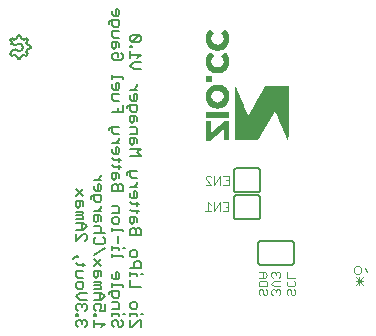
<source format=gbo>
G75*
%MOIN*%
%OFA0B0*%
%FSLAX25Y25*%
%IPPOS*%
%LPD*%
%AMOC8*
5,1,8,0,0,1.08239X$1,22.5*
%
%ADD10C,0.00500*%
%ADD11C,0.00300*%
%ADD12C,0.00600*%
%ADD13C,0.00010*%
D10*
X0028000Y0018826D02*
X0028584Y0018242D01*
X0028000Y0018826D02*
X0028000Y0019993D01*
X0028584Y0020577D01*
X0029168Y0020577D01*
X0029751Y0019993D01*
X0029751Y0019409D01*
X0029751Y0019993D02*
X0030335Y0020577D01*
X0030919Y0020577D01*
X0031503Y0019993D01*
X0031503Y0018826D01*
X0030919Y0018242D01*
X0028584Y0021925D02*
X0028000Y0021925D01*
X0028000Y0022509D01*
X0028584Y0022509D01*
X0028584Y0021925D01*
X0028584Y0023766D02*
X0028000Y0024350D01*
X0028000Y0025518D01*
X0028584Y0026102D01*
X0029168Y0026102D01*
X0029751Y0025518D01*
X0029751Y0024934D01*
X0029751Y0025518D02*
X0030335Y0026102D01*
X0030919Y0026102D01*
X0031503Y0025518D01*
X0031503Y0024350D01*
X0030919Y0023766D01*
X0031503Y0027450D02*
X0029168Y0027450D01*
X0028000Y0028617D01*
X0029168Y0029785D01*
X0031503Y0029785D01*
X0029751Y0031133D02*
X0030335Y0031717D01*
X0030335Y0032884D01*
X0029751Y0033468D01*
X0028584Y0033468D01*
X0028000Y0032884D01*
X0028000Y0031717D01*
X0028584Y0031133D01*
X0029751Y0031133D01*
X0030335Y0034816D02*
X0028584Y0034816D01*
X0028000Y0035400D01*
X0028000Y0037151D01*
X0030335Y0037151D01*
X0030335Y0038499D02*
X0030335Y0039667D01*
X0030919Y0039083D02*
X0028584Y0039083D01*
X0028000Y0039667D01*
X0026832Y0040954D02*
X0028000Y0042122D01*
X0028000Y0041538D01*
X0028584Y0041538D01*
X0028584Y0042122D01*
X0028000Y0042122D01*
X0028000Y0047093D02*
X0030335Y0049428D01*
X0030919Y0049428D01*
X0031503Y0048844D01*
X0031503Y0047677D01*
X0030919Y0047093D01*
X0028000Y0047093D02*
X0028000Y0049428D01*
X0028000Y0050776D02*
X0030335Y0050776D01*
X0031503Y0051944D01*
X0030335Y0053111D01*
X0028000Y0053111D01*
X0028000Y0054459D02*
X0030335Y0054459D01*
X0030335Y0055043D01*
X0029751Y0055627D01*
X0030335Y0056211D01*
X0029751Y0056795D01*
X0028000Y0056795D01*
X0028000Y0055627D02*
X0029751Y0055627D01*
X0029751Y0053111D02*
X0029751Y0050776D01*
X0034000Y0051884D02*
X0035751Y0051884D01*
X0036335Y0051300D01*
X0036335Y0050132D01*
X0035751Y0049548D01*
X0034000Y0049548D02*
X0037503Y0049548D01*
X0036919Y0048201D02*
X0037503Y0047617D01*
X0037503Y0046449D01*
X0036919Y0045865D01*
X0034584Y0045865D01*
X0034000Y0046449D01*
X0034000Y0047617D01*
X0034584Y0048201D01*
X0037503Y0044517D02*
X0034000Y0042182D01*
X0034000Y0040834D02*
X0036335Y0038499D01*
X0035751Y0037151D02*
X0034000Y0037151D01*
X0034000Y0035400D01*
X0034584Y0034816D01*
X0035168Y0035400D01*
X0035168Y0037151D01*
X0035751Y0037151D02*
X0036335Y0036567D01*
X0036335Y0035400D01*
X0035751Y0033468D02*
X0034000Y0033468D01*
X0034000Y0032300D02*
X0035751Y0032300D01*
X0036335Y0032884D01*
X0035751Y0033468D01*
X0035751Y0032300D02*
X0036335Y0031717D01*
X0036335Y0031133D01*
X0034000Y0031133D01*
X0034000Y0029785D02*
X0036335Y0029785D01*
X0037503Y0028617D01*
X0036335Y0027450D01*
X0034000Y0027450D01*
X0034584Y0026102D02*
X0034000Y0025518D01*
X0034000Y0024350D01*
X0034584Y0023766D01*
X0035751Y0023766D02*
X0036335Y0024934D01*
X0036335Y0025518D01*
X0035751Y0026102D01*
X0034584Y0026102D01*
X0035751Y0027450D02*
X0035751Y0029785D01*
X0038832Y0029815D02*
X0039416Y0030399D01*
X0042335Y0030399D01*
X0042335Y0028647D01*
X0041751Y0028063D01*
X0040584Y0028063D01*
X0040000Y0028647D01*
X0040000Y0030399D01*
X0038832Y0029815D02*
X0038832Y0029231D01*
X0040000Y0031747D02*
X0040000Y0032914D01*
X0040000Y0032330D02*
X0043503Y0032330D01*
X0043503Y0031747D01*
X0046000Y0031747D02*
X0046000Y0034082D01*
X0046000Y0035430D02*
X0046000Y0036597D01*
X0046000Y0036014D02*
X0048335Y0036014D01*
X0048335Y0035430D01*
X0049503Y0036014D02*
X0050087Y0036014D01*
X0049503Y0037885D02*
X0049503Y0039637D01*
X0048919Y0040220D01*
X0047751Y0040220D01*
X0047168Y0039637D01*
X0047168Y0037885D01*
X0046000Y0037885D02*
X0049503Y0037885D01*
X0047751Y0041568D02*
X0046584Y0041568D01*
X0046000Y0042152D01*
X0046000Y0043320D01*
X0046584Y0043904D01*
X0047751Y0043904D01*
X0048335Y0043320D01*
X0048335Y0042152D01*
X0047751Y0041568D01*
X0044087Y0044608D02*
X0043503Y0044608D01*
X0042335Y0044608D02*
X0042335Y0044024D01*
X0042335Y0044608D02*
X0040000Y0044608D01*
X0040000Y0045191D02*
X0040000Y0044024D01*
X0040000Y0042736D02*
X0040000Y0041568D01*
X0040000Y0042152D02*
X0043503Y0042152D01*
X0043503Y0041568D01*
X0041751Y0046479D02*
X0041751Y0048814D01*
X0043503Y0050162D02*
X0043503Y0050746D01*
X0040000Y0050746D01*
X0040000Y0050162D02*
X0040000Y0051330D01*
X0040584Y0052618D02*
X0040000Y0053202D01*
X0040000Y0054369D01*
X0040584Y0054953D01*
X0041751Y0054953D01*
X0042335Y0054369D01*
X0042335Y0053202D01*
X0041751Y0052618D01*
X0040584Y0052618D01*
X0040000Y0056301D02*
X0042335Y0056301D01*
X0042335Y0058052D01*
X0041751Y0058636D01*
X0040000Y0058636D01*
X0036335Y0058666D02*
X0036335Y0058082D01*
X0035168Y0056915D01*
X0036335Y0056915D02*
X0034000Y0056915D01*
X0034000Y0055567D02*
X0034000Y0053815D01*
X0034584Y0053232D01*
X0035168Y0053815D01*
X0035168Y0055567D01*
X0035751Y0055567D02*
X0034000Y0055567D01*
X0035751Y0055567D02*
X0036335Y0054983D01*
X0036335Y0053815D01*
X0035751Y0059984D02*
X0034584Y0059984D01*
X0034000Y0060568D01*
X0034000Y0062319D01*
X0033416Y0062319D02*
X0032832Y0061735D01*
X0032832Y0061152D01*
X0033416Y0062319D02*
X0036335Y0062319D01*
X0036335Y0060568D01*
X0035751Y0059984D01*
X0035751Y0063667D02*
X0034584Y0063667D01*
X0034000Y0064251D01*
X0034000Y0065419D01*
X0035168Y0066002D02*
X0035168Y0063667D01*
X0035751Y0063667D02*
X0036335Y0064251D01*
X0036335Y0065419D01*
X0035751Y0066002D01*
X0035168Y0066002D01*
X0035168Y0067350D02*
X0036335Y0068518D01*
X0036335Y0069102D01*
X0036335Y0067350D02*
X0034000Y0067350D01*
X0030335Y0064161D02*
X0028000Y0061826D01*
X0028000Y0060478D02*
X0028000Y0058726D01*
X0028584Y0058142D01*
X0029168Y0058726D01*
X0029168Y0060478D01*
X0029751Y0060478D02*
X0028000Y0060478D01*
X0029751Y0060478D02*
X0030335Y0059894D01*
X0030335Y0058726D01*
X0030335Y0061826D02*
X0028000Y0064161D01*
X0040000Y0063667D02*
X0040000Y0065419D01*
X0040584Y0066002D01*
X0041168Y0066002D01*
X0041751Y0065419D01*
X0041751Y0063667D01*
X0040000Y0063667D02*
X0043503Y0063667D01*
X0043503Y0065419D01*
X0042919Y0066002D01*
X0042335Y0066002D01*
X0041751Y0065419D01*
X0040584Y0067350D02*
X0041168Y0067934D01*
X0041168Y0069686D01*
X0041751Y0069686D02*
X0040000Y0069686D01*
X0040000Y0067934D01*
X0040584Y0067350D01*
X0042335Y0067934D02*
X0042335Y0069102D01*
X0041751Y0069686D01*
X0042335Y0071033D02*
X0042335Y0072201D01*
X0042919Y0071617D02*
X0040584Y0071617D01*
X0040000Y0072201D01*
X0040584Y0074073D02*
X0040000Y0074657D01*
X0040584Y0074073D02*
X0042919Y0074073D01*
X0042335Y0073489D02*
X0042335Y0074657D01*
X0041751Y0075944D02*
X0042335Y0076528D01*
X0042335Y0077696D01*
X0041751Y0078280D01*
X0041168Y0078280D01*
X0041168Y0075944D01*
X0041751Y0075944D02*
X0040584Y0075944D01*
X0040000Y0076528D01*
X0040000Y0077696D01*
X0040000Y0079627D02*
X0042335Y0079627D01*
X0041168Y0079627D02*
X0042335Y0080795D01*
X0042335Y0081379D01*
X0042335Y0082697D02*
X0040584Y0082697D01*
X0040000Y0083281D01*
X0040000Y0085032D01*
X0039416Y0085032D02*
X0038832Y0084448D01*
X0038832Y0083864D01*
X0039416Y0085032D02*
X0042335Y0085032D01*
X0046000Y0085032D02*
X0047751Y0085032D01*
X0048335Y0084448D01*
X0048335Y0082697D01*
X0046000Y0082697D01*
X0046000Y0081349D02*
X0046000Y0079597D01*
X0046584Y0079014D01*
X0047168Y0079597D01*
X0047168Y0081349D01*
X0047751Y0081349D02*
X0046000Y0081349D01*
X0047751Y0081349D02*
X0048335Y0080765D01*
X0048335Y0079597D01*
X0049503Y0077666D02*
X0046000Y0077666D01*
X0046000Y0075330D02*
X0049503Y0075330D01*
X0048335Y0076498D01*
X0049503Y0077666D01*
X0048335Y0070299D02*
X0045416Y0070299D01*
X0044832Y0069716D01*
X0044832Y0069132D01*
X0046000Y0068548D02*
X0046000Y0070299D01*
X0046000Y0068548D02*
X0046584Y0067964D01*
X0048335Y0067964D01*
X0048335Y0066646D02*
X0048335Y0066063D01*
X0047168Y0064895D01*
X0048335Y0064895D02*
X0046000Y0064895D01*
X0047168Y0063547D02*
X0047168Y0061212D01*
X0047751Y0061212D02*
X0048335Y0061796D01*
X0048335Y0062963D01*
X0047751Y0063547D01*
X0047168Y0063547D01*
X0046000Y0062963D02*
X0046000Y0061796D01*
X0046584Y0061212D01*
X0047751Y0061212D01*
X0048335Y0059924D02*
X0048335Y0058756D01*
X0048919Y0059340D02*
X0046584Y0059340D01*
X0046000Y0059924D01*
X0046000Y0057469D02*
X0046584Y0056885D01*
X0048919Y0056885D01*
X0048335Y0056301D02*
X0048335Y0057469D01*
X0047751Y0054953D02*
X0046000Y0054953D01*
X0046000Y0053202D01*
X0046584Y0052618D01*
X0047168Y0053202D01*
X0047168Y0054953D01*
X0047751Y0054953D02*
X0048335Y0054369D01*
X0048335Y0053202D01*
X0048335Y0051270D02*
X0047751Y0050686D01*
X0047751Y0048935D01*
X0046000Y0048935D02*
X0046000Y0050686D01*
X0046584Y0051270D01*
X0047168Y0051270D01*
X0047751Y0050686D01*
X0048335Y0051270D02*
X0048919Y0051270D01*
X0049503Y0050686D01*
X0049503Y0048935D01*
X0046000Y0048935D01*
X0036335Y0040834D02*
X0034000Y0038499D01*
X0040000Y0035953D02*
X0040000Y0034786D01*
X0040584Y0034202D01*
X0041751Y0034202D01*
X0042335Y0034786D01*
X0042335Y0035953D01*
X0041751Y0036537D01*
X0041168Y0036537D01*
X0041168Y0034202D01*
X0046000Y0031747D02*
X0049503Y0031747D01*
X0047751Y0026716D02*
X0046584Y0026716D01*
X0046000Y0026132D01*
X0046000Y0024964D01*
X0046584Y0024380D01*
X0047751Y0024380D01*
X0048335Y0024964D01*
X0048335Y0026132D01*
X0047751Y0026716D01*
X0046000Y0023093D02*
X0046000Y0021925D01*
X0046000Y0022509D02*
X0048335Y0022509D01*
X0048335Y0021925D01*
X0049503Y0022509D02*
X0050087Y0022509D01*
X0049503Y0020577D02*
X0048919Y0020577D01*
X0046584Y0018242D01*
X0046000Y0018242D01*
X0046000Y0020577D01*
X0043503Y0019993D02*
X0043503Y0018826D01*
X0042919Y0018242D01*
X0042335Y0018242D01*
X0041751Y0018826D01*
X0041751Y0019993D01*
X0041168Y0020577D01*
X0040584Y0020577D01*
X0040000Y0019993D01*
X0040000Y0018826D01*
X0040584Y0018242D01*
X0042919Y0020577D02*
X0043503Y0019993D01*
X0042335Y0021925D02*
X0042335Y0022509D01*
X0040000Y0022509D01*
X0040000Y0021925D02*
X0040000Y0023093D01*
X0040000Y0024380D02*
X0042335Y0024380D01*
X0042335Y0026132D01*
X0041751Y0026716D01*
X0040000Y0026716D01*
X0037503Y0026102D02*
X0037503Y0023766D01*
X0035751Y0023766D01*
X0034584Y0022509D02*
X0034000Y0022509D01*
X0034000Y0021925D01*
X0034584Y0021925D01*
X0034584Y0022509D01*
X0034000Y0020577D02*
X0034000Y0018242D01*
X0034000Y0019409D02*
X0037503Y0019409D01*
X0036335Y0018242D01*
X0043503Y0022509D02*
X0044087Y0022509D01*
X0049503Y0020577D02*
X0049503Y0018242D01*
X0046584Y0086380D02*
X0047168Y0086964D01*
X0047168Y0088715D01*
X0047751Y0088715D02*
X0046000Y0088715D01*
X0046000Y0086964D01*
X0046584Y0086380D01*
X0048335Y0086964D02*
X0048335Y0088131D01*
X0047751Y0088715D01*
X0047751Y0090063D02*
X0046584Y0090063D01*
X0046000Y0090647D01*
X0046000Y0092398D01*
X0045416Y0092398D02*
X0048335Y0092398D01*
X0048335Y0090647D01*
X0047751Y0090063D01*
X0045416Y0092398D02*
X0044832Y0091814D01*
X0044832Y0091231D01*
X0043503Y0092398D02*
X0043503Y0090063D01*
X0040000Y0090063D01*
X0041751Y0090063D02*
X0041751Y0091231D01*
X0042335Y0093746D02*
X0040584Y0093746D01*
X0040000Y0094330D01*
X0040000Y0096081D01*
X0042335Y0096081D01*
X0041751Y0097429D02*
X0040584Y0097429D01*
X0040000Y0098013D01*
X0040000Y0099181D01*
X0041168Y0099765D02*
X0041168Y0097429D01*
X0041751Y0097429D02*
X0042335Y0098013D01*
X0042335Y0099181D01*
X0041751Y0099765D01*
X0041168Y0099765D01*
X0040000Y0101112D02*
X0040000Y0102280D01*
X0040000Y0101696D02*
X0043503Y0101696D01*
X0043503Y0101112D01*
X0046000Y0097429D02*
X0048335Y0097429D01*
X0047168Y0097429D02*
X0048335Y0098597D01*
X0048335Y0099181D01*
X0047751Y0096081D02*
X0047168Y0096081D01*
X0047168Y0093746D01*
X0047751Y0093746D02*
X0048335Y0094330D01*
X0048335Y0095498D01*
X0047751Y0096081D01*
X0046000Y0095498D02*
X0046000Y0094330D01*
X0046584Y0093746D01*
X0047751Y0093746D01*
X0047168Y0104182D02*
X0046000Y0105349D01*
X0047168Y0106517D01*
X0049503Y0106517D01*
X0048335Y0107865D02*
X0049503Y0109033D01*
X0046000Y0109033D01*
X0046000Y0110200D02*
X0046000Y0107865D01*
X0043503Y0107835D02*
X0042919Y0107251D01*
X0040584Y0107251D01*
X0040000Y0107835D01*
X0040000Y0109002D01*
X0040584Y0109586D01*
X0041751Y0109586D01*
X0041751Y0108419D01*
X0042919Y0109586D02*
X0043503Y0109002D01*
X0043503Y0107835D01*
X0042335Y0111518D02*
X0042335Y0112686D01*
X0041751Y0113269D01*
X0040000Y0113269D01*
X0040000Y0111518D01*
X0040584Y0110934D01*
X0041168Y0111518D01*
X0041168Y0113269D01*
X0040584Y0114617D02*
X0040000Y0115201D01*
X0040000Y0116953D01*
X0042335Y0116953D01*
X0041751Y0118300D02*
X0040584Y0118300D01*
X0040000Y0118884D01*
X0040000Y0120636D01*
X0039416Y0120636D02*
X0042335Y0120636D01*
X0042335Y0118884D01*
X0041751Y0118300D01*
X0039416Y0120636D02*
X0038832Y0120052D01*
X0038832Y0119468D01*
X0040584Y0121984D02*
X0040000Y0122567D01*
X0040000Y0123735D01*
X0041168Y0124319D02*
X0041168Y0121984D01*
X0041751Y0121984D02*
X0040584Y0121984D01*
X0041751Y0121984D02*
X0042335Y0122567D01*
X0042335Y0123735D01*
X0041751Y0124319D01*
X0041168Y0124319D01*
X0046584Y0115725D02*
X0046000Y0115141D01*
X0046000Y0113973D01*
X0046584Y0113390D01*
X0048919Y0115725D01*
X0046584Y0115725D01*
X0046584Y0113390D02*
X0048919Y0113390D01*
X0049503Y0113973D01*
X0049503Y0115141D01*
X0048919Y0115725D01*
X0046584Y0112132D02*
X0046000Y0112132D01*
X0046000Y0111548D01*
X0046584Y0111548D01*
X0046584Y0112132D01*
X0042335Y0114617D02*
X0040584Y0114617D01*
X0047168Y0104182D02*
X0049503Y0104182D01*
D11*
X0071556Y0068652D02*
X0071072Y0068169D01*
X0071072Y0067685D01*
X0073007Y0065750D01*
X0071072Y0065750D01*
X0071556Y0068652D02*
X0072523Y0068652D01*
X0073007Y0068169D01*
X0074019Y0068652D02*
X0074019Y0065750D01*
X0075953Y0068652D01*
X0075953Y0065750D01*
X0076965Y0065750D02*
X0078900Y0065750D01*
X0078900Y0068652D01*
X0076965Y0068652D01*
X0077933Y0067201D02*
X0078900Y0067201D01*
X0078700Y0059852D02*
X0076765Y0059852D01*
X0075753Y0059852D02*
X0073819Y0056950D01*
X0073819Y0059852D01*
X0072807Y0058885D02*
X0071839Y0059852D01*
X0071839Y0056950D01*
X0070872Y0056950D02*
X0072807Y0056950D01*
X0075753Y0056950D02*
X0075753Y0059852D01*
X0077733Y0058401D02*
X0078700Y0058401D01*
X0078700Y0056950D02*
X0076765Y0056950D01*
X0078700Y0056950D02*
X0078700Y0059852D01*
X0088800Y0036738D02*
X0090735Y0036738D01*
X0091702Y0035771D01*
X0090735Y0034803D01*
X0088800Y0034803D01*
X0089284Y0033792D02*
X0091219Y0033792D01*
X0091702Y0033308D01*
X0091702Y0031857D01*
X0088800Y0031857D01*
X0088800Y0033308D01*
X0089284Y0033792D01*
X0090251Y0034803D02*
X0090251Y0036738D01*
X0093000Y0036255D02*
X0093000Y0035287D01*
X0093484Y0034803D01*
X0093967Y0033792D02*
X0095902Y0033792D01*
X0095419Y0034803D02*
X0095902Y0035287D01*
X0095902Y0036255D01*
X0095419Y0036738D01*
X0094935Y0036738D01*
X0094451Y0036255D01*
X0093967Y0036738D01*
X0093484Y0036738D01*
X0093000Y0036255D01*
X0094451Y0036255D02*
X0094451Y0035771D01*
X0093967Y0033792D02*
X0093000Y0032824D01*
X0093967Y0031857D01*
X0095902Y0031857D01*
X0095419Y0030845D02*
X0094935Y0030845D01*
X0094451Y0030362D01*
X0093967Y0030845D01*
X0093484Y0030845D01*
X0093000Y0030362D01*
X0093000Y0029394D01*
X0093484Y0028910D01*
X0094451Y0029878D02*
X0094451Y0030362D01*
X0095419Y0030845D02*
X0095902Y0030362D01*
X0095902Y0029394D01*
X0095419Y0028910D01*
X0098100Y0029394D02*
X0098584Y0028910D01*
X0098100Y0029394D02*
X0098100Y0030362D01*
X0098584Y0030845D01*
X0099067Y0030845D01*
X0099551Y0030362D01*
X0099551Y0029394D01*
X0100035Y0028910D01*
X0100519Y0028910D01*
X0101002Y0029394D01*
X0101002Y0030362D01*
X0100519Y0030845D01*
X0100519Y0031857D02*
X0098584Y0031857D01*
X0098100Y0032341D01*
X0098100Y0033308D01*
X0098584Y0033792D01*
X0098100Y0034803D02*
X0098100Y0036738D01*
X0098100Y0034803D02*
X0101002Y0034803D01*
X0100519Y0033792D02*
X0101002Y0033308D01*
X0101002Y0032341D01*
X0100519Y0031857D01*
X0091702Y0030362D02*
X0091702Y0029394D01*
X0091219Y0028910D01*
X0090735Y0028910D01*
X0090251Y0029394D01*
X0090251Y0030362D01*
X0089767Y0030845D01*
X0089284Y0030845D01*
X0088800Y0030362D01*
X0088800Y0029394D01*
X0089284Y0028910D01*
X0091219Y0030845D02*
X0091702Y0030362D01*
X0120478Y0036718D02*
X0121095Y0036101D01*
X0122330Y0036101D01*
X0122947Y0036718D01*
X0122947Y0037952D01*
X0122330Y0038570D01*
X0121095Y0038570D01*
X0120478Y0037952D01*
X0120478Y0036718D01*
X0121095Y0034886D02*
X0123564Y0032418D01*
X0123564Y0033652D02*
X0121095Y0033652D01*
X0121095Y0032418D02*
X0123564Y0034886D01*
X0122330Y0034886D02*
X0122330Y0032418D01*
X0124798Y0036718D02*
X0124181Y0037952D01*
D12*
X0100550Y0040100D02*
X0100550Y0046100D01*
X0100548Y0046160D01*
X0100543Y0046221D01*
X0100534Y0046280D01*
X0100521Y0046339D01*
X0100505Y0046398D01*
X0100485Y0046455D01*
X0100462Y0046510D01*
X0100435Y0046565D01*
X0100406Y0046617D01*
X0100373Y0046668D01*
X0100337Y0046717D01*
X0100299Y0046763D01*
X0100257Y0046807D01*
X0100213Y0046849D01*
X0100167Y0046887D01*
X0100118Y0046923D01*
X0100067Y0046956D01*
X0100015Y0046985D01*
X0099960Y0047012D01*
X0099905Y0047035D01*
X0099848Y0047055D01*
X0099789Y0047071D01*
X0099730Y0047084D01*
X0099671Y0047093D01*
X0099610Y0047098D01*
X0099550Y0047100D01*
X0089550Y0047100D01*
X0089490Y0047098D01*
X0089429Y0047093D01*
X0089370Y0047084D01*
X0089311Y0047071D01*
X0089252Y0047055D01*
X0089195Y0047035D01*
X0089140Y0047012D01*
X0089085Y0046985D01*
X0089033Y0046956D01*
X0088982Y0046923D01*
X0088933Y0046887D01*
X0088887Y0046849D01*
X0088843Y0046807D01*
X0088801Y0046763D01*
X0088763Y0046717D01*
X0088727Y0046668D01*
X0088694Y0046617D01*
X0088665Y0046565D01*
X0088638Y0046510D01*
X0088615Y0046455D01*
X0088595Y0046398D01*
X0088579Y0046339D01*
X0088566Y0046280D01*
X0088557Y0046221D01*
X0088552Y0046160D01*
X0088550Y0046100D01*
X0088550Y0040100D01*
X0088552Y0040040D01*
X0088557Y0039979D01*
X0088566Y0039920D01*
X0088579Y0039861D01*
X0088595Y0039802D01*
X0088615Y0039745D01*
X0088638Y0039690D01*
X0088665Y0039635D01*
X0088694Y0039583D01*
X0088727Y0039532D01*
X0088763Y0039483D01*
X0088801Y0039437D01*
X0088843Y0039393D01*
X0088887Y0039351D01*
X0088933Y0039313D01*
X0088982Y0039277D01*
X0089033Y0039244D01*
X0089085Y0039215D01*
X0089140Y0039188D01*
X0089195Y0039165D01*
X0089252Y0039145D01*
X0089311Y0039129D01*
X0089370Y0039116D01*
X0089429Y0039107D01*
X0089490Y0039102D01*
X0089550Y0039100D01*
X0099550Y0039100D01*
X0099610Y0039102D01*
X0099671Y0039107D01*
X0099730Y0039116D01*
X0099789Y0039129D01*
X0099848Y0039145D01*
X0099905Y0039165D01*
X0099960Y0039188D01*
X0100015Y0039215D01*
X0100067Y0039244D01*
X0100118Y0039277D01*
X0100167Y0039313D01*
X0100213Y0039351D01*
X0100257Y0039393D01*
X0100299Y0039437D01*
X0100337Y0039483D01*
X0100373Y0039532D01*
X0100406Y0039583D01*
X0100435Y0039635D01*
X0100462Y0039690D01*
X0100485Y0039745D01*
X0100505Y0039802D01*
X0100521Y0039861D01*
X0100534Y0039920D01*
X0100543Y0039979D01*
X0100548Y0040040D01*
X0100550Y0040100D01*
X0088254Y0054370D02*
X0081454Y0054370D01*
X0081394Y0054372D01*
X0081333Y0054377D01*
X0081274Y0054386D01*
X0081215Y0054399D01*
X0081156Y0054415D01*
X0081099Y0054435D01*
X0081044Y0054458D01*
X0080989Y0054485D01*
X0080937Y0054514D01*
X0080886Y0054547D01*
X0080837Y0054583D01*
X0080791Y0054621D01*
X0080747Y0054663D01*
X0080705Y0054707D01*
X0080667Y0054753D01*
X0080631Y0054802D01*
X0080598Y0054853D01*
X0080569Y0054905D01*
X0080542Y0054960D01*
X0080519Y0055015D01*
X0080499Y0055072D01*
X0080483Y0055131D01*
X0080470Y0055190D01*
X0080461Y0055249D01*
X0080456Y0055310D01*
X0080454Y0055370D01*
X0080454Y0061370D01*
X0080456Y0061430D01*
X0080461Y0061491D01*
X0080470Y0061550D01*
X0080483Y0061609D01*
X0080499Y0061668D01*
X0080519Y0061725D01*
X0080542Y0061780D01*
X0080569Y0061835D01*
X0080598Y0061887D01*
X0080631Y0061938D01*
X0080667Y0061987D01*
X0080705Y0062033D01*
X0080747Y0062077D01*
X0080791Y0062119D01*
X0080837Y0062157D01*
X0080886Y0062193D01*
X0080937Y0062226D01*
X0080989Y0062255D01*
X0081044Y0062282D01*
X0081099Y0062305D01*
X0081156Y0062325D01*
X0081215Y0062341D01*
X0081274Y0062354D01*
X0081333Y0062363D01*
X0081394Y0062368D01*
X0081454Y0062370D01*
X0088254Y0062370D01*
X0088284Y0063270D02*
X0081484Y0063270D01*
X0081424Y0063272D01*
X0081363Y0063277D01*
X0081304Y0063286D01*
X0081245Y0063299D01*
X0081186Y0063315D01*
X0081129Y0063335D01*
X0081074Y0063358D01*
X0081019Y0063385D01*
X0080967Y0063414D01*
X0080916Y0063447D01*
X0080867Y0063483D01*
X0080821Y0063521D01*
X0080777Y0063563D01*
X0080735Y0063607D01*
X0080697Y0063653D01*
X0080661Y0063702D01*
X0080628Y0063753D01*
X0080599Y0063805D01*
X0080572Y0063860D01*
X0080549Y0063915D01*
X0080529Y0063972D01*
X0080513Y0064031D01*
X0080500Y0064090D01*
X0080491Y0064149D01*
X0080486Y0064210D01*
X0080484Y0064270D01*
X0080484Y0070270D01*
X0080486Y0070330D01*
X0080491Y0070391D01*
X0080500Y0070450D01*
X0080513Y0070509D01*
X0080529Y0070568D01*
X0080549Y0070625D01*
X0080572Y0070680D01*
X0080599Y0070735D01*
X0080628Y0070787D01*
X0080661Y0070838D01*
X0080697Y0070887D01*
X0080735Y0070933D01*
X0080777Y0070977D01*
X0080821Y0071019D01*
X0080867Y0071057D01*
X0080916Y0071093D01*
X0080967Y0071126D01*
X0081019Y0071155D01*
X0081074Y0071182D01*
X0081129Y0071205D01*
X0081186Y0071225D01*
X0081245Y0071241D01*
X0081304Y0071254D01*
X0081363Y0071263D01*
X0081424Y0071268D01*
X0081484Y0071270D01*
X0088284Y0071270D01*
X0088344Y0071268D01*
X0088405Y0071263D01*
X0088464Y0071254D01*
X0088523Y0071241D01*
X0088582Y0071225D01*
X0088639Y0071205D01*
X0088694Y0071182D01*
X0088749Y0071155D01*
X0088801Y0071126D01*
X0088852Y0071093D01*
X0088901Y0071057D01*
X0088947Y0071019D01*
X0088991Y0070977D01*
X0089033Y0070933D01*
X0089071Y0070887D01*
X0089107Y0070838D01*
X0089140Y0070787D01*
X0089169Y0070735D01*
X0089196Y0070680D01*
X0089219Y0070625D01*
X0089239Y0070568D01*
X0089255Y0070509D01*
X0089268Y0070450D01*
X0089277Y0070391D01*
X0089282Y0070330D01*
X0089284Y0070270D01*
X0089284Y0064270D01*
X0089282Y0064210D01*
X0089277Y0064149D01*
X0089268Y0064090D01*
X0089255Y0064031D01*
X0089239Y0063972D01*
X0089219Y0063915D01*
X0089196Y0063860D01*
X0089169Y0063805D01*
X0089140Y0063753D01*
X0089107Y0063702D01*
X0089071Y0063653D01*
X0089033Y0063607D01*
X0088991Y0063563D01*
X0088947Y0063521D01*
X0088901Y0063483D01*
X0088852Y0063447D01*
X0088801Y0063414D01*
X0088749Y0063385D01*
X0088694Y0063358D01*
X0088639Y0063335D01*
X0088582Y0063315D01*
X0088523Y0063299D01*
X0088464Y0063286D01*
X0088405Y0063277D01*
X0088344Y0063272D01*
X0088284Y0063270D01*
X0088254Y0062370D02*
X0088314Y0062368D01*
X0088375Y0062363D01*
X0088434Y0062354D01*
X0088493Y0062341D01*
X0088552Y0062325D01*
X0088609Y0062305D01*
X0088664Y0062282D01*
X0088719Y0062255D01*
X0088771Y0062226D01*
X0088822Y0062193D01*
X0088871Y0062157D01*
X0088917Y0062119D01*
X0088961Y0062077D01*
X0089003Y0062033D01*
X0089041Y0061987D01*
X0089077Y0061938D01*
X0089110Y0061887D01*
X0089139Y0061835D01*
X0089166Y0061780D01*
X0089189Y0061725D01*
X0089209Y0061668D01*
X0089225Y0061609D01*
X0089238Y0061550D01*
X0089247Y0061491D01*
X0089252Y0061430D01*
X0089254Y0061370D01*
X0089254Y0055370D01*
X0089252Y0055310D01*
X0089247Y0055249D01*
X0089238Y0055190D01*
X0089225Y0055131D01*
X0089209Y0055072D01*
X0089189Y0055015D01*
X0089166Y0054960D01*
X0089139Y0054905D01*
X0089110Y0054853D01*
X0089077Y0054802D01*
X0089041Y0054753D01*
X0089003Y0054707D01*
X0088961Y0054663D01*
X0088917Y0054621D01*
X0088871Y0054583D01*
X0088822Y0054547D01*
X0088771Y0054514D01*
X0088719Y0054485D01*
X0088664Y0054458D01*
X0088609Y0054435D01*
X0088552Y0054415D01*
X0088493Y0054399D01*
X0088434Y0054386D01*
X0088375Y0054377D01*
X0088314Y0054372D01*
X0088254Y0054370D01*
X0012026Y0109202D02*
X0011326Y0110102D01*
X0011726Y0110902D01*
X0012826Y0111202D01*
X0012826Y0112102D01*
X0011726Y0112302D01*
X0011326Y0113102D01*
X0012026Y0114002D01*
X0011326Y0114702D01*
X0010426Y0114102D01*
X0009526Y0114502D01*
X0009326Y0115502D01*
X0008426Y0115502D01*
X0008226Y0114502D01*
X0007326Y0114102D01*
X0006426Y0114702D01*
X0005826Y0114002D01*
X0006426Y0113202D01*
X0006226Y0112802D01*
X0007826Y0112202D01*
X0007826Y0111002D02*
X0006226Y0110402D01*
X0006426Y0110002D01*
X0005826Y0109202D01*
X0006426Y0108502D01*
X0007326Y0109102D01*
X0008226Y0108702D01*
X0008426Y0107702D01*
X0009326Y0107702D01*
X0009526Y0108802D01*
X0010426Y0109102D01*
X0011326Y0108502D01*
X0012026Y0109202D01*
X0007826Y0111002D02*
X0007862Y0110943D01*
X0007901Y0110887D01*
X0007944Y0110832D01*
X0007989Y0110780D01*
X0008037Y0110731D01*
X0008088Y0110685D01*
X0008142Y0110641D01*
X0008198Y0110601D01*
X0008256Y0110564D01*
X0008316Y0110530D01*
X0008378Y0110500D01*
X0008442Y0110474D01*
X0008507Y0110451D01*
X0008573Y0110432D01*
X0008640Y0110416D01*
X0008708Y0110405D01*
X0008776Y0110397D01*
X0008845Y0110393D01*
X0008914Y0110394D01*
X0008983Y0110398D01*
X0009051Y0110406D01*
X0009119Y0110418D01*
X0009186Y0110434D01*
X0009252Y0110453D01*
X0009317Y0110476D01*
X0009381Y0110503D01*
X0009442Y0110534D01*
X0009502Y0110568D01*
X0009560Y0110605D01*
X0009616Y0110646D01*
X0009669Y0110690D01*
X0009720Y0110736D01*
X0009768Y0110786D01*
X0009813Y0110838D01*
X0009855Y0110893D01*
X0009894Y0110949D01*
X0009929Y0111009D01*
X0009961Y0111070D01*
X0009990Y0111132D01*
X0010015Y0111196D01*
X0010036Y0111262D01*
X0010054Y0111329D01*
X0010067Y0111396D01*
X0010077Y0111464D01*
X0010083Y0111533D01*
X0010085Y0111602D01*
X0010083Y0111671D01*
X0010077Y0111740D01*
X0010067Y0111808D01*
X0010054Y0111875D01*
X0010036Y0111942D01*
X0010015Y0112008D01*
X0009990Y0112072D01*
X0009961Y0112134D01*
X0009929Y0112195D01*
X0009894Y0112255D01*
X0009855Y0112311D01*
X0009813Y0112366D01*
X0009768Y0112418D01*
X0009720Y0112468D01*
X0009669Y0112514D01*
X0009616Y0112558D01*
X0009560Y0112599D01*
X0009502Y0112636D01*
X0009442Y0112670D01*
X0009381Y0112701D01*
X0009317Y0112728D01*
X0009252Y0112751D01*
X0009186Y0112770D01*
X0009119Y0112786D01*
X0009051Y0112798D01*
X0008983Y0112806D01*
X0008914Y0112810D01*
X0008845Y0112811D01*
X0008776Y0112807D01*
X0008708Y0112799D01*
X0008640Y0112788D01*
X0008573Y0112772D01*
X0008507Y0112753D01*
X0008442Y0112730D01*
X0008378Y0112704D01*
X0008316Y0112674D01*
X0008256Y0112640D01*
X0008198Y0112603D01*
X0008142Y0112563D01*
X0008088Y0112519D01*
X0008037Y0112473D01*
X0007989Y0112424D01*
X0007944Y0112372D01*
X0007901Y0112317D01*
X0007862Y0112261D01*
X0007826Y0112202D01*
D13*
X0071186Y0114162D02*
X0071187Y0114856D01*
X0071267Y0115543D01*
X0071473Y0116121D01*
X0071766Y0116661D01*
X0072077Y0117039D01*
X0072435Y0117371D01*
X0072960Y0116891D01*
X0073442Y0116412D01*
X0073220Y0116129D01*
X0072873Y0115622D01*
X0072663Y0115046D01*
X0072631Y0114432D01*
X0072660Y0114028D01*
X0072801Y0113651D01*
X0073155Y0113131D01*
X0073650Y0112740D01*
X0074235Y0112507D01*
X0074861Y0112432D01*
X0075418Y0112478D01*
X0075945Y0112663D01*
X0076432Y0112974D01*
X0076813Y0113409D01*
X0077046Y0113937D01*
X0077123Y0114511D01*
X0077069Y0115058D01*
X0076876Y0115572D01*
X0076576Y0116034D01*
X0076359Y0116342D01*
X0076717Y0116689D01*
X0077093Y0117019D01*
X0077483Y0117330D01*
X0077744Y0117073D01*
X0077971Y0116782D01*
X0078272Y0116219D01*
X0078479Y0115614D01*
X0078569Y0114918D01*
X0078571Y0114216D01*
X0077084Y0114216D01*
X0077085Y0114225D02*
X0078571Y0114225D01*
X0078571Y0114233D02*
X0077086Y0114233D01*
X0077087Y0114242D02*
X0078571Y0114242D01*
X0078571Y0114250D02*
X0077088Y0114250D01*
X0077089Y0114259D02*
X0078571Y0114259D01*
X0078571Y0114267D02*
X0077090Y0114267D01*
X0077092Y0114276D02*
X0078571Y0114276D01*
X0078571Y0114284D02*
X0077093Y0114284D01*
X0077094Y0114293D02*
X0078571Y0114293D01*
X0078571Y0114301D02*
X0077095Y0114301D01*
X0077096Y0114310D02*
X0078571Y0114310D01*
X0078571Y0114318D02*
X0077097Y0114318D01*
X0077098Y0114327D02*
X0078571Y0114327D01*
X0078571Y0114335D02*
X0077099Y0114335D01*
X0077101Y0114344D02*
X0078571Y0114344D01*
X0078571Y0114352D02*
X0077102Y0114352D01*
X0077103Y0114361D02*
X0078571Y0114361D01*
X0078571Y0114369D02*
X0077104Y0114369D01*
X0077105Y0114378D02*
X0078571Y0114378D01*
X0078571Y0114386D02*
X0077106Y0114386D01*
X0077107Y0114395D02*
X0078571Y0114395D01*
X0078571Y0114403D02*
X0077109Y0114403D01*
X0077110Y0114412D02*
X0078571Y0114412D01*
X0078571Y0114420D02*
X0077111Y0114420D01*
X0077112Y0114429D02*
X0078571Y0114429D01*
X0078571Y0114437D02*
X0077113Y0114437D01*
X0077114Y0114446D02*
X0078571Y0114446D01*
X0078571Y0114454D02*
X0077115Y0114454D01*
X0077116Y0114463D02*
X0078571Y0114463D01*
X0078571Y0114471D02*
X0077118Y0114471D01*
X0077119Y0114480D02*
X0078571Y0114480D01*
X0078571Y0114488D02*
X0077120Y0114488D01*
X0077121Y0114497D02*
X0078571Y0114497D01*
X0078571Y0114506D02*
X0077122Y0114506D01*
X0077123Y0114514D02*
X0078571Y0114514D01*
X0078570Y0114523D02*
X0077122Y0114523D01*
X0077121Y0114531D02*
X0078570Y0114531D01*
X0078570Y0114540D02*
X0077120Y0114540D01*
X0077119Y0114548D02*
X0078570Y0114548D01*
X0078570Y0114557D02*
X0077118Y0114557D01*
X0077117Y0114565D02*
X0078570Y0114565D01*
X0078570Y0114574D02*
X0077117Y0114574D01*
X0077116Y0114582D02*
X0078570Y0114582D01*
X0078570Y0114591D02*
X0077115Y0114591D01*
X0077114Y0114599D02*
X0078570Y0114599D01*
X0078570Y0114608D02*
X0077113Y0114608D01*
X0077112Y0114616D02*
X0078570Y0114616D01*
X0078570Y0114625D02*
X0077112Y0114625D01*
X0077111Y0114633D02*
X0078570Y0114633D01*
X0078570Y0114642D02*
X0077110Y0114642D01*
X0077109Y0114650D02*
X0078570Y0114650D01*
X0078570Y0114659D02*
X0077108Y0114659D01*
X0077107Y0114667D02*
X0078570Y0114667D01*
X0078570Y0114676D02*
X0077107Y0114676D01*
X0077106Y0114684D02*
X0078570Y0114684D01*
X0078570Y0114693D02*
X0077105Y0114693D01*
X0077104Y0114701D02*
X0078570Y0114701D01*
X0078570Y0114710D02*
X0077103Y0114710D01*
X0077102Y0114718D02*
X0078570Y0114718D01*
X0078570Y0114727D02*
X0077102Y0114727D01*
X0077101Y0114735D02*
X0078570Y0114735D01*
X0078570Y0114744D02*
X0077100Y0114744D01*
X0077099Y0114752D02*
X0078570Y0114752D01*
X0078570Y0114761D02*
X0077098Y0114761D01*
X0077097Y0114769D02*
X0078570Y0114769D01*
X0078570Y0114778D02*
X0077096Y0114778D01*
X0077096Y0114786D02*
X0078570Y0114786D01*
X0078570Y0114795D02*
X0077095Y0114795D01*
X0077094Y0114803D02*
X0078570Y0114803D01*
X0078570Y0114812D02*
X0077093Y0114812D01*
X0077092Y0114821D02*
X0078570Y0114821D01*
X0078570Y0114829D02*
X0077091Y0114829D01*
X0077091Y0114838D02*
X0078570Y0114838D01*
X0078570Y0114846D02*
X0077090Y0114846D01*
X0077089Y0114855D02*
X0078569Y0114855D01*
X0078569Y0114863D02*
X0077088Y0114863D01*
X0077087Y0114872D02*
X0078569Y0114872D01*
X0078569Y0114880D02*
X0077086Y0114880D01*
X0077086Y0114889D02*
X0078569Y0114889D01*
X0078569Y0114897D02*
X0077085Y0114897D01*
X0077084Y0114906D02*
X0078569Y0114906D01*
X0078569Y0114914D02*
X0077083Y0114914D01*
X0077082Y0114923D02*
X0078569Y0114923D01*
X0078568Y0114931D02*
X0077081Y0114931D01*
X0077080Y0114940D02*
X0078567Y0114940D01*
X0078565Y0114948D02*
X0077080Y0114948D01*
X0077079Y0114957D02*
X0078564Y0114957D01*
X0078563Y0114965D02*
X0077078Y0114965D01*
X0077077Y0114974D02*
X0078562Y0114974D01*
X0078561Y0114982D02*
X0077076Y0114982D01*
X0077075Y0114991D02*
X0078560Y0114991D01*
X0078559Y0114999D02*
X0077075Y0114999D01*
X0077074Y0115008D02*
X0078558Y0115008D01*
X0078557Y0115016D02*
X0077073Y0115016D01*
X0077072Y0115025D02*
X0078555Y0115025D01*
X0078554Y0115033D02*
X0077071Y0115033D01*
X0077070Y0115042D02*
X0078553Y0115042D01*
X0078552Y0115050D02*
X0077070Y0115050D01*
X0077068Y0115059D02*
X0078551Y0115059D01*
X0078550Y0115067D02*
X0077065Y0115067D01*
X0077062Y0115076D02*
X0078549Y0115076D01*
X0078548Y0115084D02*
X0077059Y0115084D01*
X0077056Y0115093D02*
X0078547Y0115093D01*
X0078546Y0115101D02*
X0077053Y0115101D01*
X0077049Y0115110D02*
X0078544Y0115110D01*
X0078543Y0115119D02*
X0077046Y0115119D01*
X0077043Y0115127D02*
X0078542Y0115127D01*
X0078541Y0115136D02*
X0077040Y0115136D01*
X0077037Y0115144D02*
X0078540Y0115144D01*
X0078539Y0115153D02*
X0077033Y0115153D01*
X0077030Y0115161D02*
X0078538Y0115161D01*
X0078537Y0115170D02*
X0077027Y0115170D01*
X0077024Y0115178D02*
X0078536Y0115178D01*
X0078535Y0115187D02*
X0077021Y0115187D01*
X0077017Y0115195D02*
X0078533Y0115195D01*
X0078532Y0115204D02*
X0077014Y0115204D01*
X0077011Y0115212D02*
X0078531Y0115212D01*
X0078530Y0115221D02*
X0077008Y0115221D01*
X0077005Y0115229D02*
X0078529Y0115229D01*
X0078528Y0115238D02*
X0077001Y0115238D01*
X0076998Y0115246D02*
X0078527Y0115246D01*
X0078526Y0115255D02*
X0076995Y0115255D01*
X0076992Y0115263D02*
X0078525Y0115263D01*
X0078524Y0115272D02*
X0076989Y0115272D01*
X0076985Y0115280D02*
X0078522Y0115280D01*
X0078521Y0115289D02*
X0076982Y0115289D01*
X0076979Y0115297D02*
X0078520Y0115297D01*
X0078519Y0115306D02*
X0076976Y0115306D01*
X0076973Y0115314D02*
X0078518Y0115314D01*
X0078517Y0115323D02*
X0076969Y0115323D01*
X0076966Y0115331D02*
X0078516Y0115331D01*
X0078515Y0115340D02*
X0076963Y0115340D01*
X0076960Y0115348D02*
X0078514Y0115348D01*
X0078513Y0115357D02*
X0076957Y0115357D01*
X0076953Y0115365D02*
X0078511Y0115365D01*
X0078510Y0115374D02*
X0076950Y0115374D01*
X0076947Y0115382D02*
X0078509Y0115382D01*
X0078508Y0115391D02*
X0076944Y0115391D01*
X0076941Y0115399D02*
X0078507Y0115399D01*
X0078506Y0115408D02*
X0076937Y0115408D01*
X0076934Y0115416D02*
X0078505Y0115416D01*
X0078504Y0115425D02*
X0076931Y0115425D01*
X0076928Y0115434D02*
X0078503Y0115434D01*
X0078502Y0115442D02*
X0076925Y0115442D01*
X0076921Y0115451D02*
X0078500Y0115451D01*
X0078499Y0115459D02*
X0076918Y0115459D01*
X0076915Y0115468D02*
X0078498Y0115468D01*
X0078497Y0115476D02*
X0076912Y0115476D01*
X0076909Y0115485D02*
X0078496Y0115485D01*
X0078495Y0115493D02*
X0076906Y0115493D01*
X0076902Y0115502D02*
X0078494Y0115502D01*
X0078493Y0115510D02*
X0076899Y0115510D01*
X0076896Y0115519D02*
X0078492Y0115519D01*
X0078491Y0115527D02*
X0076893Y0115527D01*
X0076890Y0115536D02*
X0078489Y0115536D01*
X0078488Y0115544D02*
X0076886Y0115544D01*
X0076883Y0115553D02*
X0078487Y0115553D01*
X0078486Y0115561D02*
X0076880Y0115561D01*
X0076877Y0115570D02*
X0078485Y0115570D01*
X0078484Y0115578D02*
X0076872Y0115578D01*
X0076866Y0115587D02*
X0078483Y0115587D01*
X0078482Y0115595D02*
X0076861Y0115595D01*
X0076855Y0115604D02*
X0078481Y0115604D01*
X0078479Y0115612D02*
X0076850Y0115612D01*
X0076844Y0115621D02*
X0078477Y0115621D01*
X0078474Y0115629D02*
X0076839Y0115629D01*
X0076833Y0115638D02*
X0078471Y0115638D01*
X0078468Y0115646D02*
X0076828Y0115646D01*
X0076822Y0115655D02*
X0078465Y0115655D01*
X0078462Y0115663D02*
X0076817Y0115663D01*
X0076811Y0115672D02*
X0078459Y0115672D01*
X0078456Y0115680D02*
X0076806Y0115680D01*
X0076800Y0115689D02*
X0078454Y0115689D01*
X0078451Y0115697D02*
X0076795Y0115697D01*
X0076789Y0115706D02*
X0078448Y0115706D01*
X0078445Y0115714D02*
X0076783Y0115714D01*
X0076778Y0115723D02*
X0078442Y0115723D01*
X0078439Y0115731D02*
X0076772Y0115731D01*
X0076767Y0115740D02*
X0078436Y0115740D01*
X0078433Y0115749D02*
X0076761Y0115749D01*
X0076756Y0115757D02*
X0078430Y0115757D01*
X0078427Y0115766D02*
X0076750Y0115766D01*
X0076745Y0115774D02*
X0078424Y0115774D01*
X0078421Y0115783D02*
X0076739Y0115783D01*
X0076734Y0115791D02*
X0078419Y0115791D01*
X0078416Y0115800D02*
X0076728Y0115800D01*
X0076723Y0115808D02*
X0078413Y0115808D01*
X0078410Y0115817D02*
X0076717Y0115817D01*
X0076712Y0115825D02*
X0078407Y0115825D01*
X0078404Y0115834D02*
X0076706Y0115834D01*
X0076701Y0115842D02*
X0078401Y0115842D01*
X0078398Y0115851D02*
X0076695Y0115851D01*
X0076690Y0115859D02*
X0078395Y0115859D01*
X0078392Y0115868D02*
X0076684Y0115868D01*
X0076678Y0115876D02*
X0078389Y0115876D01*
X0078386Y0115885D02*
X0076673Y0115885D01*
X0076667Y0115893D02*
X0078384Y0115893D01*
X0078381Y0115902D02*
X0076662Y0115902D01*
X0076656Y0115910D02*
X0078378Y0115910D01*
X0078375Y0115919D02*
X0076651Y0115919D01*
X0076645Y0115927D02*
X0078372Y0115927D01*
X0078369Y0115936D02*
X0076640Y0115936D01*
X0076634Y0115944D02*
X0078366Y0115944D01*
X0078363Y0115953D02*
X0076629Y0115953D01*
X0076623Y0115961D02*
X0078360Y0115961D01*
X0078357Y0115970D02*
X0076618Y0115970D01*
X0076612Y0115978D02*
X0078354Y0115978D01*
X0078351Y0115987D02*
X0076607Y0115987D01*
X0076601Y0115995D02*
X0078348Y0115995D01*
X0078346Y0116004D02*
X0076596Y0116004D01*
X0076590Y0116012D02*
X0078343Y0116012D01*
X0078340Y0116021D02*
X0076585Y0116021D01*
X0076579Y0116029D02*
X0078337Y0116029D01*
X0078334Y0116038D02*
X0076573Y0116038D01*
X0076567Y0116047D02*
X0078331Y0116047D01*
X0078328Y0116055D02*
X0076561Y0116055D01*
X0076555Y0116064D02*
X0078325Y0116064D01*
X0078322Y0116072D02*
X0076549Y0116072D01*
X0076543Y0116081D02*
X0078319Y0116081D01*
X0078316Y0116089D02*
X0076537Y0116089D01*
X0076531Y0116098D02*
X0078313Y0116098D01*
X0078311Y0116106D02*
X0076525Y0116106D01*
X0076519Y0116115D02*
X0078308Y0116115D01*
X0078305Y0116123D02*
X0076513Y0116123D01*
X0076507Y0116132D02*
X0078302Y0116132D01*
X0078299Y0116140D02*
X0076501Y0116140D01*
X0076495Y0116149D02*
X0078296Y0116149D01*
X0078293Y0116157D02*
X0076489Y0116157D01*
X0076483Y0116166D02*
X0078290Y0116166D01*
X0078287Y0116174D02*
X0076477Y0116174D01*
X0076471Y0116183D02*
X0078284Y0116183D01*
X0078281Y0116191D02*
X0076465Y0116191D01*
X0076459Y0116200D02*
X0078278Y0116200D01*
X0078275Y0116208D02*
X0076453Y0116208D01*
X0076447Y0116217D02*
X0078273Y0116217D01*
X0078268Y0116225D02*
X0076441Y0116225D01*
X0076435Y0116234D02*
X0078264Y0116234D01*
X0078259Y0116242D02*
X0076429Y0116242D01*
X0076423Y0116251D02*
X0078255Y0116251D01*
X0078250Y0116259D02*
X0076417Y0116259D01*
X0076411Y0116268D02*
X0078246Y0116268D01*
X0078241Y0116276D02*
X0076405Y0116276D01*
X0076399Y0116285D02*
X0078237Y0116285D01*
X0078232Y0116293D02*
X0076393Y0116293D01*
X0076387Y0116302D02*
X0078227Y0116302D01*
X0078223Y0116310D02*
X0076381Y0116310D01*
X0076375Y0116319D02*
X0078218Y0116319D01*
X0078214Y0116327D02*
X0076369Y0116327D01*
X0076363Y0116336D02*
X0078209Y0116336D01*
X0078205Y0116344D02*
X0076362Y0116344D01*
X0076370Y0116353D02*
X0078200Y0116353D01*
X0078196Y0116362D02*
X0076379Y0116362D01*
X0076388Y0116370D02*
X0078191Y0116370D01*
X0078186Y0116379D02*
X0076397Y0116379D01*
X0076406Y0116387D02*
X0078182Y0116387D01*
X0078177Y0116396D02*
X0076414Y0116396D01*
X0076423Y0116404D02*
X0078173Y0116404D01*
X0078168Y0116413D02*
X0076432Y0116413D01*
X0076441Y0116421D02*
X0078164Y0116421D01*
X0078159Y0116430D02*
X0076450Y0116430D01*
X0076458Y0116438D02*
X0078155Y0116438D01*
X0078150Y0116447D02*
X0076467Y0116447D01*
X0076476Y0116455D02*
X0078146Y0116455D01*
X0078141Y0116464D02*
X0076485Y0116464D01*
X0076494Y0116472D02*
X0078136Y0116472D01*
X0078132Y0116481D02*
X0076502Y0116481D01*
X0076511Y0116489D02*
X0078127Y0116489D01*
X0078123Y0116498D02*
X0076520Y0116498D01*
X0076529Y0116506D02*
X0078118Y0116506D01*
X0078114Y0116515D02*
X0076538Y0116515D01*
X0076546Y0116523D02*
X0078109Y0116523D01*
X0078105Y0116532D02*
X0076555Y0116532D01*
X0076564Y0116540D02*
X0078100Y0116540D01*
X0078095Y0116549D02*
X0076573Y0116549D01*
X0076582Y0116557D02*
X0078091Y0116557D01*
X0078086Y0116566D02*
X0076590Y0116566D01*
X0076599Y0116574D02*
X0078082Y0116574D01*
X0078077Y0116583D02*
X0076608Y0116583D01*
X0076617Y0116591D02*
X0078073Y0116591D01*
X0078068Y0116600D02*
X0076626Y0116600D01*
X0076634Y0116608D02*
X0078064Y0116608D01*
X0078059Y0116617D02*
X0076643Y0116617D01*
X0076652Y0116625D02*
X0078054Y0116625D01*
X0078050Y0116634D02*
X0076661Y0116634D01*
X0076670Y0116642D02*
X0078045Y0116642D01*
X0078041Y0116651D02*
X0076678Y0116651D01*
X0076687Y0116659D02*
X0078036Y0116659D01*
X0078032Y0116668D02*
X0076696Y0116668D01*
X0076705Y0116677D02*
X0078027Y0116677D01*
X0078023Y0116685D02*
X0076714Y0116685D01*
X0076723Y0116694D02*
X0078018Y0116694D01*
X0078014Y0116702D02*
X0076733Y0116702D01*
X0076742Y0116711D02*
X0078009Y0116711D01*
X0078004Y0116719D02*
X0076752Y0116719D01*
X0076762Y0116728D02*
X0078000Y0116728D01*
X0077995Y0116736D02*
X0076771Y0116736D01*
X0076781Y0116745D02*
X0077991Y0116745D01*
X0077986Y0116753D02*
X0076791Y0116753D01*
X0076800Y0116762D02*
X0077982Y0116762D01*
X0077977Y0116770D02*
X0076810Y0116770D01*
X0076820Y0116779D02*
X0077973Y0116779D01*
X0077967Y0116787D02*
X0076830Y0116787D01*
X0076839Y0116796D02*
X0077960Y0116796D01*
X0077953Y0116804D02*
X0076849Y0116804D01*
X0076859Y0116813D02*
X0077947Y0116813D01*
X0077940Y0116821D02*
X0076868Y0116821D01*
X0076878Y0116830D02*
X0077934Y0116830D01*
X0077927Y0116838D02*
X0076888Y0116838D01*
X0076897Y0116847D02*
X0077920Y0116847D01*
X0077914Y0116855D02*
X0076907Y0116855D01*
X0076917Y0116864D02*
X0077907Y0116864D01*
X0077900Y0116872D02*
X0076927Y0116872D01*
X0076936Y0116881D02*
X0077894Y0116881D01*
X0077887Y0116889D02*
X0076946Y0116889D01*
X0076956Y0116898D02*
X0077881Y0116898D01*
X0077874Y0116906D02*
X0076965Y0116906D01*
X0076975Y0116915D02*
X0077867Y0116915D01*
X0077861Y0116923D02*
X0076985Y0116923D01*
X0076995Y0116932D02*
X0077854Y0116932D01*
X0077848Y0116940D02*
X0077004Y0116940D01*
X0077014Y0116949D02*
X0077841Y0116949D01*
X0077834Y0116957D02*
X0077024Y0116957D01*
X0077033Y0116966D02*
X0077828Y0116966D01*
X0077821Y0116975D02*
X0077043Y0116975D01*
X0077053Y0116983D02*
X0077814Y0116983D01*
X0077808Y0116992D02*
X0077062Y0116992D01*
X0077072Y0117000D02*
X0077801Y0117000D01*
X0077795Y0117009D02*
X0077082Y0117009D01*
X0077092Y0117017D02*
X0077788Y0117017D01*
X0077781Y0117026D02*
X0077102Y0117026D01*
X0077113Y0117034D02*
X0077775Y0117034D01*
X0077768Y0117043D02*
X0077123Y0117043D01*
X0077134Y0117051D02*
X0077761Y0117051D01*
X0077755Y0117060D02*
X0077145Y0117060D01*
X0077155Y0117068D02*
X0077748Y0117068D01*
X0077741Y0117077D02*
X0077166Y0117077D01*
X0077177Y0117085D02*
X0077732Y0117085D01*
X0077723Y0117094D02*
X0077187Y0117094D01*
X0077198Y0117102D02*
X0077715Y0117102D01*
X0077706Y0117111D02*
X0077208Y0117111D01*
X0077219Y0117119D02*
X0077697Y0117119D01*
X0077689Y0117128D02*
X0077230Y0117128D01*
X0077240Y0117136D02*
X0077680Y0117136D01*
X0077671Y0117145D02*
X0077251Y0117145D01*
X0077262Y0117153D02*
X0077663Y0117153D01*
X0077654Y0117162D02*
X0077272Y0117162D01*
X0077283Y0117170D02*
X0077646Y0117170D01*
X0077637Y0117179D02*
X0077294Y0117179D01*
X0077304Y0117187D02*
X0077628Y0117187D01*
X0077620Y0117196D02*
X0077315Y0117196D01*
X0077325Y0117204D02*
X0077611Y0117204D01*
X0077602Y0117213D02*
X0077336Y0117213D01*
X0077347Y0117221D02*
X0077594Y0117221D01*
X0077585Y0117230D02*
X0077357Y0117230D01*
X0077368Y0117238D02*
X0077576Y0117238D01*
X0077568Y0117247D02*
X0077379Y0117247D01*
X0077389Y0117255D02*
X0077559Y0117255D01*
X0077550Y0117264D02*
X0077400Y0117264D01*
X0077411Y0117272D02*
X0077542Y0117272D01*
X0077533Y0117281D02*
X0077421Y0117281D01*
X0077432Y0117290D02*
X0077524Y0117290D01*
X0077516Y0117298D02*
X0077442Y0117298D01*
X0077453Y0117307D02*
X0077507Y0117307D01*
X0077498Y0117315D02*
X0077464Y0117315D01*
X0077474Y0117324D02*
X0077490Y0117324D01*
X0077082Y0114208D02*
X0078570Y0114208D01*
X0078571Y0114216D02*
X0078481Y0113520D01*
X0078265Y0112917D01*
X0077952Y0112359D01*
X0077547Y0111863D01*
X0077060Y0111448D01*
X0076506Y0111127D01*
X0075905Y0110907D01*
X0075276Y0110788D01*
X0074619Y0110770D01*
X0073969Y0110866D01*
X0073345Y0111072D01*
X0072767Y0111385D01*
X0072253Y0111794D01*
X0071823Y0112290D01*
X0071490Y0112856D01*
X0071266Y0113474D01*
X0071186Y0114162D01*
X0071186Y0114165D02*
X0072650Y0114165D01*
X0072650Y0114173D02*
X0071186Y0114173D01*
X0071186Y0114182D02*
X0072649Y0114182D01*
X0072648Y0114191D02*
X0071186Y0114191D01*
X0071186Y0114199D02*
X0072648Y0114199D01*
X0072647Y0114208D02*
X0071186Y0114208D01*
X0071186Y0114216D02*
X0072647Y0114216D01*
X0072646Y0114225D02*
X0071186Y0114225D01*
X0071186Y0114233D02*
X0072645Y0114233D01*
X0072645Y0114242D02*
X0071186Y0114242D01*
X0071186Y0114250D02*
X0072644Y0114250D01*
X0072643Y0114259D02*
X0071187Y0114259D01*
X0071187Y0114267D02*
X0072643Y0114267D01*
X0072642Y0114276D02*
X0071187Y0114276D01*
X0071187Y0114284D02*
X0072642Y0114284D01*
X0072641Y0114293D02*
X0071187Y0114293D01*
X0071187Y0114301D02*
X0072640Y0114301D01*
X0072640Y0114310D02*
X0071187Y0114310D01*
X0071187Y0114318D02*
X0072639Y0114318D01*
X0072638Y0114327D02*
X0071187Y0114327D01*
X0071187Y0114335D02*
X0072638Y0114335D01*
X0072637Y0114344D02*
X0071187Y0114344D01*
X0071187Y0114352D02*
X0072637Y0114352D01*
X0072636Y0114361D02*
X0071187Y0114361D01*
X0071187Y0114369D02*
X0072635Y0114369D01*
X0072635Y0114378D02*
X0071187Y0114378D01*
X0071187Y0114386D02*
X0072634Y0114386D01*
X0072633Y0114395D02*
X0071187Y0114395D01*
X0071187Y0114403D02*
X0072633Y0114403D01*
X0072632Y0114412D02*
X0071187Y0114412D01*
X0071187Y0114420D02*
X0072632Y0114420D01*
X0072631Y0114429D02*
X0071187Y0114429D01*
X0071187Y0114437D02*
X0072631Y0114437D01*
X0072631Y0114446D02*
X0071187Y0114446D01*
X0071187Y0114454D02*
X0072632Y0114454D01*
X0072632Y0114463D02*
X0071187Y0114463D01*
X0071187Y0114471D02*
X0072633Y0114471D01*
X0072633Y0114480D02*
X0071187Y0114480D01*
X0071187Y0114488D02*
X0072634Y0114488D01*
X0072634Y0114497D02*
X0071187Y0114497D01*
X0071187Y0114506D02*
X0072635Y0114506D01*
X0072635Y0114514D02*
X0071187Y0114514D01*
X0071187Y0114523D02*
X0072636Y0114523D01*
X0072636Y0114531D02*
X0071187Y0114531D01*
X0071187Y0114540D02*
X0072636Y0114540D01*
X0072637Y0114548D02*
X0071187Y0114548D01*
X0071187Y0114557D02*
X0072637Y0114557D01*
X0072638Y0114565D02*
X0071187Y0114565D01*
X0071187Y0114574D02*
X0072638Y0114574D01*
X0072639Y0114582D02*
X0071187Y0114582D01*
X0071187Y0114591D02*
X0072639Y0114591D01*
X0072640Y0114599D02*
X0071187Y0114599D01*
X0071187Y0114608D02*
X0072640Y0114608D01*
X0072640Y0114616D02*
X0071187Y0114616D01*
X0071187Y0114625D02*
X0072641Y0114625D01*
X0072641Y0114633D02*
X0071187Y0114633D01*
X0071187Y0114642D02*
X0072642Y0114642D01*
X0072642Y0114650D02*
X0071187Y0114650D01*
X0071187Y0114659D02*
X0072643Y0114659D01*
X0072643Y0114667D02*
X0071187Y0114667D01*
X0071187Y0114676D02*
X0072644Y0114676D01*
X0072644Y0114684D02*
X0071187Y0114684D01*
X0071187Y0114693D02*
X0072645Y0114693D01*
X0072645Y0114701D02*
X0071187Y0114701D01*
X0071187Y0114710D02*
X0072645Y0114710D01*
X0072646Y0114718D02*
X0071187Y0114718D01*
X0071187Y0114727D02*
X0072646Y0114727D01*
X0072647Y0114735D02*
X0071187Y0114735D01*
X0071187Y0114744D02*
X0072647Y0114744D01*
X0072648Y0114752D02*
X0071187Y0114752D01*
X0071187Y0114761D02*
X0072648Y0114761D01*
X0072649Y0114769D02*
X0071187Y0114769D01*
X0071187Y0114778D02*
X0072649Y0114778D01*
X0072649Y0114786D02*
X0071187Y0114786D01*
X0071187Y0114795D02*
X0072650Y0114795D01*
X0072650Y0114803D02*
X0071187Y0114803D01*
X0071187Y0114812D02*
X0072651Y0114812D01*
X0072651Y0114821D02*
X0071187Y0114821D01*
X0071187Y0114829D02*
X0072652Y0114829D01*
X0072652Y0114838D02*
X0071187Y0114838D01*
X0071187Y0114846D02*
X0072653Y0114846D01*
X0072653Y0114855D02*
X0071187Y0114855D01*
X0071188Y0114863D02*
X0072653Y0114863D01*
X0072654Y0114872D02*
X0071189Y0114872D01*
X0071190Y0114880D02*
X0072654Y0114880D01*
X0072655Y0114889D02*
X0071191Y0114889D01*
X0071192Y0114897D02*
X0072655Y0114897D01*
X0072656Y0114906D02*
X0071193Y0114906D01*
X0071194Y0114914D02*
X0072656Y0114914D01*
X0072657Y0114923D02*
X0071195Y0114923D01*
X0071196Y0114931D02*
X0072657Y0114931D01*
X0072658Y0114940D02*
X0071197Y0114940D01*
X0071198Y0114948D02*
X0072658Y0114948D01*
X0072658Y0114957D02*
X0071199Y0114957D01*
X0071200Y0114965D02*
X0072659Y0114965D01*
X0072659Y0114974D02*
X0071201Y0114974D01*
X0071202Y0114982D02*
X0072660Y0114982D01*
X0072660Y0114991D02*
X0071203Y0114991D01*
X0071204Y0114999D02*
X0072661Y0114999D01*
X0072661Y0115008D02*
X0071205Y0115008D01*
X0071206Y0115016D02*
X0072662Y0115016D01*
X0072662Y0115025D02*
X0071207Y0115025D01*
X0071208Y0115033D02*
X0072662Y0115033D01*
X0072663Y0115042D02*
X0071209Y0115042D01*
X0071210Y0115050D02*
X0072665Y0115050D01*
X0072668Y0115059D02*
X0071211Y0115059D01*
X0071212Y0115067D02*
X0072671Y0115067D01*
X0072674Y0115076D02*
X0071213Y0115076D01*
X0071214Y0115084D02*
X0072677Y0115084D01*
X0072680Y0115093D02*
X0071215Y0115093D01*
X0071216Y0115101D02*
X0072683Y0115101D01*
X0072686Y0115110D02*
X0071217Y0115110D01*
X0071218Y0115119D02*
X0072690Y0115119D01*
X0072693Y0115127D02*
X0071219Y0115127D01*
X0071220Y0115136D02*
X0072696Y0115136D01*
X0072699Y0115144D02*
X0071221Y0115144D01*
X0071222Y0115153D02*
X0072702Y0115153D01*
X0072705Y0115161D02*
X0071223Y0115161D01*
X0071224Y0115170D02*
X0072708Y0115170D01*
X0072711Y0115178D02*
X0071225Y0115178D01*
X0071226Y0115187D02*
X0072714Y0115187D01*
X0072717Y0115195D02*
X0071227Y0115195D01*
X0071228Y0115204D02*
X0072721Y0115204D01*
X0072724Y0115212D02*
X0071229Y0115212D01*
X0071230Y0115221D02*
X0072727Y0115221D01*
X0072730Y0115229D02*
X0071231Y0115229D01*
X0071232Y0115238D02*
X0072733Y0115238D01*
X0072736Y0115246D02*
X0071233Y0115246D01*
X0071234Y0115255D02*
X0072739Y0115255D01*
X0072742Y0115263D02*
X0071234Y0115263D01*
X0071235Y0115272D02*
X0072745Y0115272D01*
X0072748Y0115280D02*
X0071236Y0115280D01*
X0071237Y0115289D02*
X0072752Y0115289D01*
X0072755Y0115297D02*
X0071238Y0115297D01*
X0071239Y0115306D02*
X0072758Y0115306D01*
X0072761Y0115314D02*
X0071240Y0115314D01*
X0071241Y0115323D02*
X0072764Y0115323D01*
X0072767Y0115331D02*
X0071242Y0115331D01*
X0071243Y0115340D02*
X0072770Y0115340D01*
X0072773Y0115348D02*
X0071244Y0115348D01*
X0071245Y0115357D02*
X0072776Y0115357D01*
X0072779Y0115365D02*
X0071246Y0115365D01*
X0071247Y0115374D02*
X0072782Y0115374D01*
X0072786Y0115382D02*
X0071248Y0115382D01*
X0071249Y0115391D02*
X0072789Y0115391D01*
X0072792Y0115399D02*
X0071250Y0115399D01*
X0071251Y0115408D02*
X0072795Y0115408D01*
X0072798Y0115416D02*
X0071252Y0115416D01*
X0071253Y0115425D02*
X0072801Y0115425D01*
X0072804Y0115434D02*
X0071254Y0115434D01*
X0071255Y0115442D02*
X0072807Y0115442D01*
X0072810Y0115451D02*
X0071256Y0115451D01*
X0071257Y0115459D02*
X0072813Y0115459D01*
X0072817Y0115468D02*
X0071258Y0115468D01*
X0071259Y0115476D02*
X0072820Y0115476D01*
X0072823Y0115485D02*
X0071260Y0115485D01*
X0071261Y0115493D02*
X0072826Y0115493D01*
X0072829Y0115502D02*
X0071262Y0115502D01*
X0071263Y0115510D02*
X0072832Y0115510D01*
X0072835Y0115519D02*
X0071264Y0115519D01*
X0071265Y0115527D02*
X0072838Y0115527D01*
X0072841Y0115536D02*
X0071266Y0115536D01*
X0071267Y0115544D02*
X0072844Y0115544D01*
X0072848Y0115553D02*
X0071270Y0115553D01*
X0071273Y0115561D02*
X0072851Y0115561D01*
X0072854Y0115570D02*
X0071276Y0115570D01*
X0071279Y0115578D02*
X0072857Y0115578D01*
X0072860Y0115587D02*
X0071283Y0115587D01*
X0071286Y0115595D02*
X0072863Y0115595D01*
X0072866Y0115604D02*
X0071289Y0115604D01*
X0071292Y0115612D02*
X0072869Y0115612D01*
X0072872Y0115621D02*
X0071295Y0115621D01*
X0071298Y0115629D02*
X0072878Y0115629D01*
X0072884Y0115638D02*
X0071301Y0115638D01*
X0071304Y0115646D02*
X0072890Y0115646D01*
X0072895Y0115655D02*
X0071307Y0115655D01*
X0071310Y0115663D02*
X0072901Y0115663D01*
X0072907Y0115672D02*
X0071313Y0115672D01*
X0071316Y0115680D02*
X0072913Y0115680D01*
X0072919Y0115689D02*
X0071319Y0115689D01*
X0071322Y0115697D02*
X0072925Y0115697D01*
X0072930Y0115706D02*
X0071325Y0115706D01*
X0071328Y0115714D02*
X0072936Y0115714D01*
X0072942Y0115723D02*
X0071331Y0115723D01*
X0071334Y0115731D02*
X0072948Y0115731D01*
X0072954Y0115740D02*
X0071337Y0115740D01*
X0071340Y0115749D02*
X0072960Y0115749D01*
X0072965Y0115757D02*
X0071343Y0115757D01*
X0071346Y0115766D02*
X0072971Y0115766D01*
X0072977Y0115774D02*
X0071349Y0115774D01*
X0071352Y0115783D02*
X0072983Y0115783D01*
X0072989Y0115791D02*
X0071355Y0115791D01*
X0071358Y0115800D02*
X0072995Y0115800D01*
X0073000Y0115808D02*
X0071361Y0115808D01*
X0071364Y0115817D02*
X0073006Y0115817D01*
X0073012Y0115825D02*
X0071367Y0115825D01*
X0071370Y0115834D02*
X0073018Y0115834D01*
X0073024Y0115842D02*
X0071373Y0115842D01*
X0071377Y0115851D02*
X0073030Y0115851D01*
X0073036Y0115859D02*
X0071380Y0115859D01*
X0071383Y0115868D02*
X0073041Y0115868D01*
X0073047Y0115876D02*
X0071386Y0115876D01*
X0071389Y0115885D02*
X0073053Y0115885D01*
X0073059Y0115893D02*
X0071392Y0115893D01*
X0071395Y0115902D02*
X0073065Y0115902D01*
X0073071Y0115910D02*
X0071398Y0115910D01*
X0071401Y0115919D02*
X0073076Y0115919D01*
X0073082Y0115927D02*
X0071404Y0115927D01*
X0071407Y0115936D02*
X0073088Y0115936D01*
X0073094Y0115944D02*
X0071410Y0115944D01*
X0071413Y0115953D02*
X0073100Y0115953D01*
X0073106Y0115961D02*
X0071416Y0115961D01*
X0071419Y0115970D02*
X0073111Y0115970D01*
X0073117Y0115978D02*
X0071422Y0115978D01*
X0071425Y0115987D02*
X0073123Y0115987D01*
X0073129Y0115995D02*
X0071428Y0115995D01*
X0071431Y0116004D02*
X0073135Y0116004D01*
X0073141Y0116012D02*
X0071434Y0116012D01*
X0071437Y0116021D02*
X0073147Y0116021D01*
X0073152Y0116029D02*
X0071440Y0116029D01*
X0071443Y0116038D02*
X0073158Y0116038D01*
X0073164Y0116047D02*
X0071446Y0116047D01*
X0071449Y0116055D02*
X0073170Y0116055D01*
X0073176Y0116064D02*
X0071452Y0116064D01*
X0071455Y0116072D02*
X0073182Y0116072D01*
X0073187Y0116081D02*
X0071458Y0116081D01*
X0071461Y0116089D02*
X0073193Y0116089D01*
X0073199Y0116098D02*
X0071464Y0116098D01*
X0071467Y0116106D02*
X0073205Y0116106D01*
X0073211Y0116115D02*
X0071471Y0116115D01*
X0071474Y0116123D02*
X0073217Y0116123D01*
X0073223Y0116132D02*
X0071478Y0116132D01*
X0071483Y0116140D02*
X0073229Y0116140D01*
X0073236Y0116149D02*
X0071488Y0116149D01*
X0071492Y0116157D02*
X0073243Y0116157D01*
X0073249Y0116166D02*
X0071497Y0116166D01*
X0071502Y0116174D02*
X0073256Y0116174D01*
X0073263Y0116183D02*
X0071506Y0116183D01*
X0071511Y0116191D02*
X0073269Y0116191D01*
X0073276Y0116200D02*
X0071515Y0116200D01*
X0071520Y0116208D02*
X0073283Y0116208D01*
X0073289Y0116217D02*
X0071525Y0116217D01*
X0071529Y0116225D02*
X0073296Y0116225D01*
X0073303Y0116234D02*
X0071534Y0116234D01*
X0071539Y0116242D02*
X0073309Y0116242D01*
X0073316Y0116251D02*
X0071543Y0116251D01*
X0071548Y0116259D02*
X0073323Y0116259D01*
X0073330Y0116268D02*
X0071552Y0116268D01*
X0071557Y0116276D02*
X0073336Y0116276D01*
X0073343Y0116285D02*
X0071562Y0116285D01*
X0071566Y0116293D02*
X0073350Y0116293D01*
X0073356Y0116302D02*
X0071571Y0116302D01*
X0071576Y0116310D02*
X0073363Y0116310D01*
X0073370Y0116319D02*
X0071580Y0116319D01*
X0071585Y0116327D02*
X0073376Y0116327D01*
X0073383Y0116336D02*
X0071589Y0116336D01*
X0071594Y0116344D02*
X0073390Y0116344D01*
X0073396Y0116353D02*
X0071599Y0116353D01*
X0071603Y0116362D02*
X0073403Y0116362D01*
X0073410Y0116370D02*
X0071608Y0116370D01*
X0071612Y0116379D02*
X0073416Y0116379D01*
X0073423Y0116387D02*
X0071617Y0116387D01*
X0071622Y0116396D02*
X0073430Y0116396D01*
X0073436Y0116404D02*
X0071626Y0116404D01*
X0071631Y0116413D02*
X0073441Y0116413D01*
X0073433Y0116421D02*
X0071636Y0116421D01*
X0071640Y0116430D02*
X0073424Y0116430D01*
X0073416Y0116438D02*
X0071645Y0116438D01*
X0071649Y0116447D02*
X0073407Y0116447D01*
X0073398Y0116455D02*
X0071654Y0116455D01*
X0071659Y0116464D02*
X0073390Y0116464D01*
X0073381Y0116472D02*
X0071663Y0116472D01*
X0071668Y0116481D02*
X0073373Y0116481D01*
X0073364Y0116489D02*
X0071673Y0116489D01*
X0071677Y0116498D02*
X0073356Y0116498D01*
X0073347Y0116506D02*
X0071682Y0116506D01*
X0071686Y0116515D02*
X0073339Y0116515D01*
X0073330Y0116523D02*
X0071691Y0116523D01*
X0071696Y0116532D02*
X0073321Y0116532D01*
X0073313Y0116540D02*
X0071700Y0116540D01*
X0071705Y0116549D02*
X0073304Y0116549D01*
X0073296Y0116557D02*
X0071709Y0116557D01*
X0071714Y0116566D02*
X0073287Y0116566D01*
X0073279Y0116574D02*
X0071719Y0116574D01*
X0071723Y0116583D02*
X0073270Y0116583D01*
X0073262Y0116591D02*
X0071728Y0116591D01*
X0071733Y0116600D02*
X0073253Y0116600D01*
X0073245Y0116608D02*
X0071737Y0116608D01*
X0071742Y0116617D02*
X0073236Y0116617D01*
X0073227Y0116625D02*
X0071746Y0116625D01*
X0071751Y0116634D02*
X0073219Y0116634D01*
X0073210Y0116642D02*
X0071756Y0116642D01*
X0071760Y0116651D02*
X0073202Y0116651D01*
X0073193Y0116659D02*
X0071765Y0116659D01*
X0071771Y0116668D02*
X0073185Y0116668D01*
X0073176Y0116677D02*
X0071778Y0116677D01*
X0071785Y0116685D02*
X0073168Y0116685D01*
X0073159Y0116694D02*
X0071792Y0116694D01*
X0071799Y0116702D02*
X0073150Y0116702D01*
X0073142Y0116711D02*
X0071806Y0116711D01*
X0071813Y0116719D02*
X0073133Y0116719D01*
X0073125Y0116728D02*
X0071820Y0116728D01*
X0071827Y0116736D02*
X0073116Y0116736D01*
X0073108Y0116745D02*
X0071834Y0116745D01*
X0071841Y0116753D02*
X0073099Y0116753D01*
X0073091Y0116762D02*
X0071848Y0116762D01*
X0071855Y0116770D02*
X0073082Y0116770D01*
X0073073Y0116779D02*
X0071862Y0116779D01*
X0071869Y0116787D02*
X0073065Y0116787D01*
X0073056Y0116796D02*
X0071876Y0116796D01*
X0071883Y0116804D02*
X0073048Y0116804D01*
X0073039Y0116813D02*
X0071890Y0116813D01*
X0071897Y0116821D02*
X0073031Y0116821D01*
X0073022Y0116830D02*
X0071904Y0116830D01*
X0071911Y0116838D02*
X0073014Y0116838D01*
X0073005Y0116847D02*
X0071918Y0116847D01*
X0071926Y0116855D02*
X0072996Y0116855D01*
X0072988Y0116864D02*
X0071933Y0116864D01*
X0071940Y0116872D02*
X0072979Y0116872D01*
X0072971Y0116881D02*
X0071947Y0116881D01*
X0071954Y0116889D02*
X0072962Y0116889D01*
X0072953Y0116898D02*
X0071961Y0116898D01*
X0071968Y0116906D02*
X0072944Y0116906D01*
X0072934Y0116915D02*
X0071975Y0116915D01*
X0071982Y0116923D02*
X0072925Y0116923D01*
X0072916Y0116932D02*
X0071989Y0116932D01*
X0071996Y0116940D02*
X0072907Y0116940D01*
X0072897Y0116949D02*
X0072003Y0116949D01*
X0072010Y0116957D02*
X0072888Y0116957D01*
X0072879Y0116966D02*
X0072017Y0116966D01*
X0072024Y0116975D02*
X0072869Y0116975D01*
X0072860Y0116983D02*
X0072031Y0116983D01*
X0072038Y0116992D02*
X0072851Y0116992D01*
X0072841Y0117000D02*
X0072045Y0117000D01*
X0072052Y0117009D02*
X0072832Y0117009D01*
X0072823Y0117017D02*
X0072059Y0117017D01*
X0072066Y0117026D02*
X0072813Y0117026D01*
X0072804Y0117034D02*
X0072073Y0117034D01*
X0072080Y0117043D02*
X0072795Y0117043D01*
X0072785Y0117051D02*
X0072090Y0117051D01*
X0072099Y0117060D02*
X0072776Y0117060D01*
X0072767Y0117068D02*
X0072108Y0117068D01*
X0072117Y0117077D02*
X0072757Y0117077D01*
X0072748Y0117085D02*
X0072126Y0117085D01*
X0072136Y0117094D02*
X0072739Y0117094D01*
X0072729Y0117102D02*
X0072145Y0117102D01*
X0072154Y0117111D02*
X0072720Y0117111D01*
X0072711Y0117119D02*
X0072163Y0117119D01*
X0072172Y0117128D02*
X0072702Y0117128D01*
X0072692Y0117136D02*
X0072181Y0117136D01*
X0072191Y0117145D02*
X0072683Y0117145D01*
X0072674Y0117153D02*
X0072200Y0117153D01*
X0072209Y0117162D02*
X0072664Y0117162D01*
X0072655Y0117170D02*
X0072218Y0117170D01*
X0072227Y0117179D02*
X0072646Y0117179D01*
X0072636Y0117187D02*
X0072236Y0117187D01*
X0072246Y0117196D02*
X0072627Y0117196D01*
X0072618Y0117204D02*
X0072255Y0117204D01*
X0072264Y0117213D02*
X0072608Y0117213D01*
X0072599Y0117221D02*
X0072273Y0117221D01*
X0072282Y0117230D02*
X0072590Y0117230D01*
X0072580Y0117238D02*
X0072292Y0117238D01*
X0072301Y0117247D02*
X0072571Y0117247D01*
X0072562Y0117255D02*
X0072310Y0117255D01*
X0072319Y0117264D02*
X0072552Y0117264D01*
X0072543Y0117272D02*
X0072328Y0117272D01*
X0072337Y0117281D02*
X0072534Y0117281D01*
X0072524Y0117290D02*
X0072347Y0117290D01*
X0072356Y0117298D02*
X0072515Y0117298D01*
X0072506Y0117307D02*
X0072365Y0117307D01*
X0072374Y0117315D02*
X0072497Y0117315D01*
X0072487Y0117324D02*
X0072383Y0117324D01*
X0072393Y0117332D02*
X0072478Y0117332D01*
X0072469Y0117341D02*
X0072402Y0117341D01*
X0072411Y0117349D02*
X0072459Y0117349D01*
X0072450Y0117358D02*
X0072420Y0117358D01*
X0072429Y0117366D02*
X0072441Y0117366D01*
X0072651Y0114156D02*
X0071187Y0114156D01*
X0071188Y0114148D02*
X0072651Y0114148D01*
X0072652Y0114139D02*
X0071189Y0114139D01*
X0071190Y0114131D02*
X0072653Y0114131D01*
X0072653Y0114122D02*
X0071191Y0114122D01*
X0071192Y0114114D02*
X0072654Y0114114D01*
X0072655Y0114105D02*
X0071193Y0114105D01*
X0071194Y0114097D02*
X0072655Y0114097D01*
X0072656Y0114088D02*
X0071195Y0114088D01*
X0071196Y0114080D02*
X0072656Y0114080D01*
X0072657Y0114071D02*
X0071197Y0114071D01*
X0071198Y0114063D02*
X0072658Y0114063D01*
X0072658Y0114054D02*
X0071199Y0114054D01*
X0071200Y0114046D02*
X0072659Y0114046D01*
X0072660Y0114037D02*
X0071201Y0114037D01*
X0071202Y0114029D02*
X0072660Y0114029D01*
X0072663Y0114020D02*
X0071203Y0114020D01*
X0071204Y0114012D02*
X0072666Y0114012D01*
X0072670Y0114003D02*
X0071205Y0114003D01*
X0071206Y0113995D02*
X0072673Y0113995D01*
X0072676Y0113986D02*
X0071207Y0113986D01*
X0071208Y0113978D02*
X0072679Y0113978D01*
X0072682Y0113969D02*
X0071209Y0113969D01*
X0071210Y0113961D02*
X0072685Y0113961D01*
X0072689Y0113952D02*
X0071211Y0113952D01*
X0071212Y0113944D02*
X0072692Y0113944D01*
X0072695Y0113935D02*
X0071213Y0113935D01*
X0071214Y0113927D02*
X0072698Y0113927D01*
X0072701Y0113918D02*
X0071215Y0113918D01*
X0071216Y0113910D02*
X0072704Y0113910D01*
X0072708Y0113901D02*
X0071216Y0113901D01*
X0071217Y0113893D02*
X0072711Y0113893D01*
X0072714Y0113884D02*
X0071218Y0113884D01*
X0071219Y0113875D02*
X0072717Y0113875D01*
X0072720Y0113867D02*
X0071220Y0113867D01*
X0071221Y0113858D02*
X0072723Y0113858D01*
X0072727Y0113850D02*
X0071222Y0113850D01*
X0071223Y0113841D02*
X0072730Y0113841D01*
X0072733Y0113833D02*
X0071224Y0113833D01*
X0071225Y0113824D02*
X0072736Y0113824D01*
X0072739Y0113816D02*
X0071226Y0113816D01*
X0071227Y0113807D02*
X0072743Y0113807D01*
X0072746Y0113799D02*
X0071228Y0113799D01*
X0071229Y0113790D02*
X0072749Y0113790D01*
X0072752Y0113782D02*
X0071230Y0113782D01*
X0071231Y0113773D02*
X0072755Y0113773D01*
X0072758Y0113765D02*
X0071232Y0113765D01*
X0071233Y0113756D02*
X0072762Y0113756D01*
X0072765Y0113748D02*
X0071234Y0113748D01*
X0071235Y0113739D02*
X0072768Y0113739D01*
X0072771Y0113731D02*
X0071236Y0113731D01*
X0071237Y0113722D02*
X0072774Y0113722D01*
X0072777Y0113714D02*
X0071238Y0113714D01*
X0071239Y0113705D02*
X0072781Y0113705D01*
X0072784Y0113697D02*
X0071240Y0113697D01*
X0071241Y0113688D02*
X0072787Y0113688D01*
X0072790Y0113680D02*
X0071242Y0113680D01*
X0071243Y0113671D02*
X0072793Y0113671D01*
X0072796Y0113663D02*
X0071244Y0113663D01*
X0071245Y0113654D02*
X0072800Y0113654D01*
X0072804Y0113646D02*
X0071246Y0113646D01*
X0071247Y0113637D02*
X0072810Y0113637D01*
X0072816Y0113629D02*
X0071248Y0113629D01*
X0071249Y0113620D02*
X0072822Y0113620D01*
X0072828Y0113612D02*
X0071250Y0113612D01*
X0071251Y0113603D02*
X0072833Y0113603D01*
X0072839Y0113595D02*
X0071252Y0113595D01*
X0071253Y0113586D02*
X0072845Y0113586D01*
X0072851Y0113578D02*
X0071254Y0113578D01*
X0071255Y0113569D02*
X0072857Y0113569D01*
X0072862Y0113560D02*
X0071256Y0113560D01*
X0071257Y0113552D02*
X0072868Y0113552D01*
X0072874Y0113543D02*
X0071258Y0113543D01*
X0071259Y0113535D02*
X0072880Y0113535D01*
X0072886Y0113526D02*
X0071260Y0113526D01*
X0071261Y0113518D02*
X0072891Y0113518D01*
X0072897Y0113509D02*
X0071262Y0113509D01*
X0071263Y0113501D02*
X0072903Y0113501D01*
X0072909Y0113492D02*
X0071264Y0113492D01*
X0071264Y0113484D02*
X0072914Y0113484D01*
X0072920Y0113475D02*
X0071265Y0113475D01*
X0071268Y0113467D02*
X0072926Y0113467D01*
X0072932Y0113458D02*
X0071271Y0113458D01*
X0071274Y0113450D02*
X0072938Y0113450D01*
X0072943Y0113441D02*
X0071277Y0113441D01*
X0071281Y0113433D02*
X0072949Y0113433D01*
X0072955Y0113424D02*
X0071284Y0113424D01*
X0071287Y0113416D02*
X0072961Y0113416D01*
X0072967Y0113407D02*
X0071290Y0113407D01*
X0071293Y0113399D02*
X0072972Y0113399D01*
X0072978Y0113390D02*
X0071296Y0113390D01*
X0071299Y0113382D02*
X0072984Y0113382D01*
X0072990Y0113373D02*
X0071302Y0113373D01*
X0071305Y0113365D02*
X0072996Y0113365D01*
X0073001Y0113356D02*
X0071308Y0113356D01*
X0071311Y0113348D02*
X0073007Y0113348D01*
X0073013Y0113339D02*
X0071315Y0113339D01*
X0071318Y0113331D02*
X0073019Y0113331D01*
X0073025Y0113322D02*
X0071321Y0113322D01*
X0071324Y0113314D02*
X0073030Y0113314D01*
X0073036Y0113305D02*
X0071327Y0113305D01*
X0071330Y0113297D02*
X0073042Y0113297D01*
X0073048Y0113288D02*
X0071333Y0113288D01*
X0071336Y0113280D02*
X0073054Y0113280D01*
X0073059Y0113271D02*
X0071339Y0113271D01*
X0071342Y0113262D02*
X0073065Y0113262D01*
X0073071Y0113254D02*
X0071345Y0113254D01*
X0071348Y0113245D02*
X0073077Y0113245D01*
X0073083Y0113237D02*
X0071352Y0113237D01*
X0071355Y0113228D02*
X0073088Y0113228D01*
X0073094Y0113220D02*
X0071358Y0113220D01*
X0071361Y0113211D02*
X0073100Y0113211D01*
X0073106Y0113203D02*
X0071364Y0113203D01*
X0071367Y0113194D02*
X0073111Y0113194D01*
X0073117Y0113186D02*
X0071370Y0113186D01*
X0071373Y0113177D02*
X0073123Y0113177D01*
X0073129Y0113169D02*
X0071376Y0113169D01*
X0071379Y0113160D02*
X0073135Y0113160D01*
X0073140Y0113152D02*
X0071382Y0113152D01*
X0071385Y0113143D02*
X0073146Y0113143D01*
X0073152Y0113135D02*
X0071389Y0113135D01*
X0071392Y0113126D02*
X0073160Y0113126D01*
X0073171Y0113118D02*
X0071395Y0113118D01*
X0071398Y0113109D02*
X0073182Y0113109D01*
X0073193Y0113101D02*
X0071401Y0113101D01*
X0071404Y0113092D02*
X0073204Y0113092D01*
X0073214Y0113084D02*
X0071407Y0113084D01*
X0071410Y0113075D02*
X0073225Y0113075D01*
X0073236Y0113067D02*
X0071413Y0113067D01*
X0071416Y0113058D02*
X0073247Y0113058D01*
X0073257Y0113050D02*
X0071419Y0113050D01*
X0071423Y0113041D02*
X0073268Y0113041D01*
X0073279Y0113033D02*
X0071426Y0113033D01*
X0071429Y0113024D02*
X0073290Y0113024D01*
X0073301Y0113016D02*
X0071432Y0113016D01*
X0071435Y0113007D02*
X0073311Y0113007D01*
X0073322Y0112999D02*
X0071438Y0112999D01*
X0071441Y0112990D02*
X0073333Y0112990D01*
X0073344Y0112982D02*
X0071444Y0112982D01*
X0071447Y0112973D02*
X0073355Y0112973D01*
X0073365Y0112965D02*
X0071450Y0112965D01*
X0071453Y0112956D02*
X0073376Y0112956D01*
X0073387Y0112947D02*
X0071456Y0112947D01*
X0071460Y0112939D02*
X0073398Y0112939D01*
X0073409Y0112930D02*
X0071463Y0112930D01*
X0071466Y0112922D02*
X0073419Y0112922D01*
X0073430Y0112913D02*
X0071469Y0112913D01*
X0071472Y0112905D02*
X0073441Y0112905D01*
X0073452Y0112896D02*
X0071475Y0112896D01*
X0071478Y0112888D02*
X0073463Y0112888D01*
X0073473Y0112879D02*
X0071481Y0112879D01*
X0071484Y0112871D02*
X0073484Y0112871D01*
X0073495Y0112862D02*
X0071487Y0112862D01*
X0071491Y0112854D02*
X0073506Y0112854D01*
X0073516Y0112845D02*
X0071496Y0112845D01*
X0071501Y0112837D02*
X0073527Y0112837D01*
X0073538Y0112828D02*
X0071506Y0112828D01*
X0071511Y0112820D02*
X0073549Y0112820D01*
X0073560Y0112811D02*
X0071516Y0112811D01*
X0071521Y0112803D02*
X0073570Y0112803D01*
X0073581Y0112794D02*
X0071526Y0112794D01*
X0071531Y0112786D02*
X0073592Y0112786D01*
X0073603Y0112777D02*
X0071536Y0112777D01*
X0071541Y0112769D02*
X0073614Y0112769D01*
X0073624Y0112760D02*
X0071546Y0112760D01*
X0071551Y0112752D02*
X0073635Y0112752D01*
X0073646Y0112743D02*
X0071556Y0112743D01*
X0071561Y0112735D02*
X0073664Y0112735D01*
X0073685Y0112726D02*
X0071566Y0112726D01*
X0071571Y0112718D02*
X0073707Y0112718D01*
X0073728Y0112709D02*
X0071576Y0112709D01*
X0071581Y0112701D02*
X0073749Y0112701D01*
X0073771Y0112692D02*
X0071586Y0112692D01*
X0071591Y0112684D02*
X0073792Y0112684D01*
X0073813Y0112675D02*
X0071596Y0112675D01*
X0071601Y0112667D02*
X0073835Y0112667D01*
X0073856Y0112658D02*
X0071606Y0112658D01*
X0071611Y0112650D02*
X0073877Y0112650D01*
X0073899Y0112641D02*
X0071616Y0112641D01*
X0071621Y0112632D02*
X0073920Y0112632D01*
X0073942Y0112624D02*
X0071626Y0112624D01*
X0071631Y0112615D02*
X0073963Y0112615D01*
X0073984Y0112607D02*
X0071636Y0112607D01*
X0071641Y0112598D02*
X0074006Y0112598D01*
X0074027Y0112590D02*
X0071646Y0112590D01*
X0071651Y0112581D02*
X0074048Y0112581D01*
X0074070Y0112573D02*
X0071656Y0112573D01*
X0071661Y0112564D02*
X0074091Y0112564D01*
X0074112Y0112556D02*
X0071666Y0112556D01*
X0071672Y0112547D02*
X0074134Y0112547D01*
X0074155Y0112539D02*
X0071677Y0112539D01*
X0071682Y0112530D02*
X0074177Y0112530D01*
X0074198Y0112522D02*
X0071687Y0112522D01*
X0071692Y0112513D02*
X0074219Y0112513D01*
X0074254Y0112505D02*
X0071697Y0112505D01*
X0071702Y0112496D02*
X0074325Y0112496D01*
X0074397Y0112488D02*
X0071707Y0112488D01*
X0071712Y0112479D02*
X0074468Y0112479D01*
X0074539Y0112471D02*
X0071717Y0112471D01*
X0071722Y0112462D02*
X0074610Y0112462D01*
X0074681Y0112454D02*
X0071727Y0112454D01*
X0071732Y0112445D02*
X0074753Y0112445D01*
X0074824Y0112437D02*
X0071737Y0112437D01*
X0071742Y0112428D02*
X0077991Y0112428D01*
X0077986Y0112420D02*
X0071747Y0112420D01*
X0071752Y0112411D02*
X0077982Y0112411D01*
X0077977Y0112403D02*
X0071757Y0112403D01*
X0071762Y0112394D02*
X0077972Y0112394D01*
X0077967Y0112386D02*
X0071767Y0112386D01*
X0071772Y0112377D02*
X0077963Y0112377D01*
X0077958Y0112369D02*
X0071777Y0112369D01*
X0071782Y0112360D02*
X0077953Y0112360D01*
X0077946Y0112352D02*
X0071787Y0112352D01*
X0071792Y0112343D02*
X0077939Y0112343D01*
X0077932Y0112334D02*
X0071797Y0112334D01*
X0071802Y0112326D02*
X0077925Y0112326D01*
X0077918Y0112317D02*
X0071807Y0112317D01*
X0071812Y0112309D02*
X0077912Y0112309D01*
X0077905Y0112300D02*
X0071817Y0112300D01*
X0071822Y0112292D02*
X0077898Y0112292D01*
X0077891Y0112283D02*
X0071829Y0112283D01*
X0071836Y0112275D02*
X0077884Y0112275D01*
X0077877Y0112266D02*
X0071844Y0112266D01*
X0071851Y0112258D02*
X0077870Y0112258D01*
X0077863Y0112249D02*
X0071858Y0112249D01*
X0071866Y0112241D02*
X0077856Y0112241D01*
X0077849Y0112232D02*
X0071873Y0112232D01*
X0071881Y0112224D02*
X0077842Y0112224D01*
X0077835Y0112215D02*
X0071888Y0112215D01*
X0071895Y0112207D02*
X0077828Y0112207D01*
X0077821Y0112198D02*
X0071903Y0112198D01*
X0071910Y0112190D02*
X0077814Y0112190D01*
X0077807Y0112181D02*
X0071918Y0112181D01*
X0071925Y0112173D02*
X0077800Y0112173D01*
X0077793Y0112164D02*
X0071932Y0112164D01*
X0071940Y0112156D02*
X0077786Y0112156D01*
X0077779Y0112147D02*
X0071947Y0112147D01*
X0071955Y0112139D02*
X0077772Y0112139D01*
X0077765Y0112130D02*
X0071962Y0112130D01*
X0071969Y0112122D02*
X0077758Y0112122D01*
X0077751Y0112113D02*
X0071977Y0112113D01*
X0071984Y0112105D02*
X0077744Y0112105D01*
X0077737Y0112096D02*
X0071991Y0112096D01*
X0071999Y0112088D02*
X0077730Y0112088D01*
X0077723Y0112079D02*
X0072006Y0112079D01*
X0072014Y0112071D02*
X0077716Y0112071D01*
X0077709Y0112062D02*
X0072021Y0112062D01*
X0072028Y0112054D02*
X0077702Y0112054D01*
X0077696Y0112045D02*
X0072036Y0112045D01*
X0072043Y0112037D02*
X0077689Y0112037D01*
X0077682Y0112028D02*
X0072051Y0112028D01*
X0072058Y0112019D02*
X0077675Y0112019D01*
X0077668Y0112011D02*
X0072065Y0112011D01*
X0072073Y0112002D02*
X0077661Y0112002D01*
X0077654Y0111994D02*
X0072080Y0111994D01*
X0072088Y0111985D02*
X0077647Y0111985D01*
X0077640Y0111977D02*
X0072095Y0111977D01*
X0072102Y0111968D02*
X0077633Y0111968D01*
X0077626Y0111960D02*
X0072110Y0111960D01*
X0072117Y0111951D02*
X0077619Y0111951D01*
X0077612Y0111943D02*
X0072124Y0111943D01*
X0072132Y0111934D02*
X0077605Y0111934D01*
X0077598Y0111926D02*
X0072139Y0111926D01*
X0072147Y0111917D02*
X0077591Y0111917D01*
X0077584Y0111909D02*
X0072154Y0111909D01*
X0072161Y0111900D02*
X0077577Y0111900D01*
X0077570Y0111892D02*
X0072169Y0111892D01*
X0072176Y0111883D02*
X0077563Y0111883D01*
X0077556Y0111875D02*
X0072184Y0111875D01*
X0072191Y0111866D02*
X0077549Y0111866D01*
X0077540Y0111858D02*
X0072198Y0111858D01*
X0072206Y0111849D02*
X0077530Y0111849D01*
X0077520Y0111841D02*
X0072213Y0111841D01*
X0072221Y0111832D02*
X0077510Y0111832D01*
X0077500Y0111824D02*
X0072228Y0111824D01*
X0072235Y0111815D02*
X0077490Y0111815D01*
X0077480Y0111807D02*
X0072243Y0111807D01*
X0072250Y0111798D02*
X0077470Y0111798D01*
X0077460Y0111790D02*
X0072259Y0111790D01*
X0072270Y0111781D02*
X0077450Y0111781D01*
X0077441Y0111773D02*
X0072281Y0111773D01*
X0072291Y0111764D02*
X0077431Y0111764D01*
X0077421Y0111756D02*
X0072302Y0111756D01*
X0072313Y0111747D02*
X0077411Y0111747D01*
X0077401Y0111739D02*
X0072323Y0111739D01*
X0072334Y0111730D02*
X0077391Y0111730D01*
X0077381Y0111722D02*
X0072345Y0111722D01*
X0072355Y0111713D02*
X0077371Y0111713D01*
X0077361Y0111704D02*
X0072366Y0111704D01*
X0072377Y0111696D02*
X0077351Y0111696D01*
X0077341Y0111687D02*
X0072387Y0111687D01*
X0072398Y0111679D02*
X0077331Y0111679D01*
X0077321Y0111670D02*
X0072409Y0111670D01*
X0072419Y0111662D02*
X0077311Y0111662D01*
X0077301Y0111653D02*
X0072430Y0111653D01*
X0072441Y0111645D02*
X0077291Y0111645D01*
X0077281Y0111636D02*
X0072451Y0111636D01*
X0072462Y0111628D02*
X0077271Y0111628D01*
X0077261Y0111619D02*
X0072473Y0111619D01*
X0072483Y0111611D02*
X0077251Y0111611D01*
X0077241Y0111602D02*
X0072494Y0111602D01*
X0072505Y0111594D02*
X0077231Y0111594D01*
X0077221Y0111585D02*
X0072515Y0111585D01*
X0072526Y0111577D02*
X0077211Y0111577D01*
X0077201Y0111568D02*
X0072537Y0111568D01*
X0072547Y0111560D02*
X0077191Y0111560D01*
X0077181Y0111551D02*
X0072558Y0111551D01*
X0072569Y0111543D02*
X0077171Y0111543D01*
X0077161Y0111534D02*
X0072579Y0111534D01*
X0072590Y0111526D02*
X0077151Y0111526D01*
X0077141Y0111517D02*
X0072601Y0111517D01*
X0072611Y0111509D02*
X0077131Y0111509D01*
X0077121Y0111500D02*
X0072622Y0111500D01*
X0072633Y0111492D02*
X0077111Y0111492D01*
X0077101Y0111483D02*
X0072643Y0111483D01*
X0072654Y0111475D02*
X0077091Y0111475D01*
X0077081Y0111466D02*
X0072665Y0111466D01*
X0072675Y0111458D02*
X0077071Y0111458D01*
X0077061Y0111449D02*
X0072686Y0111449D01*
X0072697Y0111441D02*
X0077047Y0111441D01*
X0077033Y0111432D02*
X0072707Y0111432D01*
X0072718Y0111424D02*
X0077018Y0111424D01*
X0077003Y0111415D02*
X0072729Y0111415D01*
X0072739Y0111406D02*
X0076989Y0111406D01*
X0076974Y0111398D02*
X0072750Y0111398D01*
X0072761Y0111389D02*
X0076959Y0111389D01*
X0076945Y0111381D02*
X0072774Y0111381D01*
X0072789Y0111372D02*
X0076930Y0111372D01*
X0076915Y0111364D02*
X0072805Y0111364D01*
X0072821Y0111355D02*
X0076901Y0111355D01*
X0076886Y0111347D02*
X0072837Y0111347D01*
X0072852Y0111338D02*
X0076871Y0111338D01*
X0076857Y0111330D02*
X0072868Y0111330D01*
X0072884Y0111321D02*
X0076842Y0111321D01*
X0076827Y0111313D02*
X0072900Y0111313D01*
X0072915Y0111304D02*
X0076813Y0111304D01*
X0076798Y0111296D02*
X0072931Y0111296D01*
X0072947Y0111287D02*
X0076783Y0111287D01*
X0076769Y0111279D02*
X0072963Y0111279D01*
X0072978Y0111270D02*
X0076754Y0111270D01*
X0076739Y0111262D02*
X0072994Y0111262D01*
X0073010Y0111253D02*
X0076724Y0111253D01*
X0076710Y0111245D02*
X0073026Y0111245D01*
X0073041Y0111236D02*
X0076695Y0111236D01*
X0076680Y0111228D02*
X0073057Y0111228D01*
X0073073Y0111219D02*
X0076666Y0111219D01*
X0076651Y0111211D02*
X0073089Y0111211D01*
X0073104Y0111202D02*
X0076636Y0111202D01*
X0076622Y0111194D02*
X0073120Y0111194D01*
X0073136Y0111185D02*
X0076607Y0111185D01*
X0076592Y0111177D02*
X0073152Y0111177D01*
X0073167Y0111168D02*
X0076578Y0111168D01*
X0076563Y0111160D02*
X0073183Y0111160D01*
X0073199Y0111151D02*
X0076548Y0111151D01*
X0076534Y0111143D02*
X0073215Y0111143D01*
X0073230Y0111134D02*
X0076519Y0111134D01*
X0076503Y0111126D02*
X0073246Y0111126D01*
X0073262Y0111117D02*
X0076480Y0111117D01*
X0076457Y0111109D02*
X0073278Y0111109D01*
X0073293Y0111100D02*
X0076433Y0111100D01*
X0076410Y0111091D02*
X0073309Y0111091D01*
X0073325Y0111083D02*
X0076387Y0111083D01*
X0076364Y0111074D02*
X0073341Y0111074D01*
X0073364Y0111066D02*
X0076340Y0111066D01*
X0076317Y0111057D02*
X0073390Y0111057D01*
X0073415Y0111049D02*
X0076294Y0111049D01*
X0076271Y0111040D02*
X0073441Y0111040D01*
X0073467Y0111032D02*
X0076247Y0111032D01*
X0076224Y0111023D02*
X0073493Y0111023D01*
X0073519Y0111015D02*
X0076201Y0111015D01*
X0076178Y0111006D02*
X0073544Y0111006D01*
X0073570Y0110998D02*
X0076154Y0110998D01*
X0076131Y0110989D02*
X0073596Y0110989D01*
X0073622Y0110981D02*
X0076108Y0110981D01*
X0076085Y0110972D02*
X0073648Y0110972D01*
X0073673Y0110964D02*
X0076062Y0110964D01*
X0076038Y0110955D02*
X0073699Y0110955D01*
X0073725Y0110947D02*
X0076015Y0110947D01*
X0075992Y0110938D02*
X0073751Y0110938D01*
X0073777Y0110930D02*
X0075969Y0110930D01*
X0075945Y0110921D02*
X0073802Y0110921D01*
X0073828Y0110913D02*
X0075922Y0110913D01*
X0075893Y0110904D02*
X0073854Y0110904D01*
X0073880Y0110896D02*
X0075848Y0110896D01*
X0075803Y0110887D02*
X0073906Y0110887D01*
X0073931Y0110879D02*
X0075758Y0110879D01*
X0075713Y0110870D02*
X0073957Y0110870D01*
X0074000Y0110862D02*
X0075667Y0110862D01*
X0075622Y0110853D02*
X0074058Y0110853D01*
X0074116Y0110845D02*
X0075577Y0110845D01*
X0075532Y0110836D02*
X0074174Y0110836D01*
X0074232Y0110828D02*
X0075487Y0110828D01*
X0075442Y0110819D02*
X0074289Y0110819D01*
X0074347Y0110811D02*
X0075397Y0110811D01*
X0075352Y0110802D02*
X0074405Y0110802D01*
X0074463Y0110794D02*
X0075307Y0110794D01*
X0075172Y0110785D02*
X0074521Y0110785D01*
X0074578Y0110776D02*
X0074849Y0110776D01*
X0074915Y0112437D02*
X0077996Y0112437D01*
X0078001Y0112445D02*
X0075018Y0112445D01*
X0075121Y0112454D02*
X0078005Y0112454D01*
X0078010Y0112462D02*
X0075224Y0112462D01*
X0075327Y0112471D02*
X0078015Y0112471D01*
X0078020Y0112479D02*
X0075421Y0112479D01*
X0075445Y0112488D02*
X0078024Y0112488D01*
X0078029Y0112496D02*
X0075469Y0112496D01*
X0075494Y0112505D02*
X0078034Y0112505D01*
X0078039Y0112513D02*
X0075518Y0112513D01*
X0075542Y0112522D02*
X0078043Y0112522D01*
X0078048Y0112530D02*
X0075567Y0112530D01*
X0075591Y0112539D02*
X0078053Y0112539D01*
X0078058Y0112547D02*
X0075615Y0112547D01*
X0075640Y0112556D02*
X0078062Y0112556D01*
X0078067Y0112564D02*
X0075664Y0112564D01*
X0075688Y0112573D02*
X0078072Y0112573D01*
X0078077Y0112581D02*
X0075713Y0112581D01*
X0075737Y0112590D02*
X0078082Y0112590D01*
X0078086Y0112598D02*
X0075761Y0112598D01*
X0075786Y0112607D02*
X0078091Y0112607D01*
X0078096Y0112615D02*
X0075810Y0112615D01*
X0075834Y0112624D02*
X0078101Y0112624D01*
X0078105Y0112632D02*
X0075859Y0112632D01*
X0075883Y0112641D02*
X0078110Y0112641D01*
X0078115Y0112650D02*
X0075907Y0112650D01*
X0075932Y0112658D02*
X0078120Y0112658D01*
X0078124Y0112667D02*
X0075951Y0112667D01*
X0075964Y0112675D02*
X0078129Y0112675D01*
X0078134Y0112684D02*
X0075978Y0112684D01*
X0075991Y0112692D02*
X0078139Y0112692D01*
X0078143Y0112701D02*
X0076004Y0112701D01*
X0076018Y0112709D02*
X0078148Y0112709D01*
X0078153Y0112718D02*
X0076031Y0112718D01*
X0076044Y0112726D02*
X0078158Y0112726D01*
X0078162Y0112735D02*
X0076058Y0112735D01*
X0076071Y0112743D02*
X0078167Y0112743D01*
X0078172Y0112752D02*
X0076084Y0112752D01*
X0076097Y0112760D02*
X0078177Y0112760D01*
X0078182Y0112769D02*
X0076111Y0112769D01*
X0076124Y0112777D02*
X0078186Y0112777D01*
X0078191Y0112786D02*
X0076137Y0112786D01*
X0076151Y0112794D02*
X0078196Y0112794D01*
X0078201Y0112803D02*
X0076164Y0112803D01*
X0076177Y0112811D02*
X0078205Y0112811D01*
X0078210Y0112820D02*
X0076191Y0112820D01*
X0076204Y0112828D02*
X0078215Y0112828D01*
X0078220Y0112837D02*
X0076217Y0112837D01*
X0076231Y0112845D02*
X0078224Y0112845D01*
X0078229Y0112854D02*
X0076244Y0112854D01*
X0076257Y0112862D02*
X0078234Y0112862D01*
X0078239Y0112871D02*
X0076271Y0112871D01*
X0076284Y0112879D02*
X0078243Y0112879D01*
X0078248Y0112888D02*
X0076297Y0112888D01*
X0076310Y0112896D02*
X0078253Y0112896D01*
X0078258Y0112905D02*
X0076324Y0112905D01*
X0076337Y0112913D02*
X0078262Y0112913D01*
X0078266Y0112922D02*
X0076350Y0112922D01*
X0076364Y0112930D02*
X0078269Y0112930D01*
X0078272Y0112939D02*
X0076377Y0112939D01*
X0076390Y0112947D02*
X0078276Y0112947D01*
X0078279Y0112956D02*
X0076404Y0112956D01*
X0076417Y0112965D02*
X0078282Y0112965D01*
X0078285Y0112973D02*
X0076430Y0112973D01*
X0076439Y0112982D02*
X0078288Y0112982D01*
X0078291Y0112990D02*
X0076446Y0112990D01*
X0076454Y0112999D02*
X0078294Y0112999D01*
X0078297Y0113007D02*
X0076461Y0113007D01*
X0076469Y0113016D02*
X0078300Y0113016D01*
X0078303Y0113024D02*
X0076476Y0113024D01*
X0076483Y0113033D02*
X0078306Y0113033D01*
X0078309Y0113041D02*
X0076491Y0113041D01*
X0076498Y0113050D02*
X0078312Y0113050D01*
X0078315Y0113058D02*
X0076506Y0113058D01*
X0076513Y0113067D02*
X0078318Y0113067D01*
X0078321Y0113075D02*
X0076521Y0113075D01*
X0076528Y0113084D02*
X0078325Y0113084D01*
X0078328Y0113092D02*
X0076536Y0113092D01*
X0076543Y0113101D02*
X0078331Y0113101D01*
X0078334Y0113109D02*
X0076551Y0113109D01*
X0076558Y0113118D02*
X0078337Y0113118D01*
X0078340Y0113126D02*
X0076566Y0113126D01*
X0076573Y0113135D02*
X0078343Y0113135D01*
X0078346Y0113143D02*
X0076581Y0113143D01*
X0076588Y0113152D02*
X0078349Y0113152D01*
X0078352Y0113160D02*
X0076595Y0113160D01*
X0076603Y0113169D02*
X0078355Y0113169D01*
X0078358Y0113177D02*
X0076610Y0113177D01*
X0076618Y0113186D02*
X0078361Y0113186D01*
X0078364Y0113194D02*
X0076625Y0113194D01*
X0076633Y0113203D02*
X0078367Y0113203D01*
X0078370Y0113211D02*
X0076640Y0113211D01*
X0076648Y0113220D02*
X0078373Y0113220D01*
X0078377Y0113228D02*
X0076655Y0113228D01*
X0076663Y0113237D02*
X0078380Y0113237D01*
X0078383Y0113245D02*
X0076670Y0113245D01*
X0076678Y0113254D02*
X0078386Y0113254D01*
X0078389Y0113262D02*
X0076685Y0113262D01*
X0076693Y0113271D02*
X0078392Y0113271D01*
X0078395Y0113280D02*
X0076700Y0113280D01*
X0076708Y0113288D02*
X0078398Y0113288D01*
X0078401Y0113297D02*
X0076715Y0113297D01*
X0076722Y0113305D02*
X0078404Y0113305D01*
X0078407Y0113314D02*
X0076730Y0113314D01*
X0076737Y0113322D02*
X0078410Y0113322D01*
X0078413Y0113331D02*
X0076745Y0113331D01*
X0076752Y0113339D02*
X0078416Y0113339D01*
X0078419Y0113348D02*
X0076760Y0113348D01*
X0076767Y0113356D02*
X0078422Y0113356D01*
X0078426Y0113365D02*
X0076775Y0113365D01*
X0076782Y0113373D02*
X0078429Y0113373D01*
X0078432Y0113382D02*
X0076790Y0113382D01*
X0076797Y0113390D02*
X0078435Y0113390D01*
X0078438Y0113399D02*
X0076805Y0113399D01*
X0076812Y0113407D02*
X0078441Y0113407D01*
X0078444Y0113416D02*
X0076816Y0113416D01*
X0076820Y0113424D02*
X0078447Y0113424D01*
X0078450Y0113433D02*
X0076824Y0113433D01*
X0076828Y0113441D02*
X0078453Y0113441D01*
X0078456Y0113450D02*
X0076831Y0113450D01*
X0076835Y0113458D02*
X0078459Y0113458D01*
X0078462Y0113467D02*
X0076839Y0113467D01*
X0076843Y0113475D02*
X0078465Y0113475D01*
X0078468Y0113484D02*
X0076846Y0113484D01*
X0076850Y0113492D02*
X0078471Y0113492D01*
X0078475Y0113501D02*
X0076854Y0113501D01*
X0076858Y0113509D02*
X0078478Y0113509D01*
X0078481Y0113518D02*
X0076862Y0113518D01*
X0076865Y0113526D02*
X0078482Y0113526D01*
X0078483Y0113535D02*
X0076869Y0113535D01*
X0076873Y0113543D02*
X0078484Y0113543D01*
X0078486Y0113552D02*
X0076877Y0113552D01*
X0076880Y0113560D02*
X0078487Y0113560D01*
X0078488Y0113569D02*
X0076884Y0113569D01*
X0076888Y0113578D02*
X0078489Y0113578D01*
X0078490Y0113586D02*
X0076892Y0113586D01*
X0076895Y0113595D02*
X0078491Y0113595D01*
X0078492Y0113603D02*
X0076899Y0113603D01*
X0076903Y0113612D02*
X0078493Y0113612D01*
X0078494Y0113620D02*
X0076907Y0113620D01*
X0076910Y0113629D02*
X0078495Y0113629D01*
X0078497Y0113637D02*
X0076914Y0113637D01*
X0076918Y0113646D02*
X0078498Y0113646D01*
X0078499Y0113654D02*
X0076922Y0113654D01*
X0076925Y0113663D02*
X0078500Y0113663D01*
X0078501Y0113671D02*
X0076929Y0113671D01*
X0076933Y0113680D02*
X0078502Y0113680D01*
X0078503Y0113688D02*
X0076937Y0113688D01*
X0076940Y0113697D02*
X0078504Y0113697D01*
X0078505Y0113705D02*
X0076944Y0113705D01*
X0076948Y0113714D02*
X0078507Y0113714D01*
X0078508Y0113722D02*
X0076952Y0113722D01*
X0076955Y0113731D02*
X0078509Y0113731D01*
X0078510Y0113739D02*
X0076959Y0113739D01*
X0076963Y0113748D02*
X0078511Y0113748D01*
X0078512Y0113756D02*
X0076967Y0113756D01*
X0076970Y0113765D02*
X0078513Y0113765D01*
X0078514Y0113773D02*
X0076974Y0113773D01*
X0076978Y0113782D02*
X0078515Y0113782D01*
X0078516Y0113790D02*
X0076982Y0113790D01*
X0076986Y0113799D02*
X0078518Y0113799D01*
X0078519Y0113807D02*
X0076989Y0113807D01*
X0076993Y0113816D02*
X0078520Y0113816D01*
X0078521Y0113824D02*
X0076997Y0113824D01*
X0077001Y0113833D02*
X0078522Y0113833D01*
X0078523Y0113841D02*
X0077004Y0113841D01*
X0077008Y0113850D02*
X0078524Y0113850D01*
X0078525Y0113858D02*
X0077012Y0113858D01*
X0077016Y0113867D02*
X0078526Y0113867D01*
X0078527Y0113875D02*
X0077019Y0113875D01*
X0077023Y0113884D02*
X0078529Y0113884D01*
X0078530Y0113893D02*
X0077027Y0113893D01*
X0077031Y0113901D02*
X0078531Y0113901D01*
X0078532Y0113910D02*
X0077034Y0113910D01*
X0077038Y0113918D02*
X0078533Y0113918D01*
X0078534Y0113927D02*
X0077042Y0113927D01*
X0077046Y0113935D02*
X0078535Y0113935D01*
X0078536Y0113944D02*
X0077047Y0113944D01*
X0077048Y0113952D02*
X0078537Y0113952D01*
X0078538Y0113961D02*
X0077050Y0113961D01*
X0077051Y0113969D02*
X0078540Y0113969D01*
X0078541Y0113978D02*
X0077052Y0113978D01*
X0077053Y0113986D02*
X0078542Y0113986D01*
X0078543Y0113995D02*
X0077054Y0113995D01*
X0077055Y0114003D02*
X0078544Y0114003D01*
X0078545Y0114012D02*
X0077056Y0114012D01*
X0077058Y0114020D02*
X0078546Y0114020D01*
X0078547Y0114029D02*
X0077059Y0114029D01*
X0077060Y0114037D02*
X0078548Y0114037D01*
X0078549Y0114046D02*
X0077061Y0114046D01*
X0077062Y0114054D02*
X0078551Y0114054D01*
X0078552Y0114063D02*
X0077063Y0114063D01*
X0077064Y0114071D02*
X0078553Y0114071D01*
X0078554Y0114080D02*
X0077065Y0114080D01*
X0077067Y0114088D02*
X0078555Y0114088D01*
X0078556Y0114097D02*
X0077068Y0114097D01*
X0077069Y0114105D02*
X0078557Y0114105D01*
X0078558Y0114114D02*
X0077070Y0114114D01*
X0077071Y0114122D02*
X0078559Y0114122D01*
X0078560Y0114131D02*
X0077072Y0114131D01*
X0077073Y0114139D02*
X0078562Y0114139D01*
X0078563Y0114148D02*
X0077075Y0114148D01*
X0077076Y0114156D02*
X0078564Y0114156D01*
X0078565Y0114165D02*
X0077077Y0114165D01*
X0077078Y0114173D02*
X0078566Y0114173D01*
X0078567Y0114182D02*
X0077079Y0114182D01*
X0077080Y0114191D02*
X0078568Y0114191D01*
X0078569Y0114199D02*
X0077081Y0114199D01*
X0077495Y0109772D02*
X0077616Y0109631D01*
X0077950Y0109202D01*
X0078225Y0108733D01*
X0076354Y0108733D01*
X0076360Y0108725D02*
X0078228Y0108725D01*
X0078225Y0108733D02*
X0078417Y0108225D01*
X0078534Y0107694D01*
X0078589Y0107072D01*
X0078566Y0106448D01*
X0078453Y0105834D01*
X0078232Y0105253D01*
X0077923Y0104715D01*
X0077524Y0104240D01*
X0077047Y0103842D01*
X0076509Y0103531D01*
X0075930Y0103308D01*
X0075415Y0103206D01*
X0074889Y0103195D01*
X0074403Y0103200D01*
X0073925Y0103268D01*
X0073307Y0103487D01*
X0072733Y0103803D01*
X0072225Y0104216D01*
X0071803Y0104717D01*
X0071482Y0105288D01*
X0071264Y0105905D01*
X0071187Y0106578D01*
X0071189Y0107256D01*
X0071264Y0107929D01*
X0071464Y0108521D01*
X0071773Y0109064D01*
X0072166Y0109551D01*
X0072413Y0109818D01*
X0072670Y0109563D01*
X0072926Y0109308D01*
X0073440Y0108798D01*
X0073222Y0108533D01*
X0072890Y0108055D01*
X0072683Y0107512D01*
X0072625Y0106933D01*
X0072680Y0106400D01*
X0072871Y0105902D01*
X0073200Y0105481D01*
X0073698Y0105116D01*
X0074274Y0104895D01*
X0074888Y0104825D01*
X0075501Y0104903D01*
X0076074Y0105131D01*
X0076564Y0105506D01*
X0076918Y0106011D01*
X0077115Y0106634D01*
X0077104Y0107288D01*
X0076898Y0107909D01*
X0076554Y0108466D01*
X0076332Y0108762D01*
X0076914Y0109267D01*
X0077204Y0109519D01*
X0077495Y0109772D01*
X0077502Y0109763D02*
X0077485Y0109763D01*
X0077476Y0109755D02*
X0077510Y0109755D01*
X0077517Y0109746D02*
X0077466Y0109746D01*
X0077456Y0109738D02*
X0077524Y0109738D01*
X0077531Y0109729D02*
X0077446Y0109729D01*
X0077436Y0109721D02*
X0077539Y0109721D01*
X0077546Y0109712D02*
X0077427Y0109712D01*
X0077417Y0109704D02*
X0077553Y0109704D01*
X0077561Y0109695D02*
X0077407Y0109695D01*
X0077397Y0109687D02*
X0077568Y0109687D01*
X0077575Y0109678D02*
X0077387Y0109678D01*
X0077378Y0109670D02*
X0077583Y0109670D01*
X0077590Y0109661D02*
X0077368Y0109661D01*
X0077358Y0109653D02*
X0077597Y0109653D01*
X0077604Y0109644D02*
X0077348Y0109644D01*
X0077338Y0109636D02*
X0077612Y0109636D01*
X0077619Y0109627D02*
X0077329Y0109627D01*
X0077319Y0109619D02*
X0077625Y0109619D01*
X0077632Y0109610D02*
X0077309Y0109610D01*
X0077299Y0109602D02*
X0077639Y0109602D01*
X0077645Y0109593D02*
X0077289Y0109593D01*
X0077280Y0109585D02*
X0077652Y0109585D01*
X0077659Y0109576D02*
X0077270Y0109576D01*
X0077260Y0109568D02*
X0077665Y0109568D01*
X0077672Y0109559D02*
X0077250Y0109559D01*
X0077240Y0109550D02*
X0077678Y0109550D01*
X0077685Y0109542D02*
X0077231Y0109542D01*
X0077221Y0109533D02*
X0077692Y0109533D01*
X0077698Y0109525D02*
X0077211Y0109525D01*
X0077201Y0109516D02*
X0077705Y0109516D01*
X0077712Y0109508D02*
X0077191Y0109508D01*
X0077182Y0109499D02*
X0077718Y0109499D01*
X0077725Y0109491D02*
X0077172Y0109491D01*
X0077162Y0109482D02*
X0077731Y0109482D01*
X0077738Y0109474D02*
X0077152Y0109474D01*
X0077142Y0109465D02*
X0077745Y0109465D01*
X0077751Y0109457D02*
X0077133Y0109457D01*
X0077123Y0109448D02*
X0077758Y0109448D01*
X0077765Y0109440D02*
X0077113Y0109440D01*
X0077103Y0109431D02*
X0077771Y0109431D01*
X0077778Y0109423D02*
X0077093Y0109423D01*
X0077083Y0109414D02*
X0077784Y0109414D01*
X0077791Y0109406D02*
X0077074Y0109406D01*
X0077064Y0109397D02*
X0077798Y0109397D01*
X0077804Y0109389D02*
X0077054Y0109389D01*
X0077044Y0109380D02*
X0077811Y0109380D01*
X0077818Y0109372D02*
X0077034Y0109372D01*
X0077025Y0109363D02*
X0077824Y0109363D01*
X0077831Y0109355D02*
X0077015Y0109355D01*
X0077005Y0109346D02*
X0077838Y0109346D01*
X0077844Y0109338D02*
X0076995Y0109338D01*
X0076985Y0109329D02*
X0077851Y0109329D01*
X0077857Y0109321D02*
X0076976Y0109321D01*
X0076966Y0109312D02*
X0077864Y0109312D01*
X0077871Y0109304D02*
X0076956Y0109304D01*
X0076946Y0109295D02*
X0077877Y0109295D01*
X0077884Y0109287D02*
X0076936Y0109287D01*
X0076927Y0109278D02*
X0077891Y0109278D01*
X0077897Y0109270D02*
X0076917Y0109270D01*
X0076907Y0109261D02*
X0077904Y0109261D01*
X0077910Y0109253D02*
X0076897Y0109253D01*
X0076887Y0109244D02*
X0077917Y0109244D01*
X0077924Y0109235D02*
X0076878Y0109235D01*
X0076868Y0109227D02*
X0077930Y0109227D01*
X0077937Y0109218D02*
X0076858Y0109218D01*
X0076848Y0109210D02*
X0077944Y0109210D01*
X0077950Y0109201D02*
X0076838Y0109201D01*
X0076829Y0109193D02*
X0077955Y0109193D01*
X0077960Y0109184D02*
X0076819Y0109184D01*
X0076809Y0109176D02*
X0077965Y0109176D01*
X0077970Y0109167D02*
X0076799Y0109167D01*
X0076789Y0109159D02*
X0077975Y0109159D01*
X0077980Y0109150D02*
X0076780Y0109150D01*
X0076770Y0109142D02*
X0077985Y0109142D01*
X0077990Y0109133D02*
X0076760Y0109133D01*
X0076750Y0109125D02*
X0077995Y0109125D01*
X0078000Y0109116D02*
X0076740Y0109116D01*
X0076731Y0109108D02*
X0078005Y0109108D01*
X0078010Y0109099D02*
X0076721Y0109099D01*
X0076711Y0109091D02*
X0078015Y0109091D01*
X0078020Y0109082D02*
X0076701Y0109082D01*
X0076691Y0109074D02*
X0078025Y0109074D01*
X0078030Y0109065D02*
X0076682Y0109065D01*
X0076672Y0109057D02*
X0078035Y0109057D01*
X0078040Y0109048D02*
X0076662Y0109048D01*
X0076652Y0109040D02*
X0078045Y0109040D01*
X0078050Y0109031D02*
X0076642Y0109031D01*
X0076633Y0109023D02*
X0078055Y0109023D01*
X0078060Y0109014D02*
X0076623Y0109014D01*
X0076613Y0109006D02*
X0078065Y0109006D01*
X0078070Y0108997D02*
X0076603Y0108997D01*
X0076593Y0108989D02*
X0078075Y0108989D01*
X0078080Y0108980D02*
X0076584Y0108980D01*
X0076574Y0108972D02*
X0078085Y0108972D01*
X0078090Y0108963D02*
X0076564Y0108963D01*
X0076554Y0108955D02*
X0078095Y0108955D01*
X0078100Y0108946D02*
X0076544Y0108946D01*
X0076535Y0108937D02*
X0078105Y0108937D01*
X0078110Y0108929D02*
X0076525Y0108929D01*
X0076515Y0108920D02*
X0078115Y0108920D01*
X0078120Y0108912D02*
X0076505Y0108912D01*
X0076495Y0108903D02*
X0078125Y0108903D01*
X0078130Y0108895D02*
X0076486Y0108895D01*
X0076476Y0108886D02*
X0078135Y0108886D01*
X0078140Y0108878D02*
X0076466Y0108878D01*
X0076456Y0108869D02*
X0078145Y0108869D01*
X0078150Y0108861D02*
X0076446Y0108861D01*
X0076437Y0108852D02*
X0078155Y0108852D01*
X0078160Y0108844D02*
X0076427Y0108844D01*
X0076417Y0108835D02*
X0078165Y0108835D01*
X0078170Y0108827D02*
X0076407Y0108827D01*
X0076397Y0108818D02*
X0078175Y0108818D01*
X0078180Y0108810D02*
X0076388Y0108810D01*
X0076378Y0108801D02*
X0078185Y0108801D01*
X0078190Y0108793D02*
X0076368Y0108793D01*
X0076358Y0108784D02*
X0078195Y0108784D01*
X0078200Y0108776D02*
X0076348Y0108776D01*
X0076339Y0108767D02*
X0078205Y0108767D01*
X0078210Y0108759D02*
X0076334Y0108759D01*
X0076341Y0108750D02*
X0078215Y0108750D01*
X0078220Y0108742D02*
X0076347Y0108742D01*
X0076366Y0108716D02*
X0078231Y0108716D01*
X0078235Y0108708D02*
X0076373Y0108708D01*
X0076379Y0108699D02*
X0078238Y0108699D01*
X0078241Y0108691D02*
X0076386Y0108691D01*
X0076392Y0108682D02*
X0078244Y0108682D01*
X0078248Y0108674D02*
X0076398Y0108674D01*
X0076405Y0108665D02*
X0078251Y0108665D01*
X0078254Y0108657D02*
X0076411Y0108657D01*
X0076418Y0108648D02*
X0078257Y0108648D01*
X0078260Y0108640D02*
X0076424Y0108640D01*
X0076430Y0108631D02*
X0078264Y0108631D01*
X0078267Y0108622D02*
X0076437Y0108622D01*
X0076443Y0108614D02*
X0078270Y0108614D01*
X0078273Y0108605D02*
X0076450Y0108605D01*
X0076456Y0108597D02*
X0078277Y0108597D01*
X0078280Y0108588D02*
X0076462Y0108588D01*
X0076469Y0108580D02*
X0078283Y0108580D01*
X0078286Y0108571D02*
X0076475Y0108571D01*
X0076482Y0108563D02*
X0078289Y0108563D01*
X0078293Y0108554D02*
X0076488Y0108554D01*
X0076494Y0108546D02*
X0078296Y0108546D01*
X0078299Y0108537D02*
X0076501Y0108537D01*
X0076507Y0108529D02*
X0078302Y0108529D01*
X0078305Y0108520D02*
X0076514Y0108520D01*
X0076520Y0108512D02*
X0078309Y0108512D01*
X0078312Y0108503D02*
X0076526Y0108503D01*
X0076533Y0108495D02*
X0078315Y0108495D01*
X0078318Y0108486D02*
X0076539Y0108486D01*
X0076546Y0108478D02*
X0078322Y0108478D01*
X0078325Y0108469D02*
X0076552Y0108469D01*
X0076558Y0108461D02*
X0078328Y0108461D01*
X0078331Y0108452D02*
X0076563Y0108452D01*
X0076568Y0108444D02*
X0078334Y0108444D01*
X0078338Y0108435D02*
X0076573Y0108435D01*
X0076579Y0108427D02*
X0078341Y0108427D01*
X0078344Y0108418D02*
X0076584Y0108418D01*
X0076589Y0108410D02*
X0078347Y0108410D01*
X0078351Y0108401D02*
X0076594Y0108401D01*
X0076600Y0108393D02*
X0078354Y0108393D01*
X0078357Y0108384D02*
X0076605Y0108384D01*
X0076610Y0108376D02*
X0078360Y0108376D01*
X0078363Y0108367D02*
X0076615Y0108367D01*
X0076621Y0108359D02*
X0078367Y0108359D01*
X0078370Y0108350D02*
X0076626Y0108350D01*
X0076631Y0108342D02*
X0078373Y0108342D01*
X0078376Y0108333D02*
X0076636Y0108333D01*
X0076642Y0108325D02*
X0078380Y0108325D01*
X0078383Y0108316D02*
X0076647Y0108316D01*
X0076652Y0108307D02*
X0078386Y0108307D01*
X0078389Y0108299D02*
X0076657Y0108299D01*
X0076663Y0108290D02*
X0078392Y0108290D01*
X0078396Y0108282D02*
X0076668Y0108282D01*
X0076673Y0108273D02*
X0078399Y0108273D01*
X0078402Y0108265D02*
X0076678Y0108265D01*
X0076684Y0108256D02*
X0078405Y0108256D01*
X0078409Y0108248D02*
X0076689Y0108248D01*
X0076694Y0108239D02*
X0078412Y0108239D01*
X0078415Y0108231D02*
X0076700Y0108231D01*
X0076705Y0108222D02*
X0078418Y0108222D01*
X0078420Y0108214D02*
X0076710Y0108214D01*
X0076715Y0108205D02*
X0078422Y0108205D01*
X0078423Y0108197D02*
X0076721Y0108197D01*
X0076726Y0108188D02*
X0078425Y0108188D01*
X0078427Y0108180D02*
X0076731Y0108180D01*
X0076736Y0108171D02*
X0078429Y0108171D01*
X0078431Y0108163D02*
X0076742Y0108163D01*
X0076747Y0108154D02*
X0078433Y0108154D01*
X0078435Y0108146D02*
X0076752Y0108146D01*
X0076757Y0108137D02*
X0078437Y0108137D01*
X0078438Y0108129D02*
X0076763Y0108129D01*
X0076768Y0108120D02*
X0078440Y0108120D01*
X0078442Y0108112D02*
X0076773Y0108112D01*
X0076778Y0108103D02*
X0078444Y0108103D01*
X0078446Y0108095D02*
X0076784Y0108095D01*
X0076789Y0108086D02*
X0078448Y0108086D01*
X0078450Y0108078D02*
X0076794Y0108078D01*
X0076799Y0108069D02*
X0078452Y0108069D01*
X0078453Y0108061D02*
X0076805Y0108061D01*
X0076810Y0108052D02*
X0078455Y0108052D01*
X0078457Y0108044D02*
X0076815Y0108044D01*
X0076820Y0108035D02*
X0078459Y0108035D01*
X0078461Y0108027D02*
X0076826Y0108027D01*
X0076831Y0108018D02*
X0078463Y0108018D01*
X0078465Y0108009D02*
X0076836Y0108009D01*
X0076841Y0108001D02*
X0078466Y0108001D01*
X0078468Y0107992D02*
X0076847Y0107992D01*
X0076852Y0107984D02*
X0078470Y0107984D01*
X0078472Y0107975D02*
X0076857Y0107975D01*
X0076862Y0107967D02*
X0078474Y0107967D01*
X0078476Y0107958D02*
X0076868Y0107958D01*
X0076873Y0107950D02*
X0078478Y0107950D01*
X0078480Y0107941D02*
X0076878Y0107941D01*
X0076884Y0107933D02*
X0078481Y0107933D01*
X0078483Y0107924D02*
X0076889Y0107924D01*
X0076894Y0107916D02*
X0078485Y0107916D01*
X0078487Y0107907D02*
X0076899Y0107907D01*
X0076902Y0107899D02*
X0078489Y0107899D01*
X0078491Y0107890D02*
X0076904Y0107890D01*
X0076907Y0107882D02*
X0078493Y0107882D01*
X0078495Y0107873D02*
X0076910Y0107873D01*
X0076913Y0107865D02*
X0078496Y0107865D01*
X0078498Y0107856D02*
X0076916Y0107856D01*
X0076919Y0107848D02*
X0078500Y0107848D01*
X0078502Y0107839D02*
X0076921Y0107839D01*
X0076924Y0107831D02*
X0078504Y0107831D01*
X0078506Y0107822D02*
X0076927Y0107822D01*
X0076930Y0107814D02*
X0078508Y0107814D01*
X0078510Y0107805D02*
X0076933Y0107805D01*
X0076935Y0107797D02*
X0078511Y0107797D01*
X0078513Y0107788D02*
X0076938Y0107788D01*
X0076941Y0107780D02*
X0078515Y0107780D01*
X0078517Y0107771D02*
X0076944Y0107771D01*
X0076947Y0107763D02*
X0078519Y0107763D01*
X0078521Y0107754D02*
X0076950Y0107754D01*
X0076952Y0107746D02*
X0078523Y0107746D01*
X0078525Y0107737D02*
X0076955Y0107737D01*
X0076958Y0107729D02*
X0078526Y0107729D01*
X0078528Y0107720D02*
X0076961Y0107720D01*
X0076964Y0107712D02*
X0078530Y0107712D01*
X0078532Y0107703D02*
X0076966Y0107703D01*
X0076969Y0107694D02*
X0078534Y0107694D01*
X0078535Y0107686D02*
X0076972Y0107686D01*
X0076975Y0107677D02*
X0078535Y0107677D01*
X0078536Y0107669D02*
X0076978Y0107669D01*
X0076981Y0107660D02*
X0078537Y0107660D01*
X0078538Y0107652D02*
X0076983Y0107652D01*
X0076986Y0107643D02*
X0078538Y0107643D01*
X0078539Y0107635D02*
X0076989Y0107635D01*
X0076992Y0107626D02*
X0078540Y0107626D01*
X0078541Y0107618D02*
X0076995Y0107618D01*
X0076998Y0107609D02*
X0078542Y0107609D01*
X0078542Y0107601D02*
X0077000Y0107601D01*
X0077003Y0107592D02*
X0078543Y0107592D01*
X0078544Y0107584D02*
X0077006Y0107584D01*
X0077009Y0107575D02*
X0078545Y0107575D01*
X0078545Y0107567D02*
X0077012Y0107567D01*
X0077014Y0107558D02*
X0078546Y0107558D01*
X0078547Y0107550D02*
X0077017Y0107550D01*
X0077020Y0107541D02*
X0078548Y0107541D01*
X0078548Y0107533D02*
X0077023Y0107533D01*
X0077026Y0107524D02*
X0078549Y0107524D01*
X0078550Y0107516D02*
X0077029Y0107516D01*
X0077031Y0107507D02*
X0078551Y0107507D01*
X0078551Y0107499D02*
X0077034Y0107499D01*
X0077037Y0107490D02*
X0078552Y0107490D01*
X0078553Y0107482D02*
X0077040Y0107482D01*
X0077043Y0107473D02*
X0078554Y0107473D01*
X0078554Y0107465D02*
X0077045Y0107465D01*
X0077048Y0107456D02*
X0078555Y0107456D01*
X0078556Y0107448D02*
X0077051Y0107448D01*
X0077054Y0107439D02*
X0078557Y0107439D01*
X0078557Y0107431D02*
X0077057Y0107431D01*
X0077060Y0107422D02*
X0078558Y0107422D01*
X0078559Y0107414D02*
X0077062Y0107414D01*
X0077065Y0107405D02*
X0078560Y0107405D01*
X0078561Y0107397D02*
X0077068Y0107397D01*
X0077071Y0107388D02*
X0078561Y0107388D01*
X0078562Y0107379D02*
X0077074Y0107379D01*
X0077077Y0107371D02*
X0078563Y0107371D01*
X0078564Y0107362D02*
X0077079Y0107362D01*
X0077082Y0107354D02*
X0078564Y0107354D01*
X0078565Y0107345D02*
X0077085Y0107345D01*
X0077088Y0107337D02*
X0078566Y0107337D01*
X0078567Y0107328D02*
X0077091Y0107328D01*
X0077093Y0107320D02*
X0078567Y0107320D01*
X0078568Y0107311D02*
X0077096Y0107311D01*
X0077099Y0107303D02*
X0078569Y0107303D01*
X0078570Y0107294D02*
X0077102Y0107294D01*
X0077104Y0107286D02*
X0078570Y0107286D01*
X0078571Y0107277D02*
X0077104Y0107277D01*
X0077104Y0107269D02*
X0078572Y0107269D01*
X0078573Y0107260D02*
X0077105Y0107260D01*
X0077105Y0107252D02*
X0078573Y0107252D01*
X0078574Y0107243D02*
X0077105Y0107243D01*
X0077105Y0107235D02*
X0078575Y0107235D01*
X0078576Y0107226D02*
X0077105Y0107226D01*
X0077105Y0107218D02*
X0078576Y0107218D01*
X0078577Y0107209D02*
X0077105Y0107209D01*
X0077106Y0107201D02*
X0078578Y0107201D01*
X0078579Y0107192D02*
X0077106Y0107192D01*
X0077106Y0107184D02*
X0078579Y0107184D01*
X0078580Y0107175D02*
X0077106Y0107175D01*
X0077106Y0107167D02*
X0078581Y0107167D01*
X0078582Y0107158D02*
X0077106Y0107158D01*
X0077106Y0107150D02*
X0078583Y0107150D01*
X0078583Y0107141D02*
X0077107Y0107141D01*
X0077107Y0107133D02*
X0078584Y0107133D01*
X0078585Y0107124D02*
X0077107Y0107124D01*
X0077107Y0107116D02*
X0078586Y0107116D01*
X0078586Y0107107D02*
X0077107Y0107107D01*
X0077107Y0107099D02*
X0078587Y0107099D01*
X0078588Y0107090D02*
X0077107Y0107090D01*
X0077108Y0107081D02*
X0078589Y0107081D01*
X0078589Y0107073D02*
X0077108Y0107073D01*
X0077108Y0107064D02*
X0078589Y0107064D01*
X0078589Y0107056D02*
X0077108Y0107056D01*
X0077108Y0107047D02*
X0078589Y0107047D01*
X0078588Y0107039D02*
X0077108Y0107039D01*
X0077108Y0107030D02*
X0078588Y0107030D01*
X0078588Y0107022D02*
X0077108Y0107022D01*
X0077109Y0107013D02*
X0078587Y0107013D01*
X0078587Y0107005D02*
X0077109Y0107005D01*
X0077109Y0106996D02*
X0078587Y0106996D01*
X0078586Y0106988D02*
X0077109Y0106988D01*
X0077109Y0106979D02*
X0078586Y0106979D01*
X0078586Y0106971D02*
X0077109Y0106971D01*
X0077109Y0106962D02*
X0078585Y0106962D01*
X0078585Y0106954D02*
X0077110Y0106954D01*
X0077110Y0106945D02*
X0078585Y0106945D01*
X0078584Y0106937D02*
X0077110Y0106937D01*
X0077110Y0106928D02*
X0078584Y0106928D01*
X0078584Y0106920D02*
X0077110Y0106920D01*
X0077110Y0106911D02*
X0078583Y0106911D01*
X0078583Y0106903D02*
X0077110Y0106903D01*
X0077111Y0106894D02*
X0078583Y0106894D01*
X0078582Y0106886D02*
X0077111Y0106886D01*
X0077111Y0106877D02*
X0078582Y0106877D01*
X0078582Y0106869D02*
X0077111Y0106869D01*
X0077111Y0106860D02*
X0078581Y0106860D01*
X0078581Y0106852D02*
X0077111Y0106852D01*
X0077111Y0106843D02*
X0078581Y0106843D01*
X0078580Y0106835D02*
X0077112Y0106835D01*
X0077112Y0106826D02*
X0078580Y0106826D01*
X0078580Y0106818D02*
X0077112Y0106818D01*
X0077112Y0106809D02*
X0078579Y0106809D01*
X0078579Y0106801D02*
X0077112Y0106801D01*
X0077112Y0106792D02*
X0078579Y0106792D01*
X0078578Y0106784D02*
X0077112Y0106784D01*
X0077113Y0106775D02*
X0078578Y0106775D01*
X0078578Y0106766D02*
X0077113Y0106766D01*
X0077113Y0106758D02*
X0078577Y0106758D01*
X0078577Y0106749D02*
X0077113Y0106749D01*
X0077113Y0106741D02*
X0078577Y0106741D01*
X0078577Y0106732D02*
X0077113Y0106732D01*
X0077113Y0106724D02*
X0078576Y0106724D01*
X0078576Y0106715D02*
X0077114Y0106715D01*
X0077114Y0106707D02*
X0078576Y0106707D01*
X0078575Y0106698D02*
X0077114Y0106698D01*
X0077114Y0106690D02*
X0078575Y0106690D01*
X0078575Y0106681D02*
X0077114Y0106681D01*
X0077114Y0106673D02*
X0078574Y0106673D01*
X0078574Y0106664D02*
X0077114Y0106664D01*
X0077115Y0106656D02*
X0078574Y0106656D01*
X0078573Y0106647D02*
X0077115Y0106647D01*
X0077115Y0106639D02*
X0078573Y0106639D01*
X0078573Y0106630D02*
X0077114Y0106630D01*
X0077111Y0106622D02*
X0078572Y0106622D01*
X0078572Y0106613D02*
X0077108Y0106613D01*
X0077106Y0106605D02*
X0078572Y0106605D01*
X0078571Y0106596D02*
X0077103Y0106596D01*
X0077100Y0106588D02*
X0078571Y0106588D01*
X0078571Y0106579D02*
X0077098Y0106579D01*
X0077095Y0106571D02*
X0078570Y0106571D01*
X0078570Y0106562D02*
X0077092Y0106562D01*
X0077090Y0106554D02*
X0078570Y0106554D01*
X0078569Y0106545D02*
X0077087Y0106545D01*
X0077084Y0106537D02*
X0078569Y0106537D01*
X0078569Y0106528D02*
X0077081Y0106528D01*
X0077079Y0106520D02*
X0078568Y0106520D01*
X0078568Y0106511D02*
X0077076Y0106511D01*
X0077073Y0106503D02*
X0078568Y0106503D01*
X0078567Y0106494D02*
X0077071Y0106494D01*
X0077068Y0106486D02*
X0078567Y0106486D01*
X0078567Y0106477D02*
X0077065Y0106477D01*
X0077063Y0106469D02*
X0078566Y0106469D01*
X0078566Y0106460D02*
X0077060Y0106460D01*
X0077057Y0106451D02*
X0078566Y0106451D01*
X0078565Y0106443D02*
X0077055Y0106443D01*
X0077052Y0106434D02*
X0078563Y0106434D01*
X0078562Y0106426D02*
X0077049Y0106426D01*
X0077047Y0106417D02*
X0078560Y0106417D01*
X0078558Y0106409D02*
X0077044Y0106409D01*
X0077041Y0106400D02*
X0078557Y0106400D01*
X0078555Y0106392D02*
X0077039Y0106392D01*
X0077036Y0106383D02*
X0078554Y0106383D01*
X0078552Y0106375D02*
X0077033Y0106375D01*
X0077030Y0106366D02*
X0078551Y0106366D01*
X0078549Y0106358D02*
X0077028Y0106358D01*
X0077025Y0106349D02*
X0078547Y0106349D01*
X0078546Y0106341D02*
X0077022Y0106341D01*
X0077020Y0106332D02*
X0078544Y0106332D01*
X0078543Y0106324D02*
X0077017Y0106324D01*
X0077014Y0106315D02*
X0078541Y0106315D01*
X0078540Y0106307D02*
X0077012Y0106307D01*
X0077009Y0106298D02*
X0078538Y0106298D01*
X0078537Y0106290D02*
X0077006Y0106290D01*
X0077004Y0106281D02*
X0078535Y0106281D01*
X0078533Y0106273D02*
X0077001Y0106273D01*
X0076998Y0106264D02*
X0078532Y0106264D01*
X0078530Y0106256D02*
X0076996Y0106256D01*
X0076993Y0106247D02*
X0078529Y0106247D01*
X0078527Y0106239D02*
X0076990Y0106239D01*
X0076988Y0106230D02*
X0078526Y0106230D01*
X0078524Y0106222D02*
X0076985Y0106222D01*
X0076982Y0106213D02*
X0078522Y0106213D01*
X0078521Y0106205D02*
X0076980Y0106205D01*
X0076977Y0106196D02*
X0078519Y0106196D01*
X0078518Y0106188D02*
X0076974Y0106188D01*
X0076971Y0106179D02*
X0078516Y0106179D01*
X0078515Y0106171D02*
X0076969Y0106171D01*
X0076966Y0106162D02*
X0078513Y0106162D01*
X0078511Y0106153D02*
X0076963Y0106153D01*
X0076961Y0106145D02*
X0078510Y0106145D01*
X0078508Y0106136D02*
X0076958Y0106136D01*
X0076955Y0106128D02*
X0078507Y0106128D01*
X0078505Y0106119D02*
X0076953Y0106119D01*
X0076950Y0106111D02*
X0078504Y0106111D01*
X0078502Y0106102D02*
X0076947Y0106102D01*
X0076945Y0106094D02*
X0078500Y0106094D01*
X0078499Y0106085D02*
X0076942Y0106085D01*
X0076939Y0106077D02*
X0078497Y0106077D01*
X0078496Y0106068D02*
X0076937Y0106068D01*
X0076934Y0106060D02*
X0078494Y0106060D01*
X0078493Y0106051D02*
X0076931Y0106051D01*
X0076929Y0106043D02*
X0078491Y0106043D01*
X0078489Y0106034D02*
X0076926Y0106034D01*
X0076923Y0106026D02*
X0078488Y0106026D01*
X0078486Y0106017D02*
X0076920Y0106017D01*
X0076917Y0106009D02*
X0078485Y0106009D01*
X0078483Y0106000D02*
X0076911Y0106000D01*
X0076905Y0105992D02*
X0078482Y0105992D01*
X0078480Y0105983D02*
X0076899Y0105983D01*
X0076893Y0105975D02*
X0078479Y0105975D01*
X0078477Y0105966D02*
X0076887Y0105966D01*
X0076881Y0105958D02*
X0078475Y0105958D01*
X0078474Y0105949D02*
X0076875Y0105949D01*
X0076869Y0105941D02*
X0078472Y0105941D01*
X0078471Y0105932D02*
X0076863Y0105932D01*
X0076857Y0105924D02*
X0078469Y0105924D01*
X0078468Y0105915D02*
X0076851Y0105915D01*
X0076845Y0105907D02*
X0078466Y0105907D01*
X0078464Y0105898D02*
X0076839Y0105898D01*
X0076833Y0105890D02*
X0078463Y0105890D01*
X0078461Y0105881D02*
X0076827Y0105881D01*
X0076821Y0105873D02*
X0078460Y0105873D01*
X0078458Y0105864D02*
X0076816Y0105864D01*
X0076810Y0105856D02*
X0078457Y0105856D01*
X0078455Y0105847D02*
X0076804Y0105847D01*
X0076798Y0105838D02*
X0078453Y0105838D01*
X0078451Y0105830D02*
X0076792Y0105830D01*
X0076786Y0105821D02*
X0078448Y0105821D01*
X0078445Y0105813D02*
X0076780Y0105813D01*
X0076774Y0105804D02*
X0078441Y0105804D01*
X0078438Y0105796D02*
X0076768Y0105796D01*
X0076762Y0105787D02*
X0078435Y0105787D01*
X0078432Y0105779D02*
X0076756Y0105779D01*
X0076750Y0105770D02*
X0078428Y0105770D01*
X0078425Y0105762D02*
X0076744Y0105762D01*
X0076738Y0105753D02*
X0078422Y0105753D01*
X0078419Y0105745D02*
X0076732Y0105745D01*
X0076726Y0105736D02*
X0078416Y0105736D01*
X0078412Y0105728D02*
X0076720Y0105728D01*
X0076714Y0105719D02*
X0078409Y0105719D01*
X0078406Y0105711D02*
X0076708Y0105711D01*
X0076702Y0105702D02*
X0078403Y0105702D01*
X0078399Y0105694D02*
X0076696Y0105694D01*
X0076690Y0105685D02*
X0078396Y0105685D01*
X0078393Y0105677D02*
X0076684Y0105677D01*
X0076678Y0105668D02*
X0078390Y0105668D01*
X0078387Y0105660D02*
X0076672Y0105660D01*
X0076666Y0105651D02*
X0078383Y0105651D01*
X0078380Y0105643D02*
X0076660Y0105643D01*
X0076654Y0105634D02*
X0078377Y0105634D01*
X0078374Y0105626D02*
X0076648Y0105626D01*
X0076642Y0105617D02*
X0078370Y0105617D01*
X0078367Y0105609D02*
X0076636Y0105609D01*
X0076630Y0105600D02*
X0078364Y0105600D01*
X0078361Y0105592D02*
X0076624Y0105592D01*
X0076618Y0105583D02*
X0078357Y0105583D01*
X0078354Y0105575D02*
X0076612Y0105575D01*
X0076606Y0105566D02*
X0078351Y0105566D01*
X0078348Y0105558D02*
X0076600Y0105558D01*
X0076594Y0105549D02*
X0078345Y0105549D01*
X0078341Y0105541D02*
X0076588Y0105541D01*
X0076582Y0105532D02*
X0078338Y0105532D01*
X0078335Y0105523D02*
X0076576Y0105523D01*
X0076571Y0105515D02*
X0078332Y0105515D01*
X0078328Y0105506D02*
X0076565Y0105506D01*
X0076554Y0105498D02*
X0078325Y0105498D01*
X0078322Y0105489D02*
X0076543Y0105489D01*
X0076532Y0105481D02*
X0078319Y0105481D01*
X0078316Y0105472D02*
X0076520Y0105472D01*
X0076509Y0105464D02*
X0078312Y0105464D01*
X0078309Y0105455D02*
X0076498Y0105455D01*
X0076487Y0105447D02*
X0078306Y0105447D01*
X0078303Y0105438D02*
X0076476Y0105438D01*
X0076465Y0105430D02*
X0078299Y0105430D01*
X0078296Y0105421D02*
X0076454Y0105421D01*
X0076442Y0105413D02*
X0078293Y0105413D01*
X0078290Y0105404D02*
X0076431Y0105404D01*
X0076420Y0105396D02*
X0078286Y0105396D01*
X0078283Y0105387D02*
X0076409Y0105387D01*
X0076398Y0105379D02*
X0078280Y0105379D01*
X0078277Y0105370D02*
X0076387Y0105370D01*
X0076376Y0105362D02*
X0078274Y0105362D01*
X0078270Y0105353D02*
X0076365Y0105353D01*
X0076353Y0105345D02*
X0078267Y0105345D01*
X0078264Y0105336D02*
X0076342Y0105336D01*
X0076331Y0105328D02*
X0078261Y0105328D01*
X0078257Y0105319D02*
X0076320Y0105319D01*
X0076309Y0105311D02*
X0078254Y0105311D01*
X0078251Y0105302D02*
X0076298Y0105302D01*
X0076287Y0105294D02*
X0078248Y0105294D01*
X0078244Y0105285D02*
X0076275Y0105285D01*
X0076264Y0105277D02*
X0078241Y0105277D01*
X0078238Y0105268D02*
X0076253Y0105268D01*
X0076242Y0105260D02*
X0078235Y0105260D01*
X0078231Y0105251D02*
X0076231Y0105251D01*
X0076220Y0105243D02*
X0078226Y0105243D01*
X0078221Y0105234D02*
X0076209Y0105234D01*
X0076198Y0105225D02*
X0078216Y0105225D01*
X0078212Y0105217D02*
X0076186Y0105217D01*
X0076175Y0105208D02*
X0078207Y0105208D01*
X0078202Y0105200D02*
X0076164Y0105200D01*
X0076153Y0105191D02*
X0078197Y0105191D01*
X0078192Y0105183D02*
X0076142Y0105183D01*
X0076131Y0105174D02*
X0078187Y0105174D01*
X0078182Y0105166D02*
X0076120Y0105166D01*
X0076108Y0105157D02*
X0078177Y0105157D01*
X0078172Y0105149D02*
X0076097Y0105149D01*
X0076086Y0105140D02*
X0078167Y0105140D01*
X0078163Y0105132D02*
X0076075Y0105132D01*
X0076054Y0105123D02*
X0078158Y0105123D01*
X0078153Y0105115D02*
X0076033Y0105115D01*
X0076011Y0105106D02*
X0078148Y0105106D01*
X0078143Y0105098D02*
X0075990Y0105098D01*
X0075969Y0105089D02*
X0078138Y0105089D01*
X0078133Y0105081D02*
X0075947Y0105081D01*
X0075926Y0105072D02*
X0078128Y0105072D01*
X0078123Y0105064D02*
X0075904Y0105064D01*
X0075883Y0105055D02*
X0078118Y0105055D01*
X0078114Y0105047D02*
X0075862Y0105047D01*
X0075840Y0105038D02*
X0078109Y0105038D01*
X0078104Y0105030D02*
X0075819Y0105030D01*
X0075797Y0105021D02*
X0078099Y0105021D01*
X0078094Y0105013D02*
X0075776Y0105013D01*
X0075755Y0105004D02*
X0078089Y0105004D01*
X0078084Y0104996D02*
X0075733Y0104996D01*
X0075712Y0104987D02*
X0078079Y0104987D01*
X0078074Y0104979D02*
X0075690Y0104979D01*
X0075669Y0104970D02*
X0078069Y0104970D01*
X0078065Y0104962D02*
X0075648Y0104962D01*
X0075626Y0104953D02*
X0078060Y0104953D01*
X0078055Y0104945D02*
X0075605Y0104945D01*
X0075583Y0104936D02*
X0078050Y0104936D01*
X0078045Y0104928D02*
X0075562Y0104928D01*
X0075540Y0104919D02*
X0078040Y0104919D01*
X0078035Y0104910D02*
X0075519Y0104910D01*
X0075491Y0104902D02*
X0078030Y0104902D01*
X0078025Y0104893D02*
X0075425Y0104893D01*
X0075358Y0104885D02*
X0078020Y0104885D01*
X0078016Y0104876D02*
X0075292Y0104876D01*
X0075226Y0104868D02*
X0078011Y0104868D01*
X0078006Y0104859D02*
X0075159Y0104859D01*
X0075093Y0104851D02*
X0078001Y0104851D01*
X0077996Y0104842D02*
X0075026Y0104842D01*
X0074960Y0104834D02*
X0077991Y0104834D01*
X0077986Y0104825D02*
X0074893Y0104825D01*
X0074882Y0104825D02*
X0071742Y0104825D01*
X0071747Y0104817D02*
X0077981Y0104817D01*
X0077976Y0104808D02*
X0071752Y0104808D01*
X0071757Y0104800D02*
X0077971Y0104800D01*
X0077967Y0104791D02*
X0071761Y0104791D01*
X0071766Y0104783D02*
X0077962Y0104783D01*
X0077957Y0104774D02*
X0071771Y0104774D01*
X0071776Y0104766D02*
X0077952Y0104766D01*
X0077947Y0104757D02*
X0071781Y0104757D01*
X0071785Y0104749D02*
X0077942Y0104749D01*
X0077937Y0104740D02*
X0071790Y0104740D01*
X0071795Y0104732D02*
X0077932Y0104732D01*
X0077927Y0104723D02*
X0071800Y0104723D01*
X0071805Y0104715D02*
X0077922Y0104715D01*
X0077915Y0104706D02*
X0071812Y0104706D01*
X0071820Y0104698D02*
X0077908Y0104698D01*
X0077901Y0104689D02*
X0071827Y0104689D01*
X0071834Y0104681D02*
X0077894Y0104681D01*
X0077887Y0104672D02*
X0071841Y0104672D01*
X0071848Y0104664D02*
X0077879Y0104664D01*
X0077872Y0104655D02*
X0071855Y0104655D01*
X0071863Y0104647D02*
X0077865Y0104647D01*
X0077858Y0104638D02*
X0071870Y0104638D01*
X0071877Y0104630D02*
X0077851Y0104630D01*
X0077844Y0104621D02*
X0071884Y0104621D01*
X0071891Y0104612D02*
X0077837Y0104612D01*
X0077829Y0104604D02*
X0071898Y0104604D01*
X0071906Y0104595D02*
X0077822Y0104595D01*
X0077815Y0104587D02*
X0071913Y0104587D01*
X0071920Y0104578D02*
X0077808Y0104578D01*
X0077801Y0104570D02*
X0071927Y0104570D01*
X0071934Y0104561D02*
X0077794Y0104561D01*
X0077786Y0104553D02*
X0071942Y0104553D01*
X0071949Y0104544D02*
X0077779Y0104544D01*
X0077772Y0104536D02*
X0071956Y0104536D01*
X0071963Y0104527D02*
X0077765Y0104527D01*
X0077758Y0104519D02*
X0071970Y0104519D01*
X0071977Y0104510D02*
X0077751Y0104510D01*
X0077744Y0104502D02*
X0071985Y0104502D01*
X0071992Y0104493D02*
X0077736Y0104493D01*
X0077729Y0104485D02*
X0071999Y0104485D01*
X0072006Y0104476D02*
X0077722Y0104476D01*
X0077715Y0104468D02*
X0072013Y0104468D01*
X0072020Y0104459D02*
X0077708Y0104459D01*
X0077701Y0104451D02*
X0072028Y0104451D01*
X0072035Y0104442D02*
X0077694Y0104442D01*
X0077686Y0104434D02*
X0072042Y0104434D01*
X0072049Y0104425D02*
X0077679Y0104425D01*
X0077672Y0104417D02*
X0072056Y0104417D01*
X0072064Y0104408D02*
X0077665Y0104408D01*
X0077658Y0104400D02*
X0072071Y0104400D01*
X0072078Y0104391D02*
X0077651Y0104391D01*
X0077644Y0104383D02*
X0072085Y0104383D01*
X0072092Y0104374D02*
X0077636Y0104374D01*
X0077629Y0104366D02*
X0072099Y0104366D01*
X0072107Y0104357D02*
X0077622Y0104357D01*
X0077615Y0104349D02*
X0072114Y0104349D01*
X0072121Y0104340D02*
X0077608Y0104340D01*
X0077601Y0104332D02*
X0072128Y0104332D01*
X0072135Y0104323D02*
X0077594Y0104323D01*
X0077586Y0104315D02*
X0072143Y0104315D01*
X0072150Y0104306D02*
X0077579Y0104306D01*
X0077572Y0104297D02*
X0072157Y0104297D01*
X0072164Y0104289D02*
X0077565Y0104289D01*
X0077558Y0104280D02*
X0072171Y0104280D01*
X0072178Y0104272D02*
X0077551Y0104272D01*
X0077544Y0104263D02*
X0072186Y0104263D01*
X0072193Y0104255D02*
X0077536Y0104255D01*
X0077529Y0104246D02*
X0072200Y0104246D01*
X0072207Y0104238D02*
X0077521Y0104238D01*
X0077511Y0104229D02*
X0072214Y0104229D01*
X0072222Y0104221D02*
X0077501Y0104221D01*
X0077491Y0104212D02*
X0072230Y0104212D01*
X0072241Y0104204D02*
X0077481Y0104204D01*
X0077470Y0104195D02*
X0072251Y0104195D01*
X0072262Y0104187D02*
X0077460Y0104187D01*
X0077450Y0104178D02*
X0072272Y0104178D01*
X0072282Y0104170D02*
X0077440Y0104170D01*
X0077430Y0104161D02*
X0072293Y0104161D01*
X0072303Y0104153D02*
X0077419Y0104153D01*
X0077409Y0104144D02*
X0072314Y0104144D01*
X0072324Y0104136D02*
X0077399Y0104136D01*
X0077389Y0104127D02*
X0072335Y0104127D01*
X0072345Y0104119D02*
X0077379Y0104119D01*
X0077368Y0104110D02*
X0072356Y0104110D01*
X0072366Y0104102D02*
X0077358Y0104102D01*
X0077348Y0104093D02*
X0072377Y0104093D01*
X0072387Y0104085D02*
X0077338Y0104085D01*
X0077328Y0104076D02*
X0072398Y0104076D01*
X0072408Y0104068D02*
X0077317Y0104068D01*
X0077307Y0104059D02*
X0072418Y0104059D01*
X0072429Y0104051D02*
X0077297Y0104051D01*
X0077287Y0104042D02*
X0072439Y0104042D01*
X0072450Y0104034D02*
X0077277Y0104034D01*
X0077266Y0104025D02*
X0072460Y0104025D01*
X0072471Y0104017D02*
X0077256Y0104017D01*
X0077246Y0104008D02*
X0072481Y0104008D01*
X0072492Y0104000D02*
X0077236Y0104000D01*
X0077226Y0103991D02*
X0072502Y0103991D01*
X0072513Y0103982D02*
X0077216Y0103982D01*
X0077205Y0103974D02*
X0072523Y0103974D01*
X0072533Y0103965D02*
X0077195Y0103965D01*
X0077185Y0103957D02*
X0072544Y0103957D01*
X0072554Y0103948D02*
X0077175Y0103948D01*
X0077165Y0103940D02*
X0072565Y0103940D01*
X0072575Y0103931D02*
X0077154Y0103931D01*
X0077144Y0103923D02*
X0072586Y0103923D01*
X0072596Y0103914D02*
X0077134Y0103914D01*
X0077124Y0103906D02*
X0072607Y0103906D01*
X0072617Y0103897D02*
X0077114Y0103897D01*
X0077103Y0103889D02*
X0072628Y0103889D01*
X0072638Y0103880D02*
X0077093Y0103880D01*
X0077083Y0103872D02*
X0072648Y0103872D01*
X0072659Y0103863D02*
X0077073Y0103863D01*
X0077063Y0103855D02*
X0072669Y0103855D01*
X0072680Y0103846D02*
X0077052Y0103846D01*
X0077040Y0103838D02*
X0072690Y0103838D01*
X0072701Y0103829D02*
X0077025Y0103829D01*
X0077011Y0103821D02*
X0072711Y0103821D01*
X0072722Y0103812D02*
X0076996Y0103812D01*
X0076981Y0103804D02*
X0072732Y0103804D01*
X0072747Y0103795D02*
X0076966Y0103795D01*
X0076952Y0103787D02*
X0072763Y0103787D01*
X0072778Y0103778D02*
X0076937Y0103778D01*
X0076922Y0103770D02*
X0072794Y0103770D01*
X0072809Y0103761D02*
X0076908Y0103761D01*
X0076893Y0103753D02*
X0072824Y0103753D01*
X0072840Y0103744D02*
X0076878Y0103744D01*
X0076863Y0103736D02*
X0072855Y0103736D01*
X0072871Y0103727D02*
X0076849Y0103727D01*
X0076834Y0103719D02*
X0072886Y0103719D01*
X0072902Y0103710D02*
X0076819Y0103710D01*
X0076805Y0103702D02*
X0072917Y0103702D01*
X0072933Y0103693D02*
X0076790Y0103693D01*
X0076775Y0103684D02*
X0072948Y0103684D01*
X0072964Y0103676D02*
X0076760Y0103676D01*
X0076746Y0103667D02*
X0072979Y0103667D01*
X0072994Y0103659D02*
X0076731Y0103659D01*
X0076716Y0103650D02*
X0073010Y0103650D01*
X0073025Y0103642D02*
X0076701Y0103642D01*
X0076687Y0103633D02*
X0073041Y0103633D01*
X0073056Y0103625D02*
X0076672Y0103625D01*
X0076657Y0103616D02*
X0073072Y0103616D01*
X0073087Y0103608D02*
X0076643Y0103608D01*
X0076628Y0103599D02*
X0073103Y0103599D01*
X0073118Y0103591D02*
X0076613Y0103591D01*
X0076598Y0103582D02*
X0073134Y0103582D01*
X0073149Y0103574D02*
X0076584Y0103574D01*
X0076569Y0103565D02*
X0073164Y0103565D01*
X0073180Y0103557D02*
X0076554Y0103557D01*
X0076540Y0103548D02*
X0073195Y0103548D01*
X0073211Y0103540D02*
X0076525Y0103540D01*
X0076510Y0103531D02*
X0073226Y0103531D01*
X0073242Y0103523D02*
X0076488Y0103523D01*
X0076466Y0103514D02*
X0073257Y0103514D01*
X0073273Y0103506D02*
X0076444Y0103506D01*
X0076422Y0103497D02*
X0073288Y0103497D01*
X0073304Y0103489D02*
X0076400Y0103489D01*
X0076378Y0103480D02*
X0073326Y0103480D01*
X0073350Y0103472D02*
X0076356Y0103472D01*
X0076334Y0103463D02*
X0073374Y0103463D01*
X0073398Y0103455D02*
X0076311Y0103455D01*
X0076289Y0103446D02*
X0073422Y0103446D01*
X0073446Y0103438D02*
X0076267Y0103438D01*
X0076245Y0103429D02*
X0073470Y0103429D01*
X0073494Y0103421D02*
X0076223Y0103421D01*
X0076201Y0103412D02*
X0073518Y0103412D01*
X0073542Y0103404D02*
X0076179Y0103404D01*
X0076157Y0103395D02*
X0073566Y0103395D01*
X0073590Y0103387D02*
X0076135Y0103387D01*
X0076113Y0103378D02*
X0073614Y0103378D01*
X0073638Y0103369D02*
X0076090Y0103369D01*
X0076068Y0103361D02*
X0073662Y0103361D01*
X0073686Y0103352D02*
X0076046Y0103352D01*
X0076024Y0103344D02*
X0073710Y0103344D01*
X0073734Y0103335D02*
X0076002Y0103335D01*
X0075980Y0103327D02*
X0073758Y0103327D01*
X0073782Y0103318D02*
X0075958Y0103318D01*
X0075936Y0103310D02*
X0073806Y0103310D01*
X0073830Y0103301D02*
X0075898Y0103301D01*
X0075855Y0103293D02*
X0073855Y0103293D01*
X0073879Y0103284D02*
X0075812Y0103284D01*
X0075769Y0103276D02*
X0073903Y0103276D01*
X0073930Y0103267D02*
X0075725Y0103267D01*
X0075682Y0103259D02*
X0073990Y0103259D01*
X0074050Y0103250D02*
X0075639Y0103250D01*
X0075596Y0103242D02*
X0074110Y0103242D01*
X0074171Y0103233D02*
X0075553Y0103233D01*
X0075509Y0103225D02*
X0074231Y0103225D01*
X0074291Y0103216D02*
X0075466Y0103216D01*
X0075423Y0103208D02*
X0074351Y0103208D01*
X0074500Y0103199D02*
X0075100Y0103199D01*
X0074808Y0104834D02*
X0071738Y0104834D01*
X0071733Y0104842D02*
X0074734Y0104842D01*
X0074660Y0104851D02*
X0071728Y0104851D01*
X0071723Y0104859D02*
X0074586Y0104859D01*
X0074512Y0104868D02*
X0071718Y0104868D01*
X0071714Y0104876D02*
X0074438Y0104876D01*
X0074364Y0104885D02*
X0071709Y0104885D01*
X0071704Y0104893D02*
X0074290Y0104893D01*
X0074257Y0104902D02*
X0071699Y0104902D01*
X0071694Y0104910D02*
X0074235Y0104910D01*
X0074213Y0104919D02*
X0071690Y0104919D01*
X0071685Y0104928D02*
X0074190Y0104928D01*
X0074168Y0104936D02*
X0071680Y0104936D01*
X0071675Y0104945D02*
X0074146Y0104945D01*
X0074124Y0104953D02*
X0071671Y0104953D01*
X0071666Y0104962D02*
X0074101Y0104962D01*
X0074079Y0104970D02*
X0071661Y0104970D01*
X0071656Y0104979D02*
X0074057Y0104979D01*
X0074035Y0104987D02*
X0071651Y0104987D01*
X0071647Y0104996D02*
X0074013Y0104996D01*
X0073990Y0105004D02*
X0071642Y0105004D01*
X0071637Y0105013D02*
X0073968Y0105013D01*
X0073946Y0105021D02*
X0071632Y0105021D01*
X0071627Y0105030D02*
X0073924Y0105030D01*
X0073902Y0105038D02*
X0071623Y0105038D01*
X0071618Y0105047D02*
X0073879Y0105047D01*
X0073857Y0105055D02*
X0071613Y0105055D01*
X0071608Y0105064D02*
X0073835Y0105064D01*
X0073813Y0105072D02*
X0071603Y0105072D01*
X0071599Y0105081D02*
X0073790Y0105081D01*
X0073768Y0105089D02*
X0071594Y0105089D01*
X0071589Y0105098D02*
X0073746Y0105098D01*
X0073724Y0105106D02*
X0071584Y0105106D01*
X0071580Y0105115D02*
X0073702Y0105115D01*
X0073688Y0105123D02*
X0071575Y0105123D01*
X0071570Y0105132D02*
X0073677Y0105132D01*
X0073665Y0105140D02*
X0071565Y0105140D01*
X0071560Y0105149D02*
X0073653Y0105149D01*
X0073642Y0105157D02*
X0071556Y0105157D01*
X0071551Y0105166D02*
X0073630Y0105166D01*
X0073619Y0105174D02*
X0071546Y0105174D01*
X0071541Y0105183D02*
X0073607Y0105183D01*
X0073595Y0105191D02*
X0071536Y0105191D01*
X0071532Y0105200D02*
X0073584Y0105200D01*
X0073572Y0105208D02*
X0071527Y0105208D01*
X0071522Y0105217D02*
X0073561Y0105217D01*
X0073549Y0105225D02*
X0071517Y0105225D01*
X0071513Y0105234D02*
X0073537Y0105234D01*
X0073526Y0105243D02*
X0071508Y0105243D01*
X0071503Y0105251D02*
X0073514Y0105251D01*
X0073502Y0105260D02*
X0071498Y0105260D01*
X0071493Y0105268D02*
X0073491Y0105268D01*
X0073479Y0105277D02*
X0071489Y0105277D01*
X0071484Y0105285D02*
X0073468Y0105285D01*
X0073456Y0105294D02*
X0071480Y0105294D01*
X0071477Y0105302D02*
X0073444Y0105302D01*
X0073433Y0105311D02*
X0071474Y0105311D01*
X0071471Y0105319D02*
X0073421Y0105319D01*
X0073410Y0105328D02*
X0071468Y0105328D01*
X0071465Y0105336D02*
X0073398Y0105336D01*
X0073386Y0105345D02*
X0071462Y0105345D01*
X0071459Y0105353D02*
X0073375Y0105353D01*
X0073363Y0105362D02*
X0071456Y0105362D01*
X0071453Y0105370D02*
X0073352Y0105370D01*
X0073340Y0105379D02*
X0071450Y0105379D01*
X0071447Y0105387D02*
X0073328Y0105387D01*
X0073317Y0105396D02*
X0071444Y0105396D01*
X0071441Y0105404D02*
X0073305Y0105404D01*
X0073294Y0105413D02*
X0071438Y0105413D01*
X0071435Y0105421D02*
X0073282Y0105421D01*
X0073270Y0105430D02*
X0071432Y0105430D01*
X0071429Y0105438D02*
X0073259Y0105438D01*
X0073247Y0105447D02*
X0071426Y0105447D01*
X0071423Y0105455D02*
X0073236Y0105455D01*
X0073224Y0105464D02*
X0071420Y0105464D01*
X0071417Y0105472D02*
X0073212Y0105472D01*
X0073201Y0105481D02*
X0071414Y0105481D01*
X0071411Y0105489D02*
X0073194Y0105489D01*
X0073187Y0105498D02*
X0071408Y0105498D01*
X0071405Y0105506D02*
X0073181Y0105506D01*
X0073174Y0105515D02*
X0071402Y0105515D01*
X0071399Y0105523D02*
X0073167Y0105523D01*
X0073161Y0105532D02*
X0071396Y0105532D01*
X0071393Y0105541D02*
X0073154Y0105541D01*
X0073147Y0105549D02*
X0071390Y0105549D01*
X0071387Y0105558D02*
X0073141Y0105558D01*
X0073134Y0105566D02*
X0071384Y0105566D01*
X0071381Y0105575D02*
X0073127Y0105575D01*
X0073121Y0105583D02*
X0071378Y0105583D01*
X0071375Y0105592D02*
X0073114Y0105592D01*
X0073107Y0105600D02*
X0071372Y0105600D01*
X0071369Y0105609D02*
X0073101Y0105609D01*
X0073094Y0105617D02*
X0071366Y0105617D01*
X0071363Y0105626D02*
X0073087Y0105626D01*
X0073081Y0105634D02*
X0071360Y0105634D01*
X0071357Y0105643D02*
X0073074Y0105643D01*
X0073067Y0105651D02*
X0071354Y0105651D01*
X0071351Y0105660D02*
X0073061Y0105660D01*
X0073054Y0105668D02*
X0071348Y0105668D01*
X0071345Y0105677D02*
X0073047Y0105677D01*
X0073041Y0105685D02*
X0071342Y0105685D01*
X0071339Y0105694D02*
X0073034Y0105694D01*
X0073027Y0105702D02*
X0071336Y0105702D01*
X0071333Y0105711D02*
X0073021Y0105711D01*
X0073014Y0105719D02*
X0071330Y0105719D01*
X0071327Y0105728D02*
X0073007Y0105728D01*
X0073001Y0105736D02*
X0071324Y0105736D01*
X0071321Y0105745D02*
X0072994Y0105745D01*
X0072987Y0105753D02*
X0071318Y0105753D01*
X0071315Y0105762D02*
X0072981Y0105762D01*
X0072974Y0105770D02*
X0071312Y0105770D01*
X0071309Y0105779D02*
X0072967Y0105779D01*
X0072961Y0105787D02*
X0071306Y0105787D01*
X0071303Y0105796D02*
X0072954Y0105796D01*
X0072947Y0105804D02*
X0071300Y0105804D01*
X0071297Y0105813D02*
X0072941Y0105813D01*
X0072934Y0105821D02*
X0071294Y0105821D01*
X0071291Y0105830D02*
X0072927Y0105830D01*
X0072921Y0105838D02*
X0071288Y0105838D01*
X0071285Y0105847D02*
X0072914Y0105847D01*
X0072907Y0105856D02*
X0071282Y0105856D01*
X0071279Y0105864D02*
X0072901Y0105864D01*
X0072894Y0105873D02*
X0071276Y0105873D01*
X0071273Y0105881D02*
X0072887Y0105881D01*
X0072881Y0105890D02*
X0071270Y0105890D01*
X0071267Y0105898D02*
X0072874Y0105898D01*
X0072869Y0105907D02*
X0071264Y0105907D01*
X0071263Y0105915D02*
X0072866Y0105915D01*
X0072863Y0105924D02*
X0071262Y0105924D01*
X0071261Y0105932D02*
X0072860Y0105932D01*
X0072856Y0105941D02*
X0071260Y0105941D01*
X0071259Y0105949D02*
X0072853Y0105949D01*
X0072850Y0105958D02*
X0071258Y0105958D01*
X0071257Y0105966D02*
X0072846Y0105966D01*
X0072843Y0105975D02*
X0071256Y0105975D01*
X0071255Y0105983D02*
X0072840Y0105983D01*
X0072837Y0105992D02*
X0071254Y0105992D01*
X0071253Y0106000D02*
X0072833Y0106000D01*
X0072830Y0106009D02*
X0071252Y0106009D01*
X0071251Y0106017D02*
X0072827Y0106017D01*
X0072824Y0106026D02*
X0071250Y0106026D01*
X0071249Y0106034D02*
X0072820Y0106034D01*
X0072817Y0106043D02*
X0071248Y0106043D01*
X0071247Y0106051D02*
X0072814Y0106051D01*
X0072810Y0106060D02*
X0071246Y0106060D01*
X0071246Y0106068D02*
X0072807Y0106068D01*
X0072804Y0106077D02*
X0071245Y0106077D01*
X0071244Y0106085D02*
X0072801Y0106085D01*
X0072797Y0106094D02*
X0071243Y0106094D01*
X0071242Y0106102D02*
X0072794Y0106102D01*
X0072791Y0106111D02*
X0071241Y0106111D01*
X0071240Y0106119D02*
X0072788Y0106119D01*
X0072784Y0106128D02*
X0071239Y0106128D01*
X0071238Y0106136D02*
X0072781Y0106136D01*
X0072778Y0106145D02*
X0071237Y0106145D01*
X0071236Y0106153D02*
X0072774Y0106153D01*
X0072771Y0106162D02*
X0071235Y0106162D01*
X0071234Y0106171D02*
X0072768Y0106171D01*
X0072765Y0106179D02*
X0071233Y0106179D01*
X0071232Y0106188D02*
X0072761Y0106188D01*
X0072758Y0106196D02*
X0071231Y0106196D01*
X0071230Y0106205D02*
X0072755Y0106205D01*
X0072752Y0106213D02*
X0071229Y0106213D01*
X0071228Y0106222D02*
X0072748Y0106222D01*
X0072745Y0106230D02*
X0071227Y0106230D01*
X0071226Y0106239D02*
X0072742Y0106239D01*
X0072738Y0106247D02*
X0071225Y0106247D01*
X0071224Y0106256D02*
X0072735Y0106256D01*
X0072732Y0106264D02*
X0071223Y0106264D01*
X0071222Y0106273D02*
X0072729Y0106273D01*
X0072725Y0106281D02*
X0071221Y0106281D01*
X0071220Y0106290D02*
X0072722Y0106290D01*
X0072719Y0106298D02*
X0071219Y0106298D01*
X0071218Y0106307D02*
X0072716Y0106307D01*
X0072712Y0106315D02*
X0071217Y0106315D01*
X0071216Y0106324D02*
X0072709Y0106324D01*
X0072706Y0106332D02*
X0071215Y0106332D01*
X0071214Y0106341D02*
X0072702Y0106341D01*
X0072699Y0106349D02*
X0071213Y0106349D01*
X0071212Y0106358D02*
X0072696Y0106358D01*
X0072693Y0106366D02*
X0071211Y0106366D01*
X0071210Y0106375D02*
X0072689Y0106375D01*
X0072686Y0106383D02*
X0071209Y0106383D01*
X0071208Y0106392D02*
X0072683Y0106392D01*
X0072680Y0106400D02*
X0071207Y0106400D01*
X0071206Y0106409D02*
X0072679Y0106409D01*
X0072678Y0106417D02*
X0071206Y0106417D01*
X0071205Y0106426D02*
X0072677Y0106426D01*
X0072676Y0106434D02*
X0071204Y0106434D01*
X0071203Y0106443D02*
X0072675Y0106443D01*
X0072674Y0106451D02*
X0071202Y0106451D01*
X0071201Y0106460D02*
X0072674Y0106460D01*
X0072673Y0106469D02*
X0071200Y0106469D01*
X0071199Y0106477D02*
X0072672Y0106477D01*
X0072671Y0106486D02*
X0071198Y0106486D01*
X0071197Y0106494D02*
X0072670Y0106494D01*
X0072669Y0106503D02*
X0071196Y0106503D01*
X0071195Y0106511D02*
X0072668Y0106511D01*
X0072667Y0106520D02*
X0071194Y0106520D01*
X0071193Y0106528D02*
X0072667Y0106528D01*
X0072666Y0106537D02*
X0071192Y0106537D01*
X0071191Y0106545D02*
X0072665Y0106545D01*
X0072664Y0106554D02*
X0071190Y0106554D01*
X0071189Y0106562D02*
X0072663Y0106562D01*
X0072662Y0106571D02*
X0071188Y0106571D01*
X0071187Y0106579D02*
X0072661Y0106579D01*
X0072660Y0106588D02*
X0071187Y0106588D01*
X0071187Y0106596D02*
X0072660Y0106596D01*
X0072659Y0106605D02*
X0071187Y0106605D01*
X0071187Y0106613D02*
X0072658Y0106613D01*
X0072657Y0106622D02*
X0071187Y0106622D01*
X0071187Y0106630D02*
X0072656Y0106630D01*
X0072655Y0106639D02*
X0071187Y0106639D01*
X0071187Y0106647D02*
X0072654Y0106647D01*
X0072653Y0106656D02*
X0071187Y0106656D01*
X0071187Y0106664D02*
X0072653Y0106664D01*
X0072652Y0106673D02*
X0071187Y0106673D01*
X0071187Y0106681D02*
X0072651Y0106681D01*
X0072650Y0106690D02*
X0071187Y0106690D01*
X0071187Y0106698D02*
X0072649Y0106698D01*
X0072648Y0106707D02*
X0071187Y0106707D01*
X0071187Y0106715D02*
X0072647Y0106715D01*
X0072646Y0106724D02*
X0071187Y0106724D01*
X0071187Y0106732D02*
X0072646Y0106732D01*
X0072645Y0106741D02*
X0071187Y0106741D01*
X0071187Y0106749D02*
X0072644Y0106749D01*
X0072643Y0106758D02*
X0071188Y0106758D01*
X0071188Y0106766D02*
X0072642Y0106766D01*
X0072641Y0106775D02*
X0071188Y0106775D01*
X0071188Y0106784D02*
X0072640Y0106784D01*
X0072639Y0106792D02*
X0071188Y0106792D01*
X0071188Y0106801D02*
X0072639Y0106801D01*
X0072638Y0106809D02*
X0071188Y0106809D01*
X0071188Y0106818D02*
X0072637Y0106818D01*
X0072636Y0106826D02*
X0071188Y0106826D01*
X0071188Y0106835D02*
X0072635Y0106835D01*
X0072634Y0106843D02*
X0071188Y0106843D01*
X0071188Y0106852D02*
X0072633Y0106852D01*
X0072632Y0106860D02*
X0071188Y0106860D01*
X0071188Y0106869D02*
X0072632Y0106869D01*
X0072631Y0106877D02*
X0071188Y0106877D01*
X0071188Y0106886D02*
X0072630Y0106886D01*
X0072629Y0106894D02*
X0071188Y0106894D01*
X0071188Y0106903D02*
X0072628Y0106903D01*
X0072627Y0106911D02*
X0071188Y0106911D01*
X0071188Y0106920D02*
X0072626Y0106920D01*
X0072625Y0106928D02*
X0071188Y0106928D01*
X0071188Y0106937D02*
X0072625Y0106937D01*
X0072626Y0106945D02*
X0071188Y0106945D01*
X0071188Y0106954D02*
X0072627Y0106954D01*
X0072628Y0106962D02*
X0071188Y0106962D01*
X0071188Y0106971D02*
X0072629Y0106971D01*
X0072630Y0106979D02*
X0071188Y0106979D01*
X0071188Y0106988D02*
X0072631Y0106988D01*
X0072631Y0106996D02*
X0071188Y0106996D01*
X0071188Y0107005D02*
X0072632Y0107005D01*
X0072633Y0107013D02*
X0071188Y0107013D01*
X0071188Y0107022D02*
X0072634Y0107022D01*
X0072635Y0107030D02*
X0071188Y0107030D01*
X0071188Y0107039D02*
X0072636Y0107039D01*
X0072637Y0107047D02*
X0071188Y0107047D01*
X0071188Y0107056D02*
X0072637Y0107056D01*
X0072638Y0107064D02*
X0071188Y0107064D01*
X0071188Y0107073D02*
X0072639Y0107073D01*
X0072640Y0107081D02*
X0071188Y0107081D01*
X0071188Y0107090D02*
X0072641Y0107090D01*
X0072642Y0107099D02*
X0071188Y0107099D01*
X0071188Y0107107D02*
X0072643Y0107107D01*
X0072643Y0107116D02*
X0071188Y0107116D01*
X0071188Y0107124D02*
X0072644Y0107124D01*
X0072645Y0107133D02*
X0071188Y0107133D01*
X0071188Y0107141D02*
X0072646Y0107141D01*
X0072647Y0107150D02*
X0071188Y0107150D01*
X0071188Y0107158D02*
X0072648Y0107158D01*
X0072649Y0107167D02*
X0071188Y0107167D01*
X0071188Y0107175D02*
X0072649Y0107175D01*
X0072650Y0107184D02*
X0071188Y0107184D01*
X0071188Y0107192D02*
X0072651Y0107192D01*
X0072652Y0107201D02*
X0071188Y0107201D01*
X0071188Y0107209D02*
X0072653Y0107209D01*
X0072654Y0107218D02*
X0071188Y0107218D01*
X0071188Y0107226D02*
X0072655Y0107226D01*
X0072655Y0107235D02*
X0071189Y0107235D01*
X0071189Y0107243D02*
X0072656Y0107243D01*
X0072657Y0107252D02*
X0071189Y0107252D01*
X0071189Y0107260D02*
X0072658Y0107260D01*
X0072659Y0107269D02*
X0071190Y0107269D01*
X0071191Y0107277D02*
X0072660Y0107277D01*
X0072661Y0107286D02*
X0071192Y0107286D01*
X0071193Y0107294D02*
X0072661Y0107294D01*
X0072662Y0107303D02*
X0071194Y0107303D01*
X0071195Y0107311D02*
X0072663Y0107311D01*
X0072664Y0107320D02*
X0071196Y0107320D01*
X0071197Y0107328D02*
X0072665Y0107328D01*
X0072666Y0107337D02*
X0071198Y0107337D01*
X0071199Y0107345D02*
X0072667Y0107345D01*
X0072667Y0107354D02*
X0071200Y0107354D01*
X0071201Y0107362D02*
X0072668Y0107362D01*
X0072669Y0107371D02*
X0071201Y0107371D01*
X0071202Y0107379D02*
X0072670Y0107379D01*
X0072671Y0107388D02*
X0071203Y0107388D01*
X0071204Y0107397D02*
X0072672Y0107397D01*
X0072673Y0107405D02*
X0071205Y0107405D01*
X0071206Y0107414D02*
X0072673Y0107414D01*
X0072674Y0107422D02*
X0071207Y0107422D01*
X0071208Y0107431D02*
X0072675Y0107431D01*
X0072676Y0107439D02*
X0071209Y0107439D01*
X0071210Y0107448D02*
X0072677Y0107448D01*
X0072678Y0107456D02*
X0071211Y0107456D01*
X0071212Y0107465D02*
X0072679Y0107465D01*
X0072679Y0107473D02*
X0071213Y0107473D01*
X0071214Y0107482D02*
X0072680Y0107482D01*
X0072681Y0107490D02*
X0071215Y0107490D01*
X0071216Y0107499D02*
X0072682Y0107499D01*
X0072683Y0107507D02*
X0071217Y0107507D01*
X0071218Y0107516D02*
X0072685Y0107516D01*
X0072688Y0107524D02*
X0071219Y0107524D01*
X0071220Y0107533D02*
X0072691Y0107533D01*
X0072695Y0107541D02*
X0071221Y0107541D01*
X0071222Y0107550D02*
X0072698Y0107550D01*
X0072701Y0107558D02*
X0071223Y0107558D01*
X0071223Y0107567D02*
X0072704Y0107567D01*
X0072708Y0107575D02*
X0071224Y0107575D01*
X0071225Y0107584D02*
X0072711Y0107584D01*
X0072714Y0107592D02*
X0071226Y0107592D01*
X0071227Y0107601D02*
X0072717Y0107601D01*
X0072720Y0107609D02*
X0071228Y0107609D01*
X0071229Y0107618D02*
X0072724Y0107618D01*
X0072727Y0107626D02*
X0071230Y0107626D01*
X0071231Y0107635D02*
X0072730Y0107635D01*
X0072733Y0107643D02*
X0071232Y0107643D01*
X0071233Y0107652D02*
X0072737Y0107652D01*
X0072740Y0107660D02*
X0071234Y0107660D01*
X0071235Y0107669D02*
X0072743Y0107669D01*
X0072746Y0107677D02*
X0071236Y0107677D01*
X0071237Y0107686D02*
X0072750Y0107686D01*
X0072753Y0107694D02*
X0071238Y0107694D01*
X0071239Y0107703D02*
X0072756Y0107703D01*
X0072759Y0107712D02*
X0071240Y0107712D01*
X0071241Y0107720D02*
X0072763Y0107720D01*
X0072766Y0107729D02*
X0071242Y0107729D01*
X0071243Y0107737D02*
X0072769Y0107737D01*
X0072772Y0107746D02*
X0071244Y0107746D01*
X0071244Y0107754D02*
X0072776Y0107754D01*
X0072779Y0107763D02*
X0071245Y0107763D01*
X0071246Y0107771D02*
X0072782Y0107771D01*
X0072785Y0107780D02*
X0071247Y0107780D01*
X0071248Y0107788D02*
X0072789Y0107788D01*
X0072792Y0107797D02*
X0071249Y0107797D01*
X0071250Y0107805D02*
X0072795Y0107805D01*
X0072798Y0107814D02*
X0071251Y0107814D01*
X0071252Y0107822D02*
X0072801Y0107822D01*
X0072805Y0107831D02*
X0071253Y0107831D01*
X0071254Y0107839D02*
X0072808Y0107839D01*
X0072811Y0107848D02*
X0071255Y0107848D01*
X0071256Y0107856D02*
X0072814Y0107856D01*
X0072818Y0107865D02*
X0071257Y0107865D01*
X0071258Y0107873D02*
X0072821Y0107873D01*
X0072824Y0107882D02*
X0071259Y0107882D01*
X0071260Y0107890D02*
X0072827Y0107890D01*
X0072831Y0107899D02*
X0071261Y0107899D01*
X0071262Y0107907D02*
X0072834Y0107907D01*
X0072837Y0107916D02*
X0071263Y0107916D01*
X0071264Y0107924D02*
X0072840Y0107924D01*
X0072844Y0107933D02*
X0071265Y0107933D01*
X0071268Y0107941D02*
X0072847Y0107941D01*
X0072850Y0107950D02*
X0071271Y0107950D01*
X0071274Y0107958D02*
X0072853Y0107958D01*
X0072857Y0107967D02*
X0071277Y0107967D01*
X0071280Y0107975D02*
X0072860Y0107975D01*
X0072863Y0107984D02*
X0071283Y0107984D01*
X0071286Y0107992D02*
X0072866Y0107992D01*
X0072870Y0108001D02*
X0071288Y0108001D01*
X0071291Y0108009D02*
X0072873Y0108009D01*
X0072876Y0108018D02*
X0071294Y0108018D01*
X0071297Y0108027D02*
X0072879Y0108027D01*
X0072882Y0108035D02*
X0071300Y0108035D01*
X0071303Y0108044D02*
X0072886Y0108044D01*
X0072889Y0108052D02*
X0071306Y0108052D01*
X0071309Y0108061D02*
X0072894Y0108061D01*
X0072900Y0108069D02*
X0071311Y0108069D01*
X0071314Y0108078D02*
X0072906Y0108078D01*
X0072912Y0108086D02*
X0071317Y0108086D01*
X0071320Y0108095D02*
X0072918Y0108095D01*
X0072924Y0108103D02*
X0071323Y0108103D01*
X0071326Y0108112D02*
X0072930Y0108112D01*
X0072935Y0108120D02*
X0071329Y0108120D01*
X0071332Y0108129D02*
X0072941Y0108129D01*
X0072947Y0108137D02*
X0071334Y0108137D01*
X0071337Y0108146D02*
X0072953Y0108146D01*
X0072959Y0108154D02*
X0071340Y0108154D01*
X0071343Y0108163D02*
X0072965Y0108163D01*
X0072971Y0108171D02*
X0071346Y0108171D01*
X0071349Y0108180D02*
X0072977Y0108180D01*
X0072983Y0108188D02*
X0071352Y0108188D01*
X0071355Y0108197D02*
X0072989Y0108197D01*
X0072994Y0108205D02*
X0071358Y0108205D01*
X0071360Y0108214D02*
X0073000Y0108214D01*
X0073006Y0108222D02*
X0071363Y0108222D01*
X0071366Y0108231D02*
X0073012Y0108231D01*
X0073018Y0108239D02*
X0071369Y0108239D01*
X0071372Y0108248D02*
X0073024Y0108248D01*
X0073030Y0108256D02*
X0071375Y0108256D01*
X0071378Y0108265D02*
X0073036Y0108265D01*
X0073042Y0108273D02*
X0071381Y0108273D01*
X0071383Y0108282D02*
X0073048Y0108282D01*
X0073053Y0108290D02*
X0071386Y0108290D01*
X0071389Y0108299D02*
X0073059Y0108299D01*
X0073065Y0108307D02*
X0071392Y0108307D01*
X0071395Y0108316D02*
X0073071Y0108316D01*
X0073077Y0108325D02*
X0071398Y0108325D01*
X0071401Y0108333D02*
X0073083Y0108333D01*
X0073089Y0108342D02*
X0071404Y0108342D01*
X0071406Y0108350D02*
X0073095Y0108350D01*
X0073101Y0108359D02*
X0071409Y0108359D01*
X0071412Y0108367D02*
X0073107Y0108367D01*
X0073112Y0108376D02*
X0071415Y0108376D01*
X0071418Y0108384D02*
X0073118Y0108384D01*
X0073124Y0108393D02*
X0071421Y0108393D01*
X0071424Y0108401D02*
X0073130Y0108401D01*
X0073136Y0108410D02*
X0071427Y0108410D01*
X0071429Y0108418D02*
X0073142Y0108418D01*
X0073148Y0108427D02*
X0071432Y0108427D01*
X0071435Y0108435D02*
X0073154Y0108435D01*
X0073160Y0108444D02*
X0071438Y0108444D01*
X0071441Y0108452D02*
X0073166Y0108452D01*
X0073171Y0108461D02*
X0071444Y0108461D01*
X0071447Y0108469D02*
X0073177Y0108469D01*
X0073183Y0108478D02*
X0071450Y0108478D01*
X0071453Y0108486D02*
X0073189Y0108486D01*
X0073195Y0108495D02*
X0071455Y0108495D01*
X0071458Y0108503D02*
X0073201Y0108503D01*
X0073207Y0108512D02*
X0071461Y0108512D01*
X0071464Y0108520D02*
X0073213Y0108520D01*
X0073219Y0108529D02*
X0071469Y0108529D01*
X0071474Y0108537D02*
X0073225Y0108537D01*
X0073232Y0108546D02*
X0071478Y0108546D01*
X0071483Y0108554D02*
X0073239Y0108554D01*
X0073246Y0108563D02*
X0071488Y0108563D01*
X0071493Y0108571D02*
X0073253Y0108571D01*
X0073260Y0108580D02*
X0071498Y0108580D01*
X0071503Y0108588D02*
X0073267Y0108588D01*
X0073274Y0108597D02*
X0071507Y0108597D01*
X0071512Y0108605D02*
X0073281Y0108605D01*
X0073288Y0108614D02*
X0071517Y0108614D01*
X0071522Y0108622D02*
X0073295Y0108622D01*
X0073302Y0108631D02*
X0071527Y0108631D01*
X0071532Y0108640D02*
X0073309Y0108640D01*
X0073316Y0108648D02*
X0071537Y0108648D01*
X0071541Y0108657D02*
X0073323Y0108657D01*
X0073330Y0108665D02*
X0071546Y0108665D01*
X0071551Y0108674D02*
X0073337Y0108674D01*
X0073344Y0108682D02*
X0071556Y0108682D01*
X0071561Y0108691D02*
X0073351Y0108691D01*
X0073358Y0108699D02*
X0071566Y0108699D01*
X0071570Y0108708D02*
X0073365Y0108708D01*
X0073372Y0108716D02*
X0071575Y0108716D01*
X0071580Y0108725D02*
X0073379Y0108725D01*
X0073386Y0108733D02*
X0071585Y0108733D01*
X0071590Y0108742D02*
X0073393Y0108742D01*
X0073400Y0108750D02*
X0071595Y0108750D01*
X0071599Y0108759D02*
X0073407Y0108759D01*
X0073414Y0108767D02*
X0071604Y0108767D01*
X0071609Y0108776D02*
X0073421Y0108776D01*
X0073428Y0108784D02*
X0071614Y0108784D01*
X0071619Y0108793D02*
X0073435Y0108793D01*
X0073437Y0108801D02*
X0071624Y0108801D01*
X0071629Y0108810D02*
X0073428Y0108810D01*
X0073420Y0108818D02*
X0071633Y0108818D01*
X0071638Y0108827D02*
X0073411Y0108827D01*
X0073403Y0108835D02*
X0071643Y0108835D01*
X0071648Y0108844D02*
X0073394Y0108844D01*
X0073386Y0108852D02*
X0071653Y0108852D01*
X0071658Y0108861D02*
X0073377Y0108861D01*
X0073368Y0108869D02*
X0071662Y0108869D01*
X0071667Y0108878D02*
X0073360Y0108878D01*
X0073351Y0108886D02*
X0071672Y0108886D01*
X0071677Y0108895D02*
X0073343Y0108895D01*
X0073334Y0108903D02*
X0071682Y0108903D01*
X0071687Y0108912D02*
X0073325Y0108912D01*
X0073317Y0108920D02*
X0071692Y0108920D01*
X0071696Y0108929D02*
X0073308Y0108929D01*
X0073300Y0108937D02*
X0071701Y0108937D01*
X0071706Y0108946D02*
X0073291Y0108946D01*
X0073283Y0108955D02*
X0071711Y0108955D01*
X0071716Y0108963D02*
X0073274Y0108963D01*
X0073265Y0108972D02*
X0071721Y0108972D01*
X0071725Y0108980D02*
X0073257Y0108980D01*
X0073248Y0108989D02*
X0071730Y0108989D01*
X0071735Y0108997D02*
X0073240Y0108997D01*
X0073231Y0109006D02*
X0071740Y0109006D01*
X0071745Y0109014D02*
X0073222Y0109014D01*
X0073214Y0109023D02*
X0071750Y0109023D01*
X0071755Y0109031D02*
X0073205Y0109031D01*
X0073197Y0109040D02*
X0071759Y0109040D01*
X0071764Y0109048D02*
X0073188Y0109048D01*
X0073179Y0109057D02*
X0071769Y0109057D01*
X0071774Y0109065D02*
X0073171Y0109065D01*
X0073162Y0109074D02*
X0071781Y0109074D01*
X0071788Y0109082D02*
X0073154Y0109082D01*
X0073145Y0109091D02*
X0071795Y0109091D01*
X0071802Y0109099D02*
X0073137Y0109099D01*
X0073128Y0109108D02*
X0071809Y0109108D01*
X0071815Y0109116D02*
X0073119Y0109116D01*
X0073111Y0109125D02*
X0071822Y0109125D01*
X0071829Y0109133D02*
X0073102Y0109133D01*
X0073094Y0109142D02*
X0071836Y0109142D01*
X0071843Y0109150D02*
X0073085Y0109150D01*
X0073076Y0109159D02*
X0071850Y0109159D01*
X0071857Y0109167D02*
X0073068Y0109167D01*
X0073059Y0109176D02*
X0071864Y0109176D01*
X0071870Y0109184D02*
X0073051Y0109184D01*
X0073042Y0109193D02*
X0071877Y0109193D01*
X0071884Y0109201D02*
X0073034Y0109201D01*
X0073025Y0109210D02*
X0071891Y0109210D01*
X0071898Y0109218D02*
X0073016Y0109218D01*
X0073008Y0109227D02*
X0071905Y0109227D01*
X0071912Y0109235D02*
X0072999Y0109235D01*
X0072991Y0109244D02*
X0071919Y0109244D01*
X0071925Y0109253D02*
X0072982Y0109253D01*
X0072973Y0109261D02*
X0071932Y0109261D01*
X0071939Y0109270D02*
X0072965Y0109270D01*
X0072956Y0109278D02*
X0071946Y0109278D01*
X0071953Y0109287D02*
X0072948Y0109287D01*
X0072939Y0109295D02*
X0071960Y0109295D01*
X0071967Y0109304D02*
X0072930Y0109304D01*
X0072922Y0109312D02*
X0071974Y0109312D01*
X0071980Y0109321D02*
X0072913Y0109321D01*
X0072905Y0109329D02*
X0071987Y0109329D01*
X0071994Y0109338D02*
X0072896Y0109338D01*
X0072888Y0109346D02*
X0072001Y0109346D01*
X0072008Y0109355D02*
X0072879Y0109355D01*
X0072871Y0109363D02*
X0072015Y0109363D01*
X0072022Y0109372D02*
X0072862Y0109372D01*
X0072853Y0109380D02*
X0072029Y0109380D01*
X0072035Y0109389D02*
X0072845Y0109389D01*
X0072836Y0109397D02*
X0072042Y0109397D01*
X0072049Y0109406D02*
X0072828Y0109406D01*
X0072819Y0109414D02*
X0072056Y0109414D01*
X0072063Y0109423D02*
X0072811Y0109423D01*
X0072802Y0109431D02*
X0072070Y0109431D01*
X0072077Y0109440D02*
X0072793Y0109440D01*
X0072785Y0109448D02*
X0072084Y0109448D01*
X0072090Y0109457D02*
X0072776Y0109457D01*
X0072768Y0109465D02*
X0072097Y0109465D01*
X0072104Y0109474D02*
X0072759Y0109474D01*
X0072751Y0109482D02*
X0072111Y0109482D01*
X0072118Y0109491D02*
X0072742Y0109491D01*
X0072734Y0109499D02*
X0072125Y0109499D01*
X0072132Y0109508D02*
X0072725Y0109508D01*
X0072716Y0109516D02*
X0072139Y0109516D01*
X0072145Y0109525D02*
X0072708Y0109525D01*
X0072699Y0109533D02*
X0072152Y0109533D01*
X0072159Y0109542D02*
X0072691Y0109542D01*
X0072682Y0109550D02*
X0072166Y0109550D01*
X0072174Y0109559D02*
X0072674Y0109559D01*
X0072665Y0109568D02*
X0072182Y0109568D01*
X0072190Y0109576D02*
X0072656Y0109576D01*
X0072648Y0109585D02*
X0072197Y0109585D01*
X0072205Y0109593D02*
X0072639Y0109593D01*
X0072631Y0109602D02*
X0072213Y0109602D01*
X0072221Y0109610D02*
X0072622Y0109610D01*
X0072614Y0109619D02*
X0072229Y0109619D01*
X0072237Y0109627D02*
X0072605Y0109627D01*
X0072596Y0109636D02*
X0072245Y0109636D01*
X0072252Y0109644D02*
X0072588Y0109644D01*
X0072579Y0109653D02*
X0072260Y0109653D01*
X0072268Y0109661D02*
X0072571Y0109661D01*
X0072562Y0109670D02*
X0072276Y0109670D01*
X0072284Y0109678D02*
X0072553Y0109678D01*
X0072545Y0109687D02*
X0072292Y0109687D01*
X0072300Y0109695D02*
X0072536Y0109695D01*
X0072528Y0109704D02*
X0072307Y0109704D01*
X0072315Y0109712D02*
X0072519Y0109712D01*
X0072510Y0109721D02*
X0072323Y0109721D01*
X0072331Y0109729D02*
X0072502Y0109729D01*
X0072493Y0109738D02*
X0072339Y0109738D01*
X0072347Y0109746D02*
X0072485Y0109746D01*
X0072476Y0109755D02*
X0072354Y0109755D01*
X0072362Y0109763D02*
X0072468Y0109763D01*
X0072459Y0109772D02*
X0072370Y0109772D01*
X0072378Y0109780D02*
X0072450Y0109780D01*
X0072442Y0109789D02*
X0072386Y0109789D01*
X0072394Y0109797D02*
X0072433Y0109797D01*
X0072425Y0109806D02*
X0072402Y0109806D01*
X0072409Y0109814D02*
X0072416Y0109814D01*
X0072913Y0101977D02*
X0071266Y0101977D01*
X0071266Y0100330D01*
X0072913Y0100330D01*
X0072913Y0101977D01*
X0072913Y0101973D02*
X0071266Y0101973D01*
X0071266Y0101965D02*
X0072913Y0101965D01*
X0072913Y0101956D02*
X0071266Y0101956D01*
X0071266Y0101948D02*
X0072913Y0101948D01*
X0072913Y0101939D02*
X0071266Y0101939D01*
X0071266Y0101931D02*
X0072913Y0101931D01*
X0072913Y0101922D02*
X0071266Y0101922D01*
X0071266Y0101914D02*
X0072913Y0101914D01*
X0072913Y0101905D02*
X0071266Y0101905D01*
X0071266Y0101897D02*
X0072913Y0101897D01*
X0072913Y0101888D02*
X0071266Y0101888D01*
X0071266Y0101880D02*
X0072913Y0101880D01*
X0072913Y0101871D02*
X0071266Y0101871D01*
X0071266Y0101863D02*
X0072913Y0101863D01*
X0072913Y0101854D02*
X0071266Y0101854D01*
X0071266Y0101846D02*
X0072913Y0101846D01*
X0072913Y0101837D02*
X0071266Y0101837D01*
X0071266Y0101828D02*
X0072913Y0101828D01*
X0072913Y0101820D02*
X0071266Y0101820D01*
X0071266Y0101811D02*
X0072913Y0101811D01*
X0072913Y0101803D02*
X0071266Y0101803D01*
X0071266Y0101794D02*
X0072913Y0101794D01*
X0072913Y0101786D02*
X0071266Y0101786D01*
X0071266Y0101777D02*
X0072913Y0101777D01*
X0072913Y0101769D02*
X0071266Y0101769D01*
X0071266Y0101760D02*
X0072913Y0101760D01*
X0072913Y0101752D02*
X0071266Y0101752D01*
X0071266Y0101743D02*
X0072913Y0101743D01*
X0072913Y0101735D02*
X0071266Y0101735D01*
X0071266Y0101726D02*
X0072913Y0101726D01*
X0072913Y0101718D02*
X0071266Y0101718D01*
X0071266Y0101709D02*
X0072913Y0101709D01*
X0072913Y0101701D02*
X0071266Y0101701D01*
X0071266Y0101692D02*
X0072913Y0101692D01*
X0072913Y0101684D02*
X0071266Y0101684D01*
X0071266Y0101675D02*
X0072913Y0101675D01*
X0072913Y0101667D02*
X0071266Y0101667D01*
X0071266Y0101658D02*
X0072913Y0101658D01*
X0072913Y0101650D02*
X0071266Y0101650D01*
X0071266Y0101641D02*
X0072913Y0101641D01*
X0072913Y0101633D02*
X0071266Y0101633D01*
X0071266Y0101624D02*
X0072913Y0101624D01*
X0072913Y0101616D02*
X0071266Y0101616D01*
X0071266Y0101607D02*
X0072913Y0101607D01*
X0072913Y0101599D02*
X0071266Y0101599D01*
X0071266Y0101590D02*
X0072913Y0101590D01*
X0072913Y0101582D02*
X0071266Y0101582D01*
X0071266Y0101573D02*
X0072913Y0101573D01*
X0072913Y0101565D02*
X0071266Y0101565D01*
X0071266Y0101556D02*
X0072913Y0101556D01*
X0072913Y0101548D02*
X0071266Y0101548D01*
X0071266Y0101539D02*
X0072913Y0101539D01*
X0072913Y0101531D02*
X0071266Y0101531D01*
X0071266Y0101522D02*
X0072913Y0101522D01*
X0072913Y0101513D02*
X0071266Y0101513D01*
X0071266Y0101505D02*
X0072913Y0101505D01*
X0072913Y0101496D02*
X0071266Y0101496D01*
X0071266Y0101488D02*
X0072913Y0101488D01*
X0072913Y0101479D02*
X0071266Y0101479D01*
X0071266Y0101471D02*
X0072913Y0101471D01*
X0072913Y0101462D02*
X0071266Y0101462D01*
X0071266Y0101454D02*
X0072913Y0101454D01*
X0072913Y0101445D02*
X0071266Y0101445D01*
X0071266Y0101437D02*
X0072913Y0101437D01*
X0072913Y0101428D02*
X0071266Y0101428D01*
X0071266Y0101420D02*
X0072913Y0101420D01*
X0072913Y0101411D02*
X0071266Y0101411D01*
X0071266Y0101403D02*
X0072913Y0101403D01*
X0072913Y0101394D02*
X0071266Y0101394D01*
X0071266Y0101386D02*
X0072913Y0101386D01*
X0072913Y0101377D02*
X0071266Y0101377D01*
X0071266Y0101369D02*
X0072913Y0101369D01*
X0072913Y0101360D02*
X0071266Y0101360D01*
X0071266Y0101352D02*
X0072913Y0101352D01*
X0072913Y0101343D02*
X0071266Y0101343D01*
X0071266Y0101335D02*
X0072913Y0101335D01*
X0072913Y0101326D02*
X0071266Y0101326D01*
X0071266Y0101318D02*
X0072913Y0101318D01*
X0072913Y0101309D02*
X0071266Y0101309D01*
X0071266Y0101301D02*
X0072913Y0101301D01*
X0072913Y0101292D02*
X0071266Y0101292D01*
X0071266Y0101284D02*
X0072913Y0101284D01*
X0072913Y0101275D02*
X0071266Y0101275D01*
X0071266Y0101267D02*
X0072913Y0101267D01*
X0072913Y0101258D02*
X0071266Y0101258D01*
X0071266Y0101250D02*
X0072913Y0101250D01*
X0072913Y0101241D02*
X0071266Y0101241D01*
X0071266Y0101233D02*
X0072913Y0101233D01*
X0072913Y0101224D02*
X0071266Y0101224D01*
X0071266Y0101216D02*
X0072913Y0101216D01*
X0072913Y0101207D02*
X0071266Y0101207D01*
X0071266Y0101198D02*
X0072913Y0101198D01*
X0072913Y0101190D02*
X0071266Y0101190D01*
X0071266Y0101181D02*
X0072913Y0101181D01*
X0072913Y0101173D02*
X0071266Y0101173D01*
X0071266Y0101164D02*
X0072913Y0101164D01*
X0072913Y0101156D02*
X0071266Y0101156D01*
X0071266Y0101147D02*
X0072913Y0101147D01*
X0072913Y0101139D02*
X0071266Y0101139D01*
X0071266Y0101130D02*
X0072913Y0101130D01*
X0072913Y0101122D02*
X0071266Y0101122D01*
X0071266Y0101113D02*
X0072913Y0101113D01*
X0072913Y0101105D02*
X0071266Y0101105D01*
X0071266Y0101096D02*
X0072913Y0101096D01*
X0072913Y0101088D02*
X0071266Y0101088D01*
X0071266Y0101079D02*
X0072913Y0101079D01*
X0072913Y0101071D02*
X0071266Y0101071D01*
X0071266Y0101062D02*
X0072913Y0101062D01*
X0072913Y0101054D02*
X0071266Y0101054D01*
X0071266Y0101045D02*
X0072913Y0101045D01*
X0072913Y0101037D02*
X0071266Y0101037D01*
X0071266Y0101028D02*
X0072913Y0101028D01*
X0072913Y0101020D02*
X0071266Y0101020D01*
X0071266Y0101011D02*
X0072913Y0101011D01*
X0072913Y0101003D02*
X0071266Y0101003D01*
X0071266Y0100994D02*
X0072913Y0100994D01*
X0072913Y0100986D02*
X0071266Y0100986D01*
X0071266Y0100977D02*
X0072913Y0100977D01*
X0072913Y0100969D02*
X0071266Y0100969D01*
X0071266Y0100960D02*
X0072913Y0100960D01*
X0072913Y0100952D02*
X0071266Y0100952D01*
X0071266Y0100943D02*
X0072913Y0100943D01*
X0072913Y0100935D02*
X0071266Y0100935D01*
X0071266Y0100926D02*
X0072913Y0100926D01*
X0072913Y0100918D02*
X0071266Y0100918D01*
X0071266Y0100909D02*
X0072913Y0100909D01*
X0072913Y0100900D02*
X0071266Y0100900D01*
X0071266Y0100892D02*
X0072913Y0100892D01*
X0072913Y0100883D02*
X0071266Y0100883D01*
X0071266Y0100875D02*
X0072913Y0100875D01*
X0072913Y0100866D02*
X0071266Y0100866D01*
X0071266Y0100858D02*
X0072913Y0100858D01*
X0072913Y0100849D02*
X0071266Y0100849D01*
X0071266Y0100841D02*
X0072913Y0100841D01*
X0072913Y0100832D02*
X0071266Y0100832D01*
X0071266Y0100824D02*
X0072913Y0100824D01*
X0072913Y0100815D02*
X0071266Y0100815D01*
X0071266Y0100807D02*
X0072913Y0100807D01*
X0072913Y0100798D02*
X0071266Y0100798D01*
X0071266Y0100790D02*
X0072913Y0100790D01*
X0072913Y0100781D02*
X0071266Y0100781D01*
X0071266Y0100773D02*
X0072913Y0100773D01*
X0072913Y0100764D02*
X0071266Y0100764D01*
X0071266Y0100756D02*
X0072913Y0100756D01*
X0072913Y0100747D02*
X0071266Y0100747D01*
X0071266Y0100739D02*
X0072913Y0100739D01*
X0072913Y0100730D02*
X0071266Y0100730D01*
X0071266Y0100722D02*
X0072913Y0100722D01*
X0072913Y0100713D02*
X0071266Y0100713D01*
X0071266Y0100705D02*
X0072913Y0100705D01*
X0072913Y0100696D02*
X0071266Y0100696D01*
X0071266Y0100688D02*
X0072913Y0100688D01*
X0072913Y0100679D02*
X0071266Y0100679D01*
X0071266Y0100671D02*
X0072913Y0100671D01*
X0072913Y0100662D02*
X0071266Y0100662D01*
X0071266Y0100654D02*
X0072913Y0100654D01*
X0072913Y0100645D02*
X0071266Y0100645D01*
X0071266Y0100637D02*
X0072913Y0100637D01*
X0072913Y0100628D02*
X0071266Y0100628D01*
X0071266Y0100620D02*
X0072913Y0100620D01*
X0072913Y0100611D02*
X0071266Y0100611D01*
X0071266Y0100603D02*
X0072913Y0100603D01*
X0072913Y0100594D02*
X0071266Y0100594D01*
X0071266Y0100585D02*
X0072913Y0100585D01*
X0072913Y0100577D02*
X0071266Y0100577D01*
X0071266Y0100568D02*
X0072913Y0100568D01*
X0072913Y0100560D02*
X0071266Y0100560D01*
X0071266Y0100551D02*
X0072913Y0100551D01*
X0072913Y0100543D02*
X0071266Y0100543D01*
X0071266Y0100534D02*
X0072913Y0100534D01*
X0072913Y0100526D02*
X0071266Y0100526D01*
X0071266Y0100517D02*
X0072913Y0100517D01*
X0072913Y0100509D02*
X0071266Y0100509D01*
X0071266Y0100500D02*
X0072913Y0100500D01*
X0072913Y0100492D02*
X0071266Y0100492D01*
X0071266Y0100483D02*
X0072913Y0100483D01*
X0072913Y0100475D02*
X0071266Y0100475D01*
X0071266Y0100466D02*
X0072913Y0100466D01*
X0072913Y0100458D02*
X0071266Y0100458D01*
X0071266Y0100449D02*
X0072913Y0100449D01*
X0072913Y0100441D02*
X0071266Y0100441D01*
X0071266Y0100432D02*
X0072913Y0100432D01*
X0072913Y0100424D02*
X0071266Y0100424D01*
X0071266Y0100415D02*
X0072913Y0100415D01*
X0072913Y0100407D02*
X0071266Y0100407D01*
X0071266Y0100398D02*
X0072913Y0100398D01*
X0072913Y0100390D02*
X0071266Y0100390D01*
X0071266Y0100381D02*
X0072913Y0100381D01*
X0072913Y0100373D02*
X0071266Y0100373D01*
X0071266Y0100364D02*
X0072913Y0100364D01*
X0072913Y0100356D02*
X0071266Y0100356D01*
X0071266Y0100347D02*
X0072913Y0100347D01*
X0072913Y0100339D02*
X0071266Y0100339D01*
X0072772Y0098474D02*
X0072266Y0098055D01*
X0071842Y0097553D01*
X0071513Y0096985D01*
X0071302Y0096436D01*
X0071204Y0095856D01*
X0071187Y0095267D01*
X0071194Y0094978D01*
X0072663Y0094978D01*
X0072722Y0094604D01*
X0073054Y0093990D01*
X0073564Y0093513D01*
X0074198Y0093223D01*
X0074890Y0093128D01*
X0075558Y0093223D01*
X0076173Y0093503D01*
X0076679Y0093951D01*
X0077012Y0094536D01*
X0077100Y0094978D01*
X0078568Y0094978D01*
X0078559Y0094809D01*
X0078471Y0094259D01*
X0078228Y0093601D01*
X0077869Y0092999D01*
X0077406Y0092472D01*
X0076854Y0092040D01*
X0076229Y0091724D01*
X0075547Y0091533D01*
X0074842Y0091480D01*
X0074154Y0091537D01*
X0073488Y0091720D01*
X0072874Y0092035D01*
X0072331Y0092462D01*
X0071865Y0092993D01*
X0071506Y0093602D01*
X0071268Y0094267D01*
X0071199Y0094765D01*
X0071194Y0094978D01*
X0072663Y0094978D01*
X0072626Y0095220D01*
X0072669Y0095843D01*
X0071204Y0095843D01*
X0071204Y0095835D02*
X0072668Y0095835D01*
X0072669Y0095843D02*
X0072883Y0096375D01*
X0073239Y0096825D01*
X0073699Y0097170D01*
X0074230Y0097388D01*
X0074849Y0097448D01*
X0075437Y0097393D01*
X0075990Y0097188D01*
X0076463Y0096836D01*
X0076848Y0096347D01*
X0077077Y0095768D01*
X0077133Y0095147D01*
X0077100Y0094978D01*
X0078568Y0094978D01*
X0078587Y0095367D01*
X0078556Y0095923D01*
X0078377Y0096618D01*
X0076635Y0096618D01*
X0076641Y0096610D02*
X0078379Y0096610D01*
X0078377Y0096618D02*
X0078084Y0097273D01*
X0077682Y0097867D01*
X0077284Y0098255D01*
X0076830Y0098575D01*
X0076338Y0098833D01*
X0075815Y0099019D01*
X0075200Y0099104D01*
X0074578Y0099104D01*
X0073963Y0099018D01*
X0073344Y0098797D01*
X0072772Y0098474D01*
X0072773Y0098474D02*
X0076973Y0098474D01*
X0076961Y0098483D02*
X0072788Y0098483D01*
X0072803Y0098491D02*
X0076949Y0098491D01*
X0076937Y0098500D02*
X0072818Y0098500D01*
X0072833Y0098508D02*
X0076925Y0098508D01*
X0076913Y0098517D02*
X0072848Y0098517D01*
X0072863Y0098525D02*
X0076901Y0098525D01*
X0076889Y0098534D02*
X0072878Y0098534D01*
X0072893Y0098542D02*
X0076877Y0098542D01*
X0076865Y0098551D02*
X0072908Y0098551D01*
X0072923Y0098559D02*
X0076853Y0098559D01*
X0076841Y0098568D02*
X0072939Y0098568D01*
X0072954Y0098576D02*
X0076828Y0098576D01*
X0076812Y0098585D02*
X0072969Y0098585D01*
X0072984Y0098593D02*
X0076796Y0098593D01*
X0076779Y0098602D02*
X0072999Y0098602D01*
X0073014Y0098610D02*
X0076763Y0098610D01*
X0076747Y0098619D02*
X0073029Y0098619D01*
X0073044Y0098627D02*
X0076731Y0098627D01*
X0076714Y0098636D02*
X0073059Y0098636D01*
X0073074Y0098644D02*
X0076698Y0098644D01*
X0076682Y0098653D02*
X0073089Y0098653D01*
X0073104Y0098661D02*
X0076666Y0098661D01*
X0076649Y0098670D02*
X0073119Y0098670D01*
X0073135Y0098678D02*
X0076633Y0098678D01*
X0076617Y0098687D02*
X0073150Y0098687D01*
X0073165Y0098695D02*
X0076601Y0098695D01*
X0076584Y0098704D02*
X0073180Y0098704D01*
X0073195Y0098712D02*
X0076568Y0098712D01*
X0076552Y0098721D02*
X0073210Y0098721D01*
X0073225Y0098729D02*
X0076535Y0098729D01*
X0076519Y0098738D02*
X0073240Y0098738D01*
X0073255Y0098747D02*
X0076503Y0098747D01*
X0076487Y0098755D02*
X0073270Y0098755D01*
X0073285Y0098764D02*
X0076470Y0098764D01*
X0076454Y0098772D02*
X0073300Y0098772D01*
X0073315Y0098781D02*
X0076438Y0098781D01*
X0076422Y0098789D02*
X0073330Y0098789D01*
X0073346Y0098798D02*
X0076405Y0098798D01*
X0076389Y0098806D02*
X0073370Y0098806D01*
X0073394Y0098815D02*
X0076373Y0098815D01*
X0076357Y0098823D02*
X0073418Y0098823D01*
X0073442Y0098832D02*
X0076340Y0098832D01*
X0076317Y0098840D02*
X0073465Y0098840D01*
X0073489Y0098849D02*
X0076293Y0098849D01*
X0076269Y0098857D02*
X0073513Y0098857D01*
X0073537Y0098866D02*
X0076245Y0098866D01*
X0076221Y0098874D02*
X0073561Y0098874D01*
X0073585Y0098883D02*
X0076197Y0098883D01*
X0076173Y0098891D02*
X0073608Y0098891D01*
X0073632Y0098900D02*
X0076149Y0098900D01*
X0076125Y0098908D02*
X0073656Y0098908D01*
X0073680Y0098917D02*
X0076101Y0098917D01*
X0076077Y0098925D02*
X0073704Y0098925D01*
X0073727Y0098934D02*
X0076053Y0098934D01*
X0076029Y0098942D02*
X0073751Y0098942D01*
X0073775Y0098951D02*
X0076005Y0098951D01*
X0075981Y0098959D02*
X0073799Y0098959D01*
X0073823Y0098968D02*
X0075958Y0098968D01*
X0075934Y0098976D02*
X0073847Y0098976D01*
X0073870Y0098985D02*
X0075910Y0098985D01*
X0075886Y0098993D02*
X0073894Y0098993D01*
X0073918Y0099002D02*
X0075862Y0099002D01*
X0075838Y0099010D02*
X0073942Y0099010D01*
X0073970Y0099019D02*
X0075812Y0099019D01*
X0075750Y0099027D02*
X0074032Y0099027D01*
X0074093Y0099036D02*
X0075689Y0099036D01*
X0075627Y0099044D02*
X0074154Y0099044D01*
X0074215Y0099053D02*
X0075566Y0099053D01*
X0075504Y0099062D02*
X0074276Y0099062D01*
X0074337Y0099070D02*
X0075442Y0099070D01*
X0075381Y0099079D02*
X0074398Y0099079D01*
X0074459Y0099087D02*
X0075319Y0099087D01*
X0075257Y0099096D02*
X0074520Y0099096D01*
X0074717Y0097435D02*
X0071774Y0097435D01*
X0071769Y0097427D02*
X0074630Y0097427D01*
X0074543Y0097418D02*
X0071764Y0097418D01*
X0071759Y0097410D02*
X0074456Y0097410D01*
X0074368Y0097401D02*
X0071754Y0097401D01*
X0071749Y0097393D02*
X0074281Y0097393D01*
X0074221Y0097384D02*
X0071744Y0097384D01*
X0071739Y0097376D02*
X0074201Y0097376D01*
X0074180Y0097367D02*
X0071735Y0097367D01*
X0071730Y0097359D02*
X0074159Y0097359D01*
X0074139Y0097350D02*
X0071725Y0097350D01*
X0071720Y0097342D02*
X0074118Y0097342D01*
X0074097Y0097333D02*
X0071715Y0097333D01*
X0071710Y0097325D02*
X0074076Y0097325D01*
X0074056Y0097316D02*
X0071705Y0097316D01*
X0071700Y0097308D02*
X0074035Y0097308D01*
X0074014Y0097299D02*
X0071695Y0097299D01*
X0071690Y0097291D02*
X0073994Y0097291D01*
X0073973Y0097282D02*
X0071685Y0097282D01*
X0071680Y0097274D02*
X0073952Y0097274D01*
X0073931Y0097265D02*
X0071675Y0097265D01*
X0071670Y0097257D02*
X0073911Y0097257D01*
X0073890Y0097248D02*
X0071665Y0097248D01*
X0071661Y0097240D02*
X0073869Y0097240D01*
X0073849Y0097231D02*
X0071656Y0097231D01*
X0071651Y0097223D02*
X0073828Y0097223D01*
X0073807Y0097214D02*
X0071646Y0097214D01*
X0071641Y0097206D02*
X0073786Y0097206D01*
X0073766Y0097197D02*
X0071636Y0097197D01*
X0071631Y0097188D02*
X0073745Y0097188D01*
X0073724Y0097180D02*
X0071626Y0097180D01*
X0071621Y0097171D02*
X0073704Y0097171D01*
X0073690Y0097163D02*
X0071616Y0097163D01*
X0071611Y0097154D02*
X0073679Y0097154D01*
X0073668Y0097146D02*
X0071606Y0097146D01*
X0071601Y0097137D02*
X0073656Y0097137D01*
X0073645Y0097129D02*
X0071596Y0097129D01*
X0071592Y0097120D02*
X0073633Y0097120D01*
X0073622Y0097112D02*
X0071587Y0097112D01*
X0071582Y0097103D02*
X0073611Y0097103D01*
X0073599Y0097095D02*
X0071577Y0097095D01*
X0071572Y0097086D02*
X0073588Y0097086D01*
X0073576Y0097078D02*
X0071567Y0097078D01*
X0071562Y0097069D02*
X0073565Y0097069D01*
X0073554Y0097061D02*
X0071557Y0097061D01*
X0071552Y0097052D02*
X0073542Y0097052D01*
X0073531Y0097044D02*
X0071547Y0097044D01*
X0071542Y0097035D02*
X0073520Y0097035D01*
X0073508Y0097027D02*
X0071537Y0097027D01*
X0071532Y0097018D02*
X0073497Y0097018D01*
X0073485Y0097010D02*
X0071527Y0097010D01*
X0071522Y0097001D02*
X0073474Y0097001D01*
X0073463Y0096993D02*
X0071518Y0096993D01*
X0071513Y0096984D02*
X0073451Y0096984D01*
X0073440Y0096976D02*
X0071510Y0096976D01*
X0071506Y0096967D02*
X0073428Y0096967D01*
X0073417Y0096959D02*
X0071503Y0096959D01*
X0071500Y0096950D02*
X0073406Y0096950D01*
X0073394Y0096942D02*
X0071496Y0096942D01*
X0071493Y0096933D02*
X0073383Y0096933D01*
X0073372Y0096925D02*
X0071490Y0096925D01*
X0071487Y0096916D02*
X0073360Y0096916D01*
X0073349Y0096908D02*
X0071483Y0096908D01*
X0071480Y0096899D02*
X0073337Y0096899D01*
X0073326Y0096891D02*
X0071477Y0096891D01*
X0071474Y0096882D02*
X0073315Y0096882D01*
X0073303Y0096873D02*
X0071470Y0096873D01*
X0071467Y0096865D02*
X0073292Y0096865D01*
X0073281Y0096856D02*
X0071464Y0096856D01*
X0071461Y0096848D02*
X0073269Y0096848D01*
X0073258Y0096839D02*
X0071457Y0096839D01*
X0071454Y0096831D02*
X0073246Y0096831D01*
X0073237Y0096822D02*
X0071451Y0096822D01*
X0071447Y0096814D02*
X0073230Y0096814D01*
X0073223Y0096805D02*
X0071444Y0096805D01*
X0071441Y0096797D02*
X0073217Y0096797D01*
X0073210Y0096788D02*
X0071438Y0096788D01*
X0071434Y0096780D02*
X0073203Y0096780D01*
X0073196Y0096771D02*
X0071431Y0096771D01*
X0071428Y0096763D02*
X0073190Y0096763D01*
X0073183Y0096754D02*
X0071425Y0096754D01*
X0071421Y0096746D02*
X0073176Y0096746D01*
X0073170Y0096737D02*
X0071418Y0096737D01*
X0071415Y0096729D02*
X0073163Y0096729D01*
X0073156Y0096720D02*
X0071411Y0096720D01*
X0071408Y0096712D02*
X0073149Y0096712D01*
X0073143Y0096703D02*
X0071405Y0096703D01*
X0071402Y0096695D02*
X0073136Y0096695D01*
X0073129Y0096686D02*
X0071398Y0096686D01*
X0071395Y0096678D02*
X0073122Y0096678D01*
X0073116Y0096669D02*
X0071392Y0096669D01*
X0071389Y0096661D02*
X0073109Y0096661D01*
X0073102Y0096652D02*
X0071385Y0096652D01*
X0071382Y0096644D02*
X0073096Y0096644D01*
X0073089Y0096635D02*
X0071379Y0096635D01*
X0071376Y0096627D02*
X0073082Y0096627D01*
X0073075Y0096618D02*
X0071372Y0096618D01*
X0071369Y0096610D02*
X0073069Y0096610D01*
X0073062Y0096601D02*
X0071366Y0096601D01*
X0071362Y0096593D02*
X0073055Y0096593D01*
X0073049Y0096584D02*
X0071359Y0096584D01*
X0071356Y0096575D02*
X0073042Y0096575D01*
X0073035Y0096567D02*
X0071353Y0096567D01*
X0071349Y0096558D02*
X0073028Y0096558D01*
X0073022Y0096550D02*
X0071346Y0096550D01*
X0071343Y0096541D02*
X0073015Y0096541D01*
X0073008Y0096533D02*
X0071340Y0096533D01*
X0071336Y0096524D02*
X0073002Y0096524D01*
X0072995Y0096516D02*
X0071333Y0096516D01*
X0071330Y0096507D02*
X0072988Y0096507D01*
X0072981Y0096499D02*
X0071326Y0096499D01*
X0071323Y0096490D02*
X0072975Y0096490D01*
X0072968Y0096482D02*
X0071320Y0096482D01*
X0071317Y0096473D02*
X0072961Y0096473D01*
X0072955Y0096465D02*
X0071313Y0096465D01*
X0071310Y0096456D02*
X0072948Y0096456D01*
X0072941Y0096448D02*
X0071307Y0096448D01*
X0071304Y0096439D02*
X0072934Y0096439D01*
X0072928Y0096431D02*
X0071301Y0096431D01*
X0071300Y0096422D02*
X0072921Y0096422D01*
X0072914Y0096414D02*
X0071299Y0096414D01*
X0071297Y0096405D02*
X0072907Y0096405D01*
X0072901Y0096397D02*
X0071296Y0096397D01*
X0071294Y0096388D02*
X0072894Y0096388D01*
X0072887Y0096380D02*
X0071293Y0096380D01*
X0071291Y0096371D02*
X0072882Y0096371D01*
X0072879Y0096363D02*
X0071290Y0096363D01*
X0071289Y0096354D02*
X0072875Y0096354D01*
X0072872Y0096346D02*
X0071287Y0096346D01*
X0071286Y0096337D02*
X0072868Y0096337D01*
X0072865Y0096329D02*
X0071284Y0096329D01*
X0071283Y0096320D02*
X0072861Y0096320D01*
X0072858Y0096312D02*
X0071281Y0096312D01*
X0071280Y0096303D02*
X0072855Y0096303D01*
X0072851Y0096295D02*
X0071278Y0096295D01*
X0071277Y0096286D02*
X0072848Y0096286D01*
X0072844Y0096278D02*
X0071276Y0096278D01*
X0071274Y0096269D02*
X0072841Y0096269D01*
X0072837Y0096260D02*
X0071273Y0096260D01*
X0071271Y0096252D02*
X0072834Y0096252D01*
X0072831Y0096243D02*
X0071270Y0096243D01*
X0071268Y0096235D02*
X0072827Y0096235D01*
X0072824Y0096226D02*
X0071267Y0096226D01*
X0071266Y0096218D02*
X0072820Y0096218D01*
X0072817Y0096209D02*
X0071264Y0096209D01*
X0071263Y0096201D02*
X0072813Y0096201D01*
X0072810Y0096192D02*
X0071261Y0096192D01*
X0071260Y0096184D02*
X0072806Y0096184D01*
X0072803Y0096175D02*
X0071258Y0096175D01*
X0071257Y0096167D02*
X0072800Y0096167D01*
X0072796Y0096158D02*
X0071255Y0096158D01*
X0071254Y0096150D02*
X0072793Y0096150D01*
X0072789Y0096141D02*
X0071253Y0096141D01*
X0071251Y0096133D02*
X0072786Y0096133D01*
X0072782Y0096124D02*
X0071250Y0096124D01*
X0071248Y0096116D02*
X0072779Y0096116D01*
X0072776Y0096107D02*
X0071247Y0096107D01*
X0071245Y0096099D02*
X0072772Y0096099D01*
X0072769Y0096090D02*
X0071244Y0096090D01*
X0071243Y0096082D02*
X0072765Y0096082D01*
X0072762Y0096073D02*
X0071241Y0096073D01*
X0071240Y0096065D02*
X0072758Y0096065D01*
X0072755Y0096056D02*
X0071238Y0096056D01*
X0071237Y0096048D02*
X0072752Y0096048D01*
X0072748Y0096039D02*
X0071235Y0096039D01*
X0071234Y0096031D02*
X0072745Y0096031D01*
X0072741Y0096022D02*
X0071232Y0096022D01*
X0071231Y0096014D02*
X0072738Y0096014D01*
X0072734Y0096005D02*
X0071230Y0096005D01*
X0071228Y0095997D02*
X0072731Y0095997D01*
X0072728Y0095988D02*
X0071227Y0095988D01*
X0071225Y0095980D02*
X0072724Y0095980D01*
X0072721Y0095971D02*
X0071224Y0095971D01*
X0071222Y0095962D02*
X0072717Y0095962D01*
X0072714Y0095954D02*
X0071221Y0095954D01*
X0071220Y0095945D02*
X0072710Y0095945D01*
X0072707Y0095937D02*
X0071218Y0095937D01*
X0071217Y0095928D02*
X0072703Y0095928D01*
X0072700Y0095920D02*
X0071215Y0095920D01*
X0071214Y0095911D02*
X0072697Y0095911D01*
X0072693Y0095903D02*
X0071212Y0095903D01*
X0071211Y0095894D02*
X0072690Y0095894D01*
X0072686Y0095886D02*
X0071209Y0095886D01*
X0071208Y0095877D02*
X0072683Y0095877D01*
X0072679Y0095869D02*
X0071207Y0095869D01*
X0071205Y0095860D02*
X0072676Y0095860D01*
X0072673Y0095852D02*
X0071204Y0095852D01*
X0071204Y0095826D02*
X0072668Y0095826D01*
X0072667Y0095818D02*
X0071203Y0095818D01*
X0071203Y0095809D02*
X0072667Y0095809D01*
X0072666Y0095801D02*
X0071203Y0095801D01*
X0071203Y0095792D02*
X0072665Y0095792D01*
X0072665Y0095784D02*
X0071202Y0095784D01*
X0071202Y0095775D02*
X0072664Y0095775D01*
X0072664Y0095767D02*
X0071202Y0095767D01*
X0071202Y0095758D02*
X0072663Y0095758D01*
X0072662Y0095750D02*
X0071201Y0095750D01*
X0071201Y0095741D02*
X0072662Y0095741D01*
X0072661Y0095733D02*
X0071201Y0095733D01*
X0071201Y0095724D02*
X0072661Y0095724D01*
X0072660Y0095716D02*
X0071200Y0095716D01*
X0071200Y0095707D02*
X0072659Y0095707D01*
X0072659Y0095699D02*
X0071200Y0095699D01*
X0071200Y0095690D02*
X0072658Y0095690D01*
X0072658Y0095682D02*
X0071199Y0095682D01*
X0071199Y0095673D02*
X0072657Y0095673D01*
X0072657Y0095665D02*
X0071199Y0095665D01*
X0071199Y0095656D02*
X0072656Y0095656D01*
X0072655Y0095647D02*
X0071198Y0095647D01*
X0071198Y0095639D02*
X0072655Y0095639D01*
X0072654Y0095630D02*
X0071198Y0095630D01*
X0071198Y0095622D02*
X0072654Y0095622D01*
X0072653Y0095613D02*
X0071197Y0095613D01*
X0071197Y0095605D02*
X0072652Y0095605D01*
X0072652Y0095596D02*
X0071197Y0095596D01*
X0071197Y0095588D02*
X0072651Y0095588D01*
X0072651Y0095579D02*
X0071196Y0095579D01*
X0071196Y0095571D02*
X0072650Y0095571D01*
X0072649Y0095562D02*
X0071196Y0095562D01*
X0071196Y0095554D02*
X0072649Y0095554D01*
X0072648Y0095545D02*
X0071195Y0095545D01*
X0071195Y0095537D02*
X0072648Y0095537D01*
X0072647Y0095528D02*
X0071195Y0095528D01*
X0071195Y0095520D02*
X0072646Y0095520D01*
X0072646Y0095511D02*
X0071194Y0095511D01*
X0071194Y0095503D02*
X0072645Y0095503D01*
X0072645Y0095494D02*
X0071194Y0095494D01*
X0071194Y0095486D02*
X0072644Y0095486D01*
X0072644Y0095477D02*
X0071193Y0095477D01*
X0071193Y0095469D02*
X0072643Y0095469D01*
X0072642Y0095460D02*
X0071193Y0095460D01*
X0071193Y0095452D02*
X0072642Y0095452D01*
X0072641Y0095443D02*
X0071192Y0095443D01*
X0071192Y0095435D02*
X0072641Y0095435D01*
X0072640Y0095426D02*
X0071192Y0095426D01*
X0071192Y0095418D02*
X0072639Y0095418D01*
X0072639Y0095409D02*
X0071191Y0095409D01*
X0071191Y0095401D02*
X0072638Y0095401D01*
X0072638Y0095392D02*
X0071191Y0095392D01*
X0071191Y0095384D02*
X0072637Y0095384D01*
X0072636Y0095375D02*
X0071190Y0095375D01*
X0071190Y0095367D02*
X0072636Y0095367D01*
X0072635Y0095358D02*
X0071190Y0095358D01*
X0071190Y0095350D02*
X0072635Y0095350D01*
X0072634Y0095341D02*
X0071189Y0095341D01*
X0071189Y0095332D02*
X0072634Y0095332D01*
X0072633Y0095324D02*
X0071189Y0095324D01*
X0071189Y0095315D02*
X0072632Y0095315D01*
X0072632Y0095307D02*
X0071188Y0095307D01*
X0071188Y0095298D02*
X0072631Y0095298D01*
X0072631Y0095290D02*
X0071188Y0095290D01*
X0071188Y0095281D02*
X0072630Y0095281D01*
X0072629Y0095273D02*
X0071187Y0095273D01*
X0071187Y0095264D02*
X0072629Y0095264D01*
X0072628Y0095256D02*
X0071187Y0095256D01*
X0071188Y0095247D02*
X0072628Y0095247D01*
X0072627Y0095239D02*
X0071188Y0095239D01*
X0071188Y0095230D02*
X0072626Y0095230D01*
X0072626Y0095222D02*
X0071188Y0095222D01*
X0071188Y0095213D02*
X0072627Y0095213D01*
X0072628Y0095205D02*
X0071189Y0095205D01*
X0071189Y0095196D02*
X0072629Y0095196D01*
X0072631Y0095188D02*
X0071189Y0095188D01*
X0071189Y0095179D02*
X0072632Y0095179D01*
X0072633Y0095171D02*
X0071189Y0095171D01*
X0071189Y0095162D02*
X0072635Y0095162D01*
X0072636Y0095154D02*
X0071190Y0095154D01*
X0071190Y0095145D02*
X0072637Y0095145D01*
X0072639Y0095137D02*
X0071190Y0095137D01*
X0071190Y0095128D02*
X0072640Y0095128D01*
X0072641Y0095120D02*
X0071190Y0095120D01*
X0071191Y0095111D02*
X0072643Y0095111D01*
X0072644Y0095103D02*
X0071191Y0095103D01*
X0071191Y0095094D02*
X0072645Y0095094D01*
X0072646Y0095086D02*
X0071191Y0095086D01*
X0071191Y0095077D02*
X0072648Y0095077D01*
X0072649Y0095069D02*
X0071192Y0095069D01*
X0071192Y0095060D02*
X0072650Y0095060D01*
X0072652Y0095052D02*
X0071192Y0095052D01*
X0071192Y0095043D02*
X0072653Y0095043D01*
X0072654Y0095034D02*
X0071192Y0095034D01*
X0071193Y0095026D02*
X0072656Y0095026D01*
X0072657Y0095017D02*
X0071193Y0095017D01*
X0071193Y0095009D02*
X0072658Y0095009D01*
X0072660Y0095000D02*
X0071193Y0095000D01*
X0071193Y0094992D02*
X0072661Y0094992D01*
X0072662Y0094983D02*
X0071194Y0094983D01*
X0071194Y0094975D02*
X0072664Y0094975D01*
X0072665Y0094966D02*
X0071194Y0094966D01*
X0071194Y0094958D02*
X0072666Y0094958D01*
X0072668Y0094949D02*
X0071194Y0094949D01*
X0071195Y0094941D02*
X0072669Y0094941D01*
X0072670Y0094932D02*
X0071195Y0094932D01*
X0071195Y0094924D02*
X0072672Y0094924D01*
X0072673Y0094915D02*
X0071195Y0094915D01*
X0071195Y0094907D02*
X0072674Y0094907D01*
X0072676Y0094898D02*
X0071195Y0094898D01*
X0071196Y0094890D02*
X0072677Y0094890D01*
X0072678Y0094881D02*
X0071196Y0094881D01*
X0071196Y0094873D02*
X0072680Y0094873D01*
X0072681Y0094864D02*
X0071196Y0094864D01*
X0071197Y0094856D02*
X0072682Y0094856D01*
X0072684Y0094847D02*
X0071197Y0094847D01*
X0071197Y0094839D02*
X0072685Y0094839D01*
X0072686Y0094830D02*
X0071197Y0094830D01*
X0071197Y0094822D02*
X0072688Y0094822D01*
X0072689Y0094813D02*
X0071198Y0094813D01*
X0071198Y0094805D02*
X0072691Y0094805D01*
X0072692Y0094796D02*
X0071198Y0094796D01*
X0071198Y0094788D02*
X0072693Y0094788D01*
X0072695Y0094779D02*
X0071198Y0094779D01*
X0071199Y0094771D02*
X0072696Y0094771D01*
X0072697Y0094762D02*
X0071199Y0094762D01*
X0071200Y0094754D02*
X0072699Y0094754D01*
X0072700Y0094745D02*
X0071201Y0094745D01*
X0071203Y0094737D02*
X0072701Y0094737D01*
X0072703Y0094728D02*
X0071204Y0094728D01*
X0071205Y0094719D02*
X0072704Y0094719D01*
X0072705Y0094711D02*
X0071206Y0094711D01*
X0071207Y0094702D02*
X0072707Y0094702D01*
X0072708Y0094694D02*
X0071209Y0094694D01*
X0071210Y0094685D02*
X0072709Y0094685D01*
X0072711Y0094677D02*
X0071211Y0094677D01*
X0071212Y0094668D02*
X0072712Y0094668D01*
X0072713Y0094660D02*
X0071213Y0094660D01*
X0071215Y0094651D02*
X0072715Y0094651D01*
X0072716Y0094643D02*
X0071216Y0094643D01*
X0071217Y0094634D02*
X0072717Y0094634D01*
X0072719Y0094626D02*
X0071218Y0094626D01*
X0071219Y0094617D02*
X0072720Y0094617D01*
X0072721Y0094609D02*
X0071221Y0094609D01*
X0071222Y0094600D02*
X0072724Y0094600D01*
X0072729Y0094592D02*
X0071223Y0094592D01*
X0071224Y0094583D02*
X0072734Y0094583D01*
X0072738Y0094575D02*
X0071225Y0094575D01*
X0071227Y0094566D02*
X0072743Y0094566D01*
X0072747Y0094558D02*
X0071228Y0094558D01*
X0071229Y0094549D02*
X0072752Y0094549D01*
X0072757Y0094541D02*
X0071230Y0094541D01*
X0071231Y0094532D02*
X0072761Y0094532D01*
X0072766Y0094524D02*
X0071233Y0094524D01*
X0071234Y0094515D02*
X0072770Y0094515D01*
X0072775Y0094507D02*
X0071235Y0094507D01*
X0071236Y0094498D02*
X0072780Y0094498D01*
X0072784Y0094490D02*
X0071237Y0094490D01*
X0071238Y0094481D02*
X0072789Y0094481D01*
X0072793Y0094473D02*
X0071240Y0094473D01*
X0071241Y0094464D02*
X0072798Y0094464D01*
X0072803Y0094456D02*
X0071242Y0094456D01*
X0071243Y0094447D02*
X0072807Y0094447D01*
X0072812Y0094439D02*
X0071244Y0094439D01*
X0071246Y0094430D02*
X0072816Y0094430D01*
X0072821Y0094422D02*
X0071247Y0094422D01*
X0071248Y0094413D02*
X0072826Y0094413D01*
X0072830Y0094404D02*
X0071249Y0094404D01*
X0071250Y0094396D02*
X0072835Y0094396D01*
X0072839Y0094387D02*
X0071252Y0094387D01*
X0071253Y0094379D02*
X0072844Y0094379D01*
X0072849Y0094370D02*
X0071254Y0094370D01*
X0071255Y0094362D02*
X0072853Y0094362D01*
X0072858Y0094353D02*
X0071256Y0094353D01*
X0071258Y0094345D02*
X0072862Y0094345D01*
X0072867Y0094336D02*
X0071259Y0094336D01*
X0071260Y0094328D02*
X0072872Y0094328D01*
X0072876Y0094319D02*
X0071261Y0094319D01*
X0071262Y0094311D02*
X0072881Y0094311D01*
X0072885Y0094302D02*
X0071264Y0094302D01*
X0071265Y0094294D02*
X0072890Y0094294D01*
X0072895Y0094285D02*
X0071266Y0094285D01*
X0071267Y0094277D02*
X0072899Y0094277D01*
X0072904Y0094268D02*
X0071268Y0094268D01*
X0071271Y0094260D02*
X0072908Y0094260D01*
X0072913Y0094251D02*
X0071274Y0094251D01*
X0071277Y0094243D02*
X0072918Y0094243D01*
X0072922Y0094234D02*
X0071280Y0094234D01*
X0071283Y0094226D02*
X0072927Y0094226D01*
X0072931Y0094217D02*
X0071286Y0094217D01*
X0071289Y0094209D02*
X0072936Y0094209D01*
X0072941Y0094200D02*
X0071292Y0094200D01*
X0071296Y0094192D02*
X0072945Y0094192D01*
X0072950Y0094183D02*
X0071299Y0094183D01*
X0071302Y0094175D02*
X0072954Y0094175D01*
X0072959Y0094166D02*
X0071305Y0094166D01*
X0071308Y0094158D02*
X0072964Y0094158D01*
X0072968Y0094149D02*
X0071311Y0094149D01*
X0071314Y0094141D02*
X0072973Y0094141D01*
X0072977Y0094132D02*
X0071317Y0094132D01*
X0071320Y0094124D02*
X0072982Y0094124D01*
X0072987Y0094115D02*
X0071323Y0094115D01*
X0071326Y0094106D02*
X0072991Y0094106D01*
X0072996Y0094098D02*
X0071329Y0094098D01*
X0071332Y0094089D02*
X0073000Y0094089D01*
X0073005Y0094081D02*
X0071335Y0094081D01*
X0071338Y0094072D02*
X0073010Y0094072D01*
X0073014Y0094064D02*
X0071341Y0094064D01*
X0071344Y0094055D02*
X0073019Y0094055D01*
X0073023Y0094047D02*
X0071347Y0094047D01*
X0071350Y0094038D02*
X0073028Y0094038D01*
X0073033Y0094030D02*
X0071353Y0094030D01*
X0071356Y0094021D02*
X0073037Y0094021D01*
X0073042Y0094013D02*
X0071359Y0094013D01*
X0071362Y0094004D02*
X0073046Y0094004D01*
X0073051Y0093996D02*
X0071365Y0093996D01*
X0071369Y0093987D02*
X0073057Y0093987D01*
X0073066Y0093979D02*
X0071372Y0093979D01*
X0071375Y0093970D02*
X0073075Y0093970D01*
X0073084Y0093962D02*
X0071378Y0093962D01*
X0071381Y0093953D02*
X0073094Y0093953D01*
X0073103Y0093945D02*
X0071384Y0093945D01*
X0071387Y0093936D02*
X0073112Y0093936D01*
X0073121Y0093928D02*
X0071390Y0093928D01*
X0071393Y0093919D02*
X0073130Y0093919D01*
X0073139Y0093911D02*
X0071396Y0093911D01*
X0071399Y0093902D02*
X0073148Y0093902D01*
X0073157Y0093894D02*
X0071402Y0093894D01*
X0071405Y0093885D02*
X0073166Y0093885D01*
X0073175Y0093877D02*
X0071408Y0093877D01*
X0071411Y0093868D02*
X0073185Y0093868D01*
X0073194Y0093860D02*
X0071414Y0093860D01*
X0071417Y0093851D02*
X0073203Y0093851D01*
X0073212Y0093843D02*
X0071420Y0093843D01*
X0071423Y0093834D02*
X0073221Y0093834D01*
X0073230Y0093826D02*
X0071426Y0093826D01*
X0071429Y0093817D02*
X0073239Y0093817D01*
X0073248Y0093809D02*
X0071432Y0093809D01*
X0071435Y0093800D02*
X0073257Y0093800D01*
X0073267Y0093791D02*
X0071438Y0093791D01*
X0071441Y0093783D02*
X0073276Y0093783D01*
X0073285Y0093774D02*
X0071445Y0093774D01*
X0071448Y0093766D02*
X0073294Y0093766D01*
X0073303Y0093757D02*
X0071451Y0093757D01*
X0071454Y0093749D02*
X0073312Y0093749D01*
X0073321Y0093740D02*
X0071457Y0093740D01*
X0071460Y0093732D02*
X0073330Y0093732D01*
X0073339Y0093723D02*
X0071463Y0093723D01*
X0071466Y0093715D02*
X0073348Y0093715D01*
X0073358Y0093706D02*
X0071469Y0093706D01*
X0071472Y0093698D02*
X0073367Y0093698D01*
X0073376Y0093689D02*
X0071475Y0093689D01*
X0071478Y0093681D02*
X0073385Y0093681D01*
X0073394Y0093672D02*
X0071481Y0093672D01*
X0071484Y0093664D02*
X0073403Y0093664D01*
X0073412Y0093655D02*
X0071487Y0093655D01*
X0071490Y0093647D02*
X0073421Y0093647D01*
X0073430Y0093638D02*
X0071493Y0093638D01*
X0071496Y0093630D02*
X0073440Y0093630D01*
X0073449Y0093621D02*
X0071499Y0093621D01*
X0071502Y0093613D02*
X0073458Y0093613D01*
X0073467Y0093604D02*
X0071505Y0093604D01*
X0071510Y0093596D02*
X0073476Y0093596D01*
X0073485Y0093587D02*
X0071515Y0093587D01*
X0071520Y0093579D02*
X0073494Y0093579D01*
X0073503Y0093570D02*
X0071525Y0093570D01*
X0071530Y0093562D02*
X0073512Y0093562D01*
X0073521Y0093553D02*
X0071535Y0093553D01*
X0071540Y0093545D02*
X0073531Y0093545D01*
X0073540Y0093536D02*
X0071545Y0093536D01*
X0071550Y0093528D02*
X0073549Y0093528D01*
X0073558Y0093519D02*
X0071555Y0093519D01*
X0071560Y0093511D02*
X0073570Y0093511D01*
X0073589Y0093502D02*
X0071565Y0093502D01*
X0071570Y0093494D02*
X0073607Y0093494D01*
X0073626Y0093485D02*
X0071575Y0093485D01*
X0071580Y0093476D02*
X0073645Y0093476D01*
X0073663Y0093468D02*
X0071585Y0093468D01*
X0071590Y0093459D02*
X0073682Y0093459D01*
X0073700Y0093451D02*
X0071595Y0093451D01*
X0071600Y0093442D02*
X0073719Y0093442D01*
X0073737Y0093434D02*
X0071605Y0093434D01*
X0071610Y0093425D02*
X0073756Y0093425D01*
X0073774Y0093417D02*
X0071615Y0093417D01*
X0071620Y0093408D02*
X0073793Y0093408D01*
X0073812Y0093400D02*
X0071625Y0093400D01*
X0071630Y0093391D02*
X0073830Y0093391D01*
X0073849Y0093383D02*
X0071635Y0093383D01*
X0071640Y0093374D02*
X0073867Y0093374D01*
X0073886Y0093366D02*
X0071645Y0093366D01*
X0071650Y0093357D02*
X0073904Y0093357D01*
X0073923Y0093349D02*
X0071655Y0093349D01*
X0071660Y0093340D02*
X0073942Y0093340D01*
X0073960Y0093332D02*
X0071666Y0093332D01*
X0071671Y0093323D02*
X0073979Y0093323D01*
X0073997Y0093315D02*
X0071676Y0093315D01*
X0071681Y0093306D02*
X0074016Y0093306D01*
X0074034Y0093298D02*
X0071686Y0093298D01*
X0071691Y0093289D02*
X0074053Y0093289D01*
X0074072Y0093281D02*
X0071696Y0093281D01*
X0071701Y0093272D02*
X0074090Y0093272D01*
X0074109Y0093264D02*
X0071706Y0093264D01*
X0071711Y0093255D02*
X0074127Y0093255D01*
X0074146Y0093247D02*
X0071716Y0093247D01*
X0071721Y0093238D02*
X0074164Y0093238D01*
X0074183Y0093230D02*
X0071726Y0093230D01*
X0071731Y0093221D02*
X0074209Y0093221D01*
X0074271Y0093213D02*
X0071736Y0093213D01*
X0071741Y0093204D02*
X0074333Y0093204D01*
X0074395Y0093196D02*
X0071746Y0093196D01*
X0071751Y0093187D02*
X0074457Y0093187D01*
X0074519Y0093178D02*
X0071756Y0093178D01*
X0071761Y0093170D02*
X0074581Y0093170D01*
X0074643Y0093161D02*
X0071766Y0093161D01*
X0071771Y0093153D02*
X0074705Y0093153D01*
X0074767Y0093144D02*
X0071776Y0093144D01*
X0071781Y0093136D02*
X0074829Y0093136D01*
X0074949Y0093136D02*
X0077951Y0093136D01*
X0077946Y0093127D02*
X0071786Y0093127D01*
X0071791Y0093119D02*
X0077941Y0093119D01*
X0077936Y0093110D02*
X0071796Y0093110D01*
X0071801Y0093102D02*
X0077931Y0093102D01*
X0077926Y0093093D02*
X0071806Y0093093D01*
X0071811Y0093085D02*
X0077921Y0093085D01*
X0077916Y0093076D02*
X0071816Y0093076D01*
X0071821Y0093068D02*
X0077911Y0093068D01*
X0077906Y0093059D02*
X0071826Y0093059D01*
X0071831Y0093051D02*
X0077901Y0093051D01*
X0077895Y0093042D02*
X0071836Y0093042D01*
X0071841Y0093034D02*
X0077890Y0093034D01*
X0077885Y0093025D02*
X0071846Y0093025D01*
X0071851Y0093017D02*
X0077880Y0093017D01*
X0077875Y0093008D02*
X0071856Y0093008D01*
X0071861Y0093000D02*
X0077870Y0093000D01*
X0077863Y0092991D02*
X0071867Y0092991D01*
X0071874Y0092983D02*
X0077855Y0092983D01*
X0077848Y0092974D02*
X0071882Y0092974D01*
X0071889Y0092966D02*
X0077840Y0092966D01*
X0077833Y0092957D02*
X0071897Y0092957D01*
X0071904Y0092949D02*
X0077825Y0092949D01*
X0077818Y0092940D02*
X0071912Y0092940D01*
X0071919Y0092932D02*
X0077811Y0092932D01*
X0077803Y0092923D02*
X0071927Y0092923D01*
X0071934Y0092915D02*
X0077796Y0092915D01*
X0077788Y0092906D02*
X0071942Y0092906D01*
X0071949Y0092898D02*
X0077781Y0092898D01*
X0077773Y0092889D02*
X0071956Y0092889D01*
X0071964Y0092881D02*
X0077766Y0092881D01*
X0077758Y0092872D02*
X0071971Y0092872D01*
X0071979Y0092863D02*
X0077751Y0092863D01*
X0077743Y0092855D02*
X0071986Y0092855D01*
X0071994Y0092846D02*
X0077736Y0092846D01*
X0077728Y0092838D02*
X0072001Y0092838D01*
X0072009Y0092829D02*
X0077721Y0092829D01*
X0077713Y0092821D02*
X0072016Y0092821D01*
X0072024Y0092812D02*
X0077706Y0092812D01*
X0077698Y0092804D02*
X0072031Y0092804D01*
X0072039Y0092795D02*
X0077691Y0092795D01*
X0077683Y0092787D02*
X0072046Y0092787D01*
X0072053Y0092778D02*
X0077676Y0092778D01*
X0077668Y0092770D02*
X0072061Y0092770D01*
X0072068Y0092761D02*
X0077661Y0092761D01*
X0077653Y0092753D02*
X0072076Y0092753D01*
X0072083Y0092744D02*
X0077646Y0092744D01*
X0077639Y0092736D02*
X0072091Y0092736D01*
X0072098Y0092727D02*
X0077631Y0092727D01*
X0077624Y0092719D02*
X0072106Y0092719D01*
X0072113Y0092710D02*
X0077616Y0092710D01*
X0077609Y0092702D02*
X0072121Y0092702D01*
X0072128Y0092693D02*
X0077601Y0092693D01*
X0077594Y0092685D02*
X0072136Y0092685D01*
X0072143Y0092676D02*
X0077586Y0092676D01*
X0077579Y0092668D02*
X0072151Y0092668D01*
X0072158Y0092659D02*
X0077571Y0092659D01*
X0077564Y0092651D02*
X0072165Y0092651D01*
X0072173Y0092642D02*
X0077556Y0092642D01*
X0077549Y0092634D02*
X0072180Y0092634D01*
X0072188Y0092625D02*
X0077541Y0092625D01*
X0077534Y0092617D02*
X0072195Y0092617D01*
X0072203Y0092608D02*
X0077526Y0092608D01*
X0077519Y0092600D02*
X0072210Y0092600D01*
X0072218Y0092591D02*
X0077511Y0092591D01*
X0077504Y0092583D02*
X0072225Y0092583D01*
X0072233Y0092574D02*
X0077496Y0092574D01*
X0077489Y0092566D02*
X0072240Y0092566D01*
X0072248Y0092557D02*
X0077481Y0092557D01*
X0077474Y0092548D02*
X0072255Y0092548D01*
X0072262Y0092540D02*
X0077467Y0092540D01*
X0077459Y0092531D02*
X0072270Y0092531D01*
X0072277Y0092523D02*
X0077452Y0092523D01*
X0077444Y0092514D02*
X0072285Y0092514D01*
X0072292Y0092506D02*
X0077437Y0092506D01*
X0077429Y0092497D02*
X0072300Y0092497D01*
X0072307Y0092489D02*
X0077422Y0092489D01*
X0077414Y0092480D02*
X0072315Y0092480D01*
X0072322Y0092472D02*
X0077407Y0092472D01*
X0077396Y0092463D02*
X0072330Y0092463D01*
X0072340Y0092455D02*
X0077385Y0092455D01*
X0077374Y0092446D02*
X0072351Y0092446D01*
X0072361Y0092438D02*
X0077363Y0092438D01*
X0077352Y0092429D02*
X0072372Y0092429D01*
X0072383Y0092421D02*
X0077341Y0092421D01*
X0077330Y0092412D02*
X0072394Y0092412D01*
X0072405Y0092404D02*
X0077320Y0092404D01*
X0077309Y0092395D02*
X0072416Y0092395D01*
X0072426Y0092387D02*
X0077298Y0092387D01*
X0077287Y0092378D02*
X0072437Y0092378D01*
X0072448Y0092370D02*
X0077276Y0092370D01*
X0077265Y0092361D02*
X0072459Y0092361D01*
X0072470Y0092353D02*
X0077254Y0092353D01*
X0077243Y0092344D02*
X0072480Y0092344D01*
X0072491Y0092336D02*
X0077232Y0092336D01*
X0077221Y0092327D02*
X0072502Y0092327D01*
X0072513Y0092319D02*
X0077211Y0092319D01*
X0077200Y0092310D02*
X0072524Y0092310D01*
X0072535Y0092302D02*
X0077189Y0092302D01*
X0077178Y0092293D02*
X0072545Y0092293D01*
X0072556Y0092285D02*
X0077167Y0092285D01*
X0077156Y0092276D02*
X0072567Y0092276D01*
X0072578Y0092268D02*
X0077145Y0092268D01*
X0077134Y0092259D02*
X0072589Y0092259D01*
X0072600Y0092250D02*
X0077123Y0092250D01*
X0077112Y0092242D02*
X0072610Y0092242D01*
X0072621Y0092233D02*
X0077102Y0092233D01*
X0077091Y0092225D02*
X0072632Y0092225D01*
X0072643Y0092216D02*
X0077080Y0092216D01*
X0077069Y0092208D02*
X0072654Y0092208D01*
X0072665Y0092199D02*
X0077058Y0092199D01*
X0077047Y0092191D02*
X0072675Y0092191D01*
X0072686Y0092182D02*
X0077036Y0092182D01*
X0077025Y0092174D02*
X0072697Y0092174D01*
X0072708Y0092165D02*
X0077014Y0092165D01*
X0077003Y0092157D02*
X0072719Y0092157D01*
X0072729Y0092148D02*
X0076993Y0092148D01*
X0076982Y0092140D02*
X0072740Y0092140D01*
X0072751Y0092131D02*
X0076971Y0092131D01*
X0076960Y0092123D02*
X0072762Y0092123D01*
X0072773Y0092114D02*
X0076949Y0092114D01*
X0076938Y0092106D02*
X0072784Y0092106D01*
X0072794Y0092097D02*
X0076927Y0092097D01*
X0076916Y0092089D02*
X0072805Y0092089D01*
X0072816Y0092080D02*
X0076905Y0092080D01*
X0076894Y0092072D02*
X0072827Y0092072D01*
X0072838Y0092063D02*
X0076883Y0092063D01*
X0076873Y0092055D02*
X0072849Y0092055D01*
X0072859Y0092046D02*
X0076862Y0092046D01*
X0076849Y0092038D02*
X0072870Y0092038D01*
X0072885Y0092029D02*
X0076832Y0092029D01*
X0076815Y0092021D02*
X0072901Y0092021D01*
X0072918Y0092012D02*
X0076799Y0092012D01*
X0076782Y0092004D02*
X0072935Y0092004D01*
X0072951Y0091995D02*
X0076765Y0091995D01*
X0076748Y0091987D02*
X0072968Y0091987D01*
X0072984Y0091978D02*
X0076731Y0091978D01*
X0076715Y0091970D02*
X0073001Y0091970D01*
X0073018Y0091961D02*
X0076698Y0091961D01*
X0076681Y0091953D02*
X0073034Y0091953D01*
X0073051Y0091944D02*
X0076664Y0091944D01*
X0076647Y0091935D02*
X0073068Y0091935D01*
X0073084Y0091927D02*
X0076631Y0091927D01*
X0076614Y0091918D02*
X0073101Y0091918D01*
X0073117Y0091910D02*
X0076597Y0091910D01*
X0076580Y0091901D02*
X0073134Y0091901D01*
X0073151Y0091893D02*
X0076563Y0091893D01*
X0076547Y0091884D02*
X0073167Y0091884D01*
X0073184Y0091876D02*
X0076530Y0091876D01*
X0076513Y0091867D02*
X0073201Y0091867D01*
X0073217Y0091859D02*
X0076496Y0091859D01*
X0076479Y0091850D02*
X0073234Y0091850D01*
X0073250Y0091842D02*
X0076463Y0091842D01*
X0076446Y0091833D02*
X0073267Y0091833D01*
X0073284Y0091825D02*
X0076429Y0091825D01*
X0076412Y0091816D02*
X0073300Y0091816D01*
X0073317Y0091808D02*
X0076395Y0091808D01*
X0076379Y0091799D02*
X0073333Y0091799D01*
X0073350Y0091791D02*
X0076362Y0091791D01*
X0076345Y0091782D02*
X0073367Y0091782D01*
X0073383Y0091774D02*
X0076328Y0091774D01*
X0076311Y0091765D02*
X0073400Y0091765D01*
X0073417Y0091757D02*
X0076295Y0091757D01*
X0076278Y0091748D02*
X0073433Y0091748D01*
X0073450Y0091740D02*
X0076261Y0091740D01*
X0076244Y0091731D02*
X0073466Y0091731D01*
X0073483Y0091723D02*
X0076226Y0091723D01*
X0076195Y0091714D02*
X0073509Y0091714D01*
X0073541Y0091706D02*
X0076165Y0091706D01*
X0076134Y0091697D02*
X0073572Y0091697D01*
X0073603Y0091689D02*
X0076104Y0091689D01*
X0076073Y0091680D02*
X0073634Y0091680D01*
X0073665Y0091672D02*
X0076043Y0091672D01*
X0076012Y0091663D02*
X0073696Y0091663D01*
X0073727Y0091655D02*
X0075982Y0091655D01*
X0075951Y0091646D02*
X0073758Y0091646D01*
X0073789Y0091637D02*
X0075921Y0091637D01*
X0075890Y0091629D02*
X0073820Y0091629D01*
X0073851Y0091620D02*
X0075860Y0091620D01*
X0075829Y0091612D02*
X0073882Y0091612D01*
X0073913Y0091603D02*
X0075798Y0091603D01*
X0075768Y0091595D02*
X0073944Y0091595D01*
X0073975Y0091586D02*
X0075737Y0091586D01*
X0075707Y0091578D02*
X0074006Y0091578D01*
X0074037Y0091569D02*
X0075676Y0091569D01*
X0075646Y0091561D02*
X0074068Y0091561D01*
X0074099Y0091552D02*
X0075615Y0091552D01*
X0075585Y0091544D02*
X0074130Y0091544D01*
X0074175Y0091535D02*
X0075554Y0091535D01*
X0075459Y0091527D02*
X0074278Y0091527D01*
X0074381Y0091518D02*
X0075347Y0091518D01*
X0075234Y0091510D02*
X0074484Y0091510D01*
X0074587Y0091501D02*
X0075121Y0091501D01*
X0075008Y0091493D02*
X0074690Y0091493D01*
X0074793Y0091484D02*
X0074896Y0091484D01*
X0075009Y0093144D02*
X0077956Y0093144D01*
X0077961Y0093153D02*
X0075069Y0093153D01*
X0075128Y0093161D02*
X0077966Y0093161D01*
X0077972Y0093170D02*
X0075188Y0093170D01*
X0075248Y0093178D02*
X0077977Y0093178D01*
X0077982Y0093187D02*
X0075308Y0093187D01*
X0075368Y0093196D02*
X0077987Y0093196D01*
X0077992Y0093204D02*
X0075428Y0093204D01*
X0075488Y0093213D02*
X0077997Y0093213D01*
X0078002Y0093221D02*
X0075547Y0093221D01*
X0075574Y0093230D02*
X0078007Y0093230D01*
X0078012Y0093238D02*
X0075592Y0093238D01*
X0075611Y0093247D02*
X0078017Y0093247D01*
X0078022Y0093255D02*
X0075630Y0093255D01*
X0075648Y0093264D02*
X0078027Y0093264D01*
X0078032Y0093272D02*
X0075667Y0093272D01*
X0075686Y0093281D02*
X0078037Y0093281D01*
X0078043Y0093289D02*
X0075704Y0093289D01*
X0075723Y0093298D02*
X0078048Y0093298D01*
X0078053Y0093306D02*
X0075742Y0093306D01*
X0075760Y0093315D02*
X0078058Y0093315D01*
X0078063Y0093323D02*
X0075779Y0093323D01*
X0075798Y0093332D02*
X0078068Y0093332D01*
X0078073Y0093340D02*
X0075817Y0093340D01*
X0075835Y0093349D02*
X0078078Y0093349D01*
X0078083Y0093357D02*
X0075854Y0093357D01*
X0075873Y0093366D02*
X0078088Y0093366D01*
X0078093Y0093374D02*
X0075891Y0093374D01*
X0075910Y0093383D02*
X0078098Y0093383D01*
X0078103Y0093391D02*
X0075929Y0093391D01*
X0075947Y0093400D02*
X0078108Y0093400D01*
X0078114Y0093408D02*
X0075966Y0093408D01*
X0075985Y0093417D02*
X0078119Y0093417D01*
X0078124Y0093425D02*
X0076003Y0093425D01*
X0076022Y0093434D02*
X0078129Y0093434D01*
X0078134Y0093442D02*
X0076041Y0093442D01*
X0076060Y0093451D02*
X0078139Y0093451D01*
X0078144Y0093459D02*
X0076078Y0093459D01*
X0076097Y0093468D02*
X0078149Y0093468D01*
X0078154Y0093476D02*
X0076116Y0093476D01*
X0076134Y0093485D02*
X0078159Y0093485D01*
X0078164Y0093494D02*
X0076153Y0093494D01*
X0076172Y0093502D02*
X0078169Y0093502D01*
X0078174Y0093511D02*
X0076182Y0093511D01*
X0076192Y0093519D02*
X0078179Y0093519D01*
X0078185Y0093528D02*
X0076201Y0093528D01*
X0076211Y0093536D02*
X0078190Y0093536D01*
X0078195Y0093545D02*
X0076220Y0093545D01*
X0076230Y0093553D02*
X0078200Y0093553D01*
X0078205Y0093562D02*
X0076240Y0093562D01*
X0076249Y0093570D02*
X0078210Y0093570D01*
X0078215Y0093579D02*
X0076259Y0093579D01*
X0076268Y0093587D02*
X0078220Y0093587D01*
X0078225Y0093596D02*
X0076278Y0093596D01*
X0076288Y0093604D02*
X0078229Y0093604D01*
X0078232Y0093613D02*
X0076297Y0093613D01*
X0076307Y0093621D02*
X0078236Y0093621D01*
X0078239Y0093630D02*
X0076317Y0093630D01*
X0076326Y0093638D02*
X0078242Y0093638D01*
X0078245Y0093647D02*
X0076336Y0093647D01*
X0076345Y0093655D02*
X0078248Y0093655D01*
X0078251Y0093664D02*
X0076355Y0093664D01*
X0076365Y0093672D02*
X0078254Y0093672D01*
X0078258Y0093681D02*
X0076374Y0093681D01*
X0076384Y0093689D02*
X0078261Y0093689D01*
X0078264Y0093698D02*
X0076393Y0093698D01*
X0076403Y0093706D02*
X0078267Y0093706D01*
X0078270Y0093715D02*
X0076413Y0093715D01*
X0076422Y0093723D02*
X0078273Y0093723D01*
X0078276Y0093732D02*
X0076432Y0093732D01*
X0076441Y0093740D02*
X0078280Y0093740D01*
X0078283Y0093749D02*
X0076451Y0093749D01*
X0076461Y0093757D02*
X0078286Y0093757D01*
X0078289Y0093766D02*
X0076470Y0093766D01*
X0076480Y0093774D02*
X0078292Y0093774D01*
X0078295Y0093783D02*
X0076489Y0093783D01*
X0076499Y0093791D02*
X0078298Y0093791D01*
X0078302Y0093800D02*
X0076509Y0093800D01*
X0076518Y0093809D02*
X0078305Y0093809D01*
X0078308Y0093817D02*
X0076528Y0093817D01*
X0076538Y0093826D02*
X0078311Y0093826D01*
X0078314Y0093834D02*
X0076547Y0093834D01*
X0076557Y0093843D02*
X0078317Y0093843D01*
X0078320Y0093851D02*
X0076566Y0093851D01*
X0076576Y0093860D02*
X0078324Y0093860D01*
X0078327Y0093868D02*
X0076586Y0093868D01*
X0076595Y0093877D02*
X0078330Y0093877D01*
X0078333Y0093885D02*
X0076605Y0093885D01*
X0076614Y0093894D02*
X0078336Y0093894D01*
X0078339Y0093902D02*
X0076624Y0093902D01*
X0076634Y0093911D02*
X0078342Y0093911D01*
X0078345Y0093919D02*
X0076643Y0093919D01*
X0076653Y0093928D02*
X0078349Y0093928D01*
X0078352Y0093936D02*
X0076662Y0093936D01*
X0076672Y0093945D02*
X0078355Y0093945D01*
X0078358Y0093953D02*
X0076680Y0093953D01*
X0076685Y0093962D02*
X0078361Y0093962D01*
X0078364Y0093970D02*
X0076690Y0093970D01*
X0076695Y0093979D02*
X0078367Y0093979D01*
X0078371Y0093987D02*
X0076700Y0093987D01*
X0076704Y0093996D02*
X0078374Y0093996D01*
X0078377Y0094004D02*
X0076709Y0094004D01*
X0076714Y0094013D02*
X0078380Y0094013D01*
X0078383Y0094021D02*
X0076719Y0094021D01*
X0076724Y0094030D02*
X0078386Y0094030D01*
X0078389Y0094038D02*
X0076729Y0094038D01*
X0076733Y0094047D02*
X0078393Y0094047D01*
X0078396Y0094055D02*
X0076738Y0094055D01*
X0076743Y0094064D02*
X0078399Y0094064D01*
X0078402Y0094072D02*
X0076748Y0094072D01*
X0076753Y0094081D02*
X0078405Y0094081D01*
X0078408Y0094089D02*
X0076758Y0094089D01*
X0076763Y0094098D02*
X0078411Y0094098D01*
X0078415Y0094106D02*
X0076767Y0094106D01*
X0076772Y0094115D02*
X0078418Y0094115D01*
X0078421Y0094124D02*
X0076777Y0094124D01*
X0076782Y0094132D02*
X0078424Y0094132D01*
X0078427Y0094141D02*
X0076787Y0094141D01*
X0076792Y0094149D02*
X0078430Y0094149D01*
X0078433Y0094158D02*
X0076796Y0094158D01*
X0076801Y0094166D02*
X0078437Y0094166D01*
X0078440Y0094175D02*
X0076806Y0094175D01*
X0076811Y0094183D02*
X0078443Y0094183D01*
X0078446Y0094192D02*
X0076816Y0094192D01*
X0076821Y0094200D02*
X0078449Y0094200D01*
X0078452Y0094209D02*
X0076826Y0094209D01*
X0076830Y0094217D02*
X0078455Y0094217D01*
X0078458Y0094226D02*
X0076835Y0094226D01*
X0076840Y0094234D02*
X0078462Y0094234D01*
X0078465Y0094243D02*
X0076845Y0094243D01*
X0076850Y0094251D02*
X0078468Y0094251D01*
X0078471Y0094260D02*
X0076855Y0094260D01*
X0076860Y0094268D02*
X0078472Y0094268D01*
X0078474Y0094277D02*
X0076864Y0094277D01*
X0076869Y0094285D02*
X0078475Y0094285D01*
X0078476Y0094294D02*
X0076874Y0094294D01*
X0076879Y0094302D02*
X0078478Y0094302D01*
X0078479Y0094311D02*
X0076884Y0094311D01*
X0076889Y0094319D02*
X0078480Y0094319D01*
X0078482Y0094328D02*
X0076893Y0094328D01*
X0076898Y0094336D02*
X0078483Y0094336D01*
X0078485Y0094345D02*
X0076903Y0094345D01*
X0076908Y0094353D02*
X0078486Y0094353D01*
X0078487Y0094362D02*
X0076913Y0094362D01*
X0076918Y0094370D02*
X0078489Y0094370D01*
X0078490Y0094379D02*
X0076923Y0094379D01*
X0076927Y0094387D02*
X0078491Y0094387D01*
X0078493Y0094396D02*
X0076932Y0094396D01*
X0076937Y0094404D02*
X0078494Y0094404D01*
X0078495Y0094413D02*
X0076942Y0094413D01*
X0076947Y0094422D02*
X0078497Y0094422D01*
X0078498Y0094430D02*
X0076952Y0094430D01*
X0076956Y0094439D02*
X0078500Y0094439D01*
X0078501Y0094447D02*
X0076961Y0094447D01*
X0076966Y0094456D02*
X0078502Y0094456D01*
X0078504Y0094464D02*
X0076971Y0094464D01*
X0076976Y0094473D02*
X0078505Y0094473D01*
X0078506Y0094481D02*
X0076981Y0094481D01*
X0076986Y0094490D02*
X0078508Y0094490D01*
X0078509Y0094498D02*
X0076990Y0094498D01*
X0076995Y0094507D02*
X0078511Y0094507D01*
X0078512Y0094515D02*
X0077000Y0094515D01*
X0077005Y0094524D02
... [298307 chars truncated]
</source>
